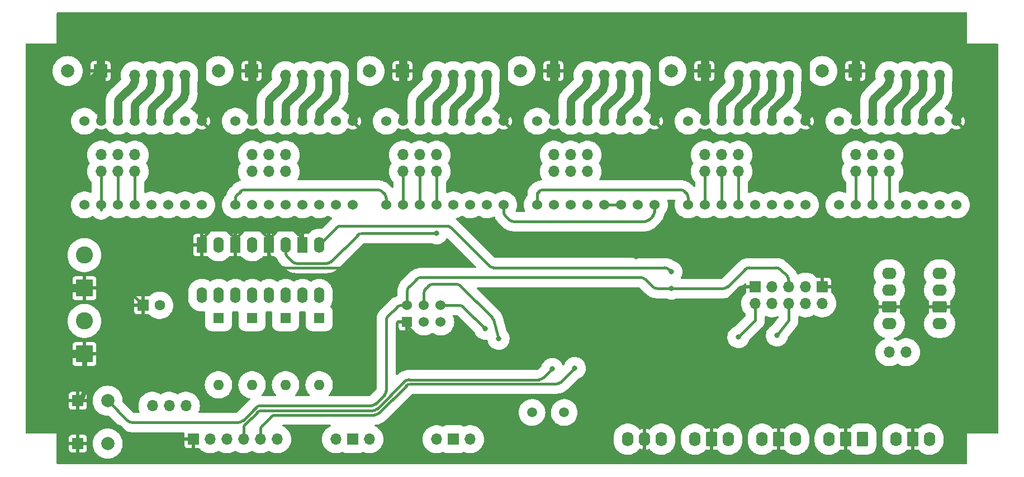
<source format=gbl>
G04 #@! TF.GenerationSoftware,KiCad,Pcbnew,(6.0.1)*
G04 #@! TF.CreationDate,2022-01-24T13:46:14-05:00*
G04 #@! TF.ProjectId,copis_electronics,636f7069-735f-4656-9c65-6374726f6e69,rev?*
G04 #@! TF.SameCoordinates,Original*
G04 #@! TF.FileFunction,Copper,L2,Bot*
G04 #@! TF.FilePolarity,Positive*
%FSLAX46Y46*%
G04 Gerber Fmt 4.6, Leading zero omitted, Abs format (unit mm)*
G04 Created by KiCad (PCBNEW (6.0.1)) date 2022-01-24 13:46:14*
%MOMM*%
%LPD*%
G01*
G04 APERTURE LIST*
G04 Aperture macros list*
%AMRoundRect*
0 Rectangle with rounded corners*
0 $1 Rounding radius*
0 $2 $3 $4 $5 $6 $7 $8 $9 X,Y pos of 4 corners*
0 Add a 4 corners polygon primitive as box body*
4,1,4,$2,$3,$4,$5,$6,$7,$8,$9,$2,$3,0*
0 Add four circle primitives for the rounded corners*
1,1,$1+$1,$2,$3*
1,1,$1+$1,$4,$5*
1,1,$1+$1,$6,$7*
1,1,$1+$1,$8,$9*
0 Add four rect primitives between the rounded corners*
20,1,$1+$1,$2,$3,$4,$5,0*
20,1,$1+$1,$4,$5,$6,$7,0*
20,1,$1+$1,$6,$7,$8,$9,0*
20,1,$1+$1,$8,$9,$2,$3,0*%
G04 Aperture macros list end*
G04 #@! TA.AperFunction,ComponentPad*
%ADD10C,1.524000*%
G04 #@! TD*
G04 #@! TA.AperFunction,ComponentPad*
%ADD11O,1.700000X1.700000*%
G04 #@! TD*
G04 #@! TA.AperFunction,ComponentPad*
%ADD12O,1.740000X2.190000*%
G04 #@! TD*
G04 #@! TA.AperFunction,ComponentPad*
%ADD13RoundRect,0.250000X0.620000X0.845000X-0.620000X0.845000X-0.620000X-0.845000X0.620000X-0.845000X0*%
G04 #@! TD*
G04 #@! TA.AperFunction,ComponentPad*
%ADD14C,2.600000*%
G04 #@! TD*
G04 #@! TA.AperFunction,ComponentPad*
%ADD15R,2.600000X2.600000*%
G04 #@! TD*
G04 #@! TA.AperFunction,ComponentPad*
%ADD16R,1.600000X1.600000*%
G04 #@! TD*
G04 #@! TA.AperFunction,ComponentPad*
%ADD17O,1.600000X1.600000*%
G04 #@! TD*
G04 #@! TA.AperFunction,ComponentPad*
%ADD18R,1.700000X1.700000*%
G04 #@! TD*
G04 #@! TA.AperFunction,ComponentPad*
%ADD19R,1.524000X1.524000*%
G04 #@! TD*
G04 #@! TA.AperFunction,ComponentPad*
%ADD20R,2.000000X2.000000*%
G04 #@! TD*
G04 #@! TA.AperFunction,ComponentPad*
%ADD21C,2.000000*%
G04 #@! TD*
G04 #@! TA.AperFunction,ComponentPad*
%ADD22C,1.600000*%
G04 #@! TD*
G04 #@! TA.AperFunction,ComponentPad*
%ADD23C,1.500000*%
G04 #@! TD*
G04 #@! TA.AperFunction,ComponentPad*
%ADD24O,2.190000X1.740000*%
G04 #@! TD*
G04 #@! TA.AperFunction,ComponentPad*
%ADD25RoundRect,0.250000X-0.845000X0.620000X-0.845000X-0.620000X0.845000X-0.620000X0.845000X0.620000X0*%
G04 #@! TD*
G04 #@! TA.AperFunction,ComponentPad*
%ADD26O,1.600000X2.400000*%
G04 #@! TD*
G04 #@! TA.AperFunction,ComponentPad*
%ADD27R,1.600000X2.400000*%
G04 #@! TD*
G04 #@! TA.AperFunction,ViaPad*
%ADD28C,0.800000*%
G04 #@! TD*
G04 #@! TA.AperFunction,Conductor*
%ADD29C,0.400000*%
G04 #@! TD*
G04 #@! TA.AperFunction,Conductor*
%ADD30C,1.270000*%
G04 #@! TD*
G04 #@! TA.AperFunction,Conductor*
%ADD31C,0.800000*%
G04 #@! TD*
G04 APERTURE END LIST*
D10*
X191770000Y-58420000D03*
X194310000Y-58420000D03*
X196850000Y-58420000D03*
X199390000Y-58420000D03*
X201930000Y-58420000D03*
X204470000Y-58420000D03*
X207010000Y-58420000D03*
X209550000Y-58420000D03*
X191770000Y-71120000D03*
X194310000Y-71120000D03*
X196850000Y-71120000D03*
X199390000Y-71120000D03*
X201930000Y-71120000D03*
X204470000Y-71120000D03*
X207010000Y-71120000D03*
X209550000Y-71120000D03*
D11*
X125730000Y-63500000D03*
X125730000Y-66040000D03*
X128270000Y-63500000D03*
X128270000Y-66040000D03*
X171450000Y-63500000D03*
X171450000Y-66040000D03*
X173990000Y-63500000D03*
X173990000Y-66040000D03*
X148590000Y-63500000D03*
X148590000Y-66040000D03*
X151130000Y-63500000D03*
X151130000Y-66040000D03*
X153670000Y-63500000D03*
X153670000Y-66040000D03*
X194310000Y-63500000D03*
X194310000Y-66040000D03*
X196850000Y-63500000D03*
X196850000Y-66040000D03*
X199390000Y-63500000D03*
X199390000Y-66040000D03*
X176530000Y-51435000D03*
X179070000Y-51435000D03*
X181610000Y-51435000D03*
X184150000Y-51435000D03*
X176530000Y-63500000D03*
X176530000Y-66040000D03*
D12*
X175006000Y-106680000D03*
D13*
X172466000Y-106680000D03*
D12*
X169926000Y-106680000D03*
X164846000Y-106680000D03*
X162306000Y-106680000D03*
X159766000Y-106680000D03*
X205460600Y-106680000D03*
D13*
X202920600Y-106680000D03*
D12*
X200380600Y-106680000D03*
D14*
X77470000Y-78740000D03*
D15*
X77470000Y-83740000D03*
D14*
X77470000Y-88740000D03*
D15*
X77470000Y-93740000D03*
D11*
X153670000Y-51435000D03*
X156210000Y-51435000D03*
X158750000Y-51435000D03*
X161290000Y-51435000D03*
X130810000Y-51435000D03*
X133350000Y-51435000D03*
X135890000Y-51435000D03*
X138430000Y-51435000D03*
D16*
X113030000Y-88265000D03*
D17*
X113030000Y-98425000D03*
D18*
X93980000Y-106680000D03*
D11*
X96520000Y-106680000D03*
X99060000Y-106680000D03*
X101600000Y-106680000D03*
X104140000Y-106680000D03*
X106680000Y-106680000D03*
D16*
X107950000Y-88265000D03*
D17*
X107950000Y-98425000D03*
D13*
X195300600Y-106680000D03*
X192760600Y-106680000D03*
D12*
X190220600Y-106680000D03*
D19*
X126365000Y-88900000D03*
D10*
X126365000Y-86360000D03*
X128905000Y-88900000D03*
X128905000Y-86360000D03*
X131445000Y-88900000D03*
X131445000Y-86360000D03*
D11*
X130810000Y-63500000D03*
X130810000Y-66040000D03*
X199390000Y-51435000D03*
X201930000Y-51435000D03*
X204470000Y-51435000D03*
X207010000Y-51435000D03*
D10*
X140970000Y-71120000D03*
X138430000Y-71120000D03*
X135890000Y-71120000D03*
X133350000Y-71120000D03*
X130810000Y-71120000D03*
X128270000Y-71120000D03*
X125730000Y-71120000D03*
X123190000Y-71120000D03*
X140970000Y-58420000D03*
X138430000Y-58420000D03*
X135890000Y-58420000D03*
X133350000Y-58420000D03*
X130810000Y-58420000D03*
X128270000Y-58420000D03*
X125730000Y-58420000D03*
X123190000Y-58420000D03*
X146050000Y-58420000D03*
X148590000Y-58420000D03*
X151130000Y-58420000D03*
X153670000Y-58420000D03*
X156210000Y-58420000D03*
X158750000Y-58420000D03*
X161290000Y-58420000D03*
X163830000Y-58420000D03*
X146050000Y-71120000D03*
X148590000Y-71120000D03*
X151130000Y-71120000D03*
X153670000Y-71120000D03*
X156210000Y-71120000D03*
X158750000Y-71120000D03*
X161290000Y-71120000D03*
X163830000Y-71120000D03*
X168910000Y-58420000D03*
X171450000Y-58420000D03*
X173990000Y-58420000D03*
X176530000Y-58420000D03*
X179070000Y-58420000D03*
X181610000Y-58420000D03*
X184150000Y-58420000D03*
X186690000Y-58420000D03*
X168910000Y-71120000D03*
X171450000Y-71120000D03*
X173990000Y-71120000D03*
X176530000Y-71120000D03*
X179070000Y-71120000D03*
X181610000Y-71120000D03*
X184150000Y-71120000D03*
X186690000Y-71120000D03*
D20*
X125650000Y-50800000D03*
D21*
X120650000Y-50800000D03*
X80990000Y-107338000D03*
X80990000Y-100838000D03*
D18*
X76490000Y-100838000D03*
X76490000Y-107338000D03*
D21*
X143510000Y-50800000D03*
D20*
X148510000Y-50800000D03*
D21*
X189230000Y-50800000D03*
D20*
X194230000Y-50800000D03*
D21*
X166370000Y-50800000D03*
D20*
X171370000Y-50800000D03*
D22*
X88860000Y-86360000D03*
D18*
X86360000Y-86360000D03*
D23*
X150151000Y-102616000D03*
X145271000Y-102616000D03*
D24*
X207010000Y-81534000D03*
X207010000Y-84074000D03*
D25*
X207010000Y-86614000D03*
D24*
X207010000Y-89154000D03*
D11*
X102870000Y-63500000D03*
X102870000Y-66040000D03*
X105410000Y-63500000D03*
X105410000Y-66040000D03*
X107950000Y-63500000D03*
X107950000Y-66040000D03*
X82550000Y-63500000D03*
X82550000Y-66040000D03*
X85090000Y-63500000D03*
X85090000Y-66040000D03*
D10*
X77470000Y-58420000D03*
X80010000Y-58420000D03*
X82550000Y-58420000D03*
X85090000Y-58420000D03*
X87630000Y-58420000D03*
X90170000Y-58420000D03*
X92710000Y-58420000D03*
X95250000Y-58420000D03*
X77470000Y-71120000D03*
X80010000Y-71120000D03*
X82550000Y-71120000D03*
X85090000Y-71120000D03*
X87630000Y-71120000D03*
X90170000Y-71120000D03*
X92710000Y-71120000D03*
X95250000Y-71120000D03*
D11*
X80010000Y-63500000D03*
X80010000Y-66040000D03*
D21*
X74930000Y-50800000D03*
D20*
X79930000Y-50800000D03*
D21*
X97790000Y-50800000D03*
D20*
X102790000Y-50800000D03*
D11*
X107950000Y-51435000D03*
X110490000Y-51435000D03*
X113030000Y-51435000D03*
X115570000Y-51435000D03*
X85090000Y-51435000D03*
X87630000Y-51435000D03*
X90170000Y-51435000D03*
X92710000Y-51435000D03*
D10*
X118110000Y-71120000D03*
X115570000Y-71120000D03*
X113030000Y-71120000D03*
X110490000Y-71120000D03*
X107950000Y-71120000D03*
X105410000Y-71120000D03*
X102870000Y-71120000D03*
X100330000Y-71120000D03*
X118110000Y-58420000D03*
X115570000Y-58420000D03*
X113030000Y-58420000D03*
X110490000Y-58420000D03*
X107950000Y-58420000D03*
X105410000Y-58420000D03*
X102870000Y-58420000D03*
X100330000Y-58420000D03*
D24*
X199390000Y-89154000D03*
D25*
X199390000Y-86614000D03*
D24*
X199390000Y-84074000D03*
X199390000Y-81534000D03*
D11*
X179075000Y-86060200D03*
D18*
X179075000Y-83520200D03*
D11*
X181615000Y-86060200D03*
X181615000Y-83520200D03*
X184155000Y-86060200D03*
X184155000Y-83520200D03*
X186695000Y-86060200D03*
X186695000Y-83520200D03*
X189235000Y-86060200D03*
D18*
X189235000Y-83520200D03*
D12*
X185166000Y-106680000D03*
D13*
X182626000Y-106680000D03*
D12*
X180086000Y-106680000D03*
D11*
X201930000Y-93472000D03*
X199390000Y-93472000D03*
X135890000Y-106680000D03*
D18*
X133350000Y-106680000D03*
D11*
X130810000Y-106680000D03*
D26*
X113030000Y-77216000D03*
D27*
X110490000Y-77216000D03*
D26*
X110490000Y-84836000D03*
X113030000Y-84836000D03*
X107955000Y-77216000D03*
D27*
X105415000Y-77216000D03*
D26*
X105415000Y-84836000D03*
X107955000Y-84836000D03*
D11*
X92847400Y-101600000D03*
X90307400Y-101600000D03*
X87767400Y-101600000D03*
D16*
X97790000Y-88265000D03*
D17*
X97790000Y-98425000D03*
D16*
X102870000Y-88265000D03*
D17*
X102870000Y-98425000D03*
D26*
X97795000Y-77201000D03*
D27*
X95255000Y-77201000D03*
D26*
X95255000Y-84821000D03*
X97795000Y-84821000D03*
D11*
X120650000Y-106680000D03*
D18*
X118110000Y-106680000D03*
D11*
X115570000Y-106680000D03*
D26*
X102875000Y-77216000D03*
D27*
X100335000Y-77216000D03*
D26*
X100335000Y-84836000D03*
X102875000Y-84836000D03*
D28*
X161045000Y-78985000D03*
X131826000Y-78994000D03*
X130810000Y-75438000D03*
X166370000Y-81280000D03*
X138176000Y-89916000D03*
X140208000Y-91440000D03*
X148336000Y-96012000D03*
X151765000Y-95885000D03*
X176530000Y-91186000D03*
X182372000Y-90932000D03*
X166370000Y-83820000D03*
D29*
X103436547Y-101892893D02*
G75*
G02*
X104143654Y-101600000I707106J-707106D01*
G01*
X121577893Y-101307107D02*
G75*
G02*
X120870786Y-101600000I-707106J707106D01*
G01*
X103436547Y-101892893D02*
X102664720Y-102664720D01*
X120870786Y-101600000D02*
X104143654Y-101600000D01*
X122897107Y-99987893D02*
X121577893Y-101307107D01*
X123190001Y-88679214D02*
G75*
G02*
X123482894Y-87972108I999993J3D01*
G01*
X124802107Y-86652893D02*
G75*
G02*
X125509214Y-86360000I707104J-707101D01*
G01*
X122897107Y-99987893D02*
G75*
G03*
X123190000Y-99280786I-707101J707104D01*
G01*
X124802107Y-86652893D02*
X123482893Y-87972107D01*
X103323577Y-102005863D02*
X102664720Y-102664720D01*
X102664720Y-102664720D02*
X101482333Y-103847107D01*
X126365000Y-86360000D02*
X125509214Y-86360000D01*
X123190000Y-88679214D02*
X123190000Y-99280786D01*
X134912893Y-86652893D02*
G75*
G03*
X134205786Y-86360000I-707106J-707106D01*
G01*
X128905001Y-84513614D02*
G75*
G02*
X129197894Y-83806508I999993J3D01*
G01*
X130259014Y-83159601D02*
G75*
G03*
X129551908Y-83452494I-3J-999993D01*
G01*
X133773986Y-83159601D02*
G75*
G02*
X134481092Y-83452494I3J-999993D01*
G01*
X139414664Y-88569993D02*
G75*
G03*
X139157917Y-88129317I-963859J-266435D01*
G01*
X85250214Y-106679999D02*
G75*
G02*
X84543108Y-106387106I-3J999993D01*
G01*
X82389786Y-104648001D02*
G75*
G02*
X83096892Y-104940894I3J-999993D01*
G01*
X79154214Y-104647999D02*
G75*
G02*
X78447108Y-104355106I-3J999993D01*
G01*
X76490001Y-101983786D02*
G75*
G03*
X76782894Y-102690892I999993J-3D01*
G01*
X85250214Y-106680000D02*
X93980000Y-106680000D01*
X83096893Y-104940893D02*
X84543107Y-106387107D01*
X79154214Y-104648000D02*
X82389786Y-104648000D01*
X76490000Y-100838000D02*
X76490000Y-101983786D01*
X76782893Y-102690893D02*
X78447107Y-104355107D01*
X163829999Y-72102786D02*
G75*
G02*
X163537106Y-72809892I-999993J-3D01*
G01*
X140970001Y-72102786D02*
G75*
G03*
X141262894Y-72809892I999993J-3D01*
G01*
X162979893Y-73367107D02*
G75*
G02*
X162272786Y-73660000I-707106J707106D01*
G01*
X141820107Y-73367107D02*
G75*
G03*
X142527214Y-73660000I707106J707106D01*
G01*
X198119999Y-108805786D02*
G75*
G02*
X197827106Y-109512892I-999993J-3D01*
G01*
X198119999Y-99474214D02*
G75*
G03*
X197827106Y-98767108I-999993J3D01*
G01*
X195580001Y-96105786D02*
G75*
G03*
X195872894Y-96812892I999993J-3D01*
G01*
X201246776Y-109997009D02*
G75*
G03*
X201953882Y-109704116I3J999993D01*
G01*
X202627707Y-109030293D02*
G75*
G03*
X202920600Y-108323186I-707106J707106D01*
G01*
X155795786Y-93345001D02*
G75*
G02*
X156502892Y-93637894I3J-999993D01*
G01*
X188942107Y-81627107D02*
G75*
G02*
X189235000Y-82334214I-707106J-707106D01*
G01*
X191509093Y-83813093D02*
G75*
G03*
X190801986Y-83520200I-707106J-707106D01*
G01*
X162013107Y-99148107D02*
G75*
G02*
X162306000Y-99855214I-707106J-707106D01*
G01*
X162305999Y-107789786D02*
G75*
G02*
X162013106Y-108496892I-999993J-3D01*
G01*
X192760599Y-108323186D02*
G75*
G02*
X192467706Y-109030292I-999993J-3D01*
G01*
X182333107Y-109004893D02*
G75*
G03*
X182626000Y-108297786I-707106J707106D01*
G01*
X172465999Y-108297786D02*
G75*
G02*
X172173106Y-109004892I-999993J-3D01*
G01*
X126365001Y-89120786D02*
G75*
G03*
X126657894Y-89827892I999993J-3D01*
G01*
X130589214Y-93344999D02*
G75*
G02*
X129882108Y-93052106I-3J999993D01*
G01*
X186592893Y-79277893D02*
G75*
G03*
X185885786Y-78985000I-707106J-707106D01*
G01*
X84706214Y-104139999D02*
G75*
G02*
X83999108Y-103847106I-3J999993D01*
G01*
X100775226Y-104139999D02*
G75*
G03*
X101482332Y-103847106I3J999993D01*
G01*
X105737097Y-103304903D02*
G75*
G02*
X106444204Y-103012010I707106J-707106D01*
G01*
X104432893Y-104609107D02*
G75*
G03*
X104140000Y-105316214I707106J-707106D01*
G01*
X101892893Y-104355107D02*
G75*
G03*
X101600000Y-105062214I707106J-707106D01*
G01*
X103592617Y-102655383D02*
G75*
G02*
X104299724Y-102362490I707106J-707106D01*
G01*
X121801843Y-102069597D02*
G75*
G02*
X121094736Y-102362490I-707106J707106D01*
G01*
X149644893Y-98005107D02*
G75*
G02*
X148937786Y-98298000I-707106J707106D01*
G01*
X126906214Y-98298001D02*
G75*
G03*
X126199108Y-98590894I-3J-999993D01*
G01*
X121363776Y-103012009D02*
G75*
G03*
X122070882Y-102719116I3J999993D01*
G01*
X146992413Y-97355587D02*
G75*
G02*
X146285306Y-97648480I-707106J707106D01*
G01*
X125930066Y-97941374D02*
G75*
G02*
X126637173Y-97648481I707106J-707106D01*
G01*
X166027893Y-80937893D02*
G75*
G03*
X165320786Y-80645000I-707106J-707106D01*
G01*
X132315796Y-74310011D02*
G75*
G02*
X133022902Y-74602904I3J-999993D01*
G01*
X139479214Y-80644999D02*
G75*
G02*
X138772108Y-80352106I-3J999993D01*
G01*
X116350204Y-74310011D02*
G75*
G03*
X115643098Y-74602904I-3J-999993D01*
G01*
X107955001Y-78330786D02*
G75*
G03*
X108247894Y-79037892I999993J-3D01*
G01*
X109634214Y-80009999D02*
G75*
G02*
X108927108Y-79717106I-3J999993D01*
G01*
X114139786Y-80009999D02*
G75*
G03*
X114846892Y-79717106I3J999993D01*
G01*
X119540214Y-75438001D02*
G75*
G03*
X118833108Y-75730894I-3J-999993D01*
G01*
X109512893Y-75222893D02*
G75*
G03*
X108805786Y-74930000I-707106J-707106D01*
G01*
X110197107Y-75907107D02*
G75*
G02*
X110490000Y-76614214I-707106J-707106D01*
G01*
X90203214Y-77216001D02*
G75*
G03*
X89496108Y-77508894I-3J-999993D01*
G01*
X101307107Y-75222893D02*
G75*
G02*
X102014214Y-74930000I707106J-707106D01*
G01*
X100627893Y-75902107D02*
G75*
G03*
X100335000Y-76609214I707106J-707106D01*
G01*
X103725786Y-74930001D02*
G75*
G02*
X104432892Y-75222894I3J-999993D01*
G01*
X107743733Y-80659518D02*
G75*
G02*
X107036627Y-80366625I-3J999993D01*
G01*
X105415001Y-78330786D02*
G75*
G03*
X105707894Y-79037892I999993J-3D01*
G01*
X99352893Y-75222893D02*
G75*
G03*
X98645786Y-74930000I-707106J-707106D01*
G01*
X107094214Y-74930001D02*
G75*
G03*
X106387108Y-75222894I-3J-999993D01*
G01*
X105415001Y-76609214D02*
G75*
G02*
X105707894Y-75902108I999993J3D01*
G01*
X126652214Y-78994001D02*
G75*
G03*
X125945108Y-79286894I-3J-999993D01*
G01*
X96934214Y-74930001D02*
G75*
G03*
X96227108Y-75222894I-3J-999993D01*
G01*
X95255001Y-76609214D02*
G75*
G02*
X95547894Y-75902108I999993J3D01*
G01*
X100622893Y-69557107D02*
G75*
G03*
X100330000Y-70264214I707106J-707106D01*
G01*
X123189999Y-70137214D02*
G75*
G03*
X122897106Y-69430108I-999993J3D01*
G01*
X122593893Y-69126893D02*
G75*
G03*
X121886786Y-68834000I-707106J-707106D01*
G01*
X101053107Y-69126893D02*
G75*
G02*
X101760214Y-68834000I707106J-707106D01*
G01*
X168440893Y-69126893D02*
G75*
G03*
X167733786Y-68834000I-707106J-707106D01*
G01*
X146265107Y-69126893D02*
G75*
G02*
X146972214Y-68834000I707106J-707106D01*
G01*
X168617107Y-69303107D02*
G75*
G02*
X168910000Y-70010214I-707106J-707106D01*
G01*
D30*
X74154214Y-83740001D02*
G75*
G03*
X73447108Y-84032894I-3J-999993D01*
G01*
X171409999Y-48507214D02*
G75*
G03*
X171117106Y-47800108I-999993J3D01*
G01*
X118110001Y-48674214D02*
G75*
G02*
X118402894Y-47967108I999993J3D01*
G01*
X141262893Y-47967107D02*
G75*
G03*
X140970000Y-48674214I707106J-707106D01*
G01*
X82075214Y-45974001D02*
G75*
G03*
X81368108Y-46266894I-3J-999993D01*
G01*
X95542893Y-47601347D02*
G75*
G03*
X95250000Y-48308454I707106J-707106D01*
G01*
X72428893Y-58301107D02*
G75*
G03*
X72136000Y-59008214I707106J-707106D01*
G01*
X72428893Y-91732893D02*
G75*
G02*
X72136000Y-91025786I707106J707106D01*
G01*
X80222893Y-47412107D02*
G75*
G03*
X79930000Y-48119214I707106J-707106D01*
G01*
X74143107Y-93447107D02*
G75*
G03*
X74850214Y-93740000I707106J707106D01*
G01*
X125689999Y-48634214D02*
G75*
G03*
X125397106Y-47927108I-999993J3D01*
G01*
X193977107Y-47927107D02*
G75*
G02*
X194270000Y-48634214I-707106J-707106D01*
G01*
X148257107Y-47927107D02*
G75*
G02*
X148550000Y-48634214I-707106J-707106D01*
G01*
X102829999Y-48634214D02*
G75*
G03*
X102537106Y-47927108I-999993J3D01*
G01*
X164122893Y-48602107D02*
G75*
G03*
X163830000Y-49309214I707106J-707106D01*
G01*
X186982893Y-47840107D02*
G75*
G03*
X186690000Y-48547214I707106J-707106D01*
G01*
D31*
X77177107Y-100150893D02*
G75*
G03*
X77470000Y-99443786I-707106J707106D01*
G01*
D30*
X209257107Y-46874907D02*
G75*
G02*
X209550000Y-47582014I-707106J-707106D01*
G01*
X204177107Y-54280593D02*
G75*
G03*
X204470000Y-53573486I-707106J707106D01*
G01*
X199682893Y-55942707D02*
G75*
G03*
X199390000Y-56649814I707106J-707106D01*
G01*
X202222893Y-56234807D02*
G75*
G03*
X201930000Y-56941914I707106J-707106D01*
G01*
X207009999Y-54005286D02*
G75*
G02*
X206717106Y-54712392I-999993J-3D01*
G01*
X204470001Y-57373714D02*
G75*
G02*
X204762894Y-56666608I999993J3D01*
G01*
X201637107Y-53988493D02*
G75*
G03*
X201930000Y-53281386I-707106J707106D01*
G01*
X87630001Y-56929214D02*
G75*
G02*
X87922894Y-56222108I999993J3D01*
G01*
X181609999Y-53687786D02*
G75*
G02*
X181317106Y-54394892I-999993J-3D01*
G01*
X179070001Y-57056214D02*
G75*
G02*
X179362894Y-56349108I999993J3D01*
G01*
X176237107Y-53632893D02*
G75*
G03*
X176530000Y-52925786I-707106J707106D01*
G01*
X174282893Y-55587107D02*
G75*
G03*
X173990000Y-56294214I707106J-707106D01*
G01*
X199389999Y-52265386D02*
G75*
G02*
X199097106Y-52972492I-999993J-3D01*
G01*
X197142893Y-54926707D02*
G75*
G03*
X196850000Y-55633814I707106J-707106D01*
G01*
X112737107Y-54267893D02*
G75*
G03*
X113030000Y-53560786I-707106J707106D01*
G01*
X110782893Y-56222107D02*
G75*
G03*
X110490000Y-56929214I707106J-707106D01*
G01*
X110489999Y-52925786D02*
G75*
G02*
X110197106Y-53632892I-999993J-3D01*
G01*
X107950001Y-56294214D02*
G75*
G02*
X108242894Y-55587108I999993J3D01*
G01*
X107949999Y-52290786D02*
G75*
G02*
X107657106Y-52997892I-999993J-3D01*
G01*
X105410001Y-55659214D02*
G75*
G02*
X105702894Y-54952108I999993J3D01*
G01*
X176530001Y-56802214D02*
G75*
G02*
X176822894Y-56095108I999993J3D01*
G01*
X181902893Y-56603107D02*
G75*
G03*
X181610000Y-57310214I707106J-707106D01*
G01*
X90462893Y-56857107D02*
G75*
G03*
X90170000Y-57564214I707106J-707106D01*
G01*
X89877107Y-54267893D02*
G75*
G03*
X90170000Y-53560786I-707106J707106D01*
G01*
X87629999Y-52925786D02*
G75*
G02*
X87337106Y-53632892I-999993J-3D01*
G01*
X85090001Y-56294214D02*
G75*
G02*
X85382894Y-55587108I999993J3D01*
G01*
X178777107Y-54140893D02*
G75*
G03*
X179070000Y-53433786I-707106J707106D01*
G01*
X85089999Y-52290786D02*
G75*
G02*
X84797106Y-52997892I-999993J-3D01*
G01*
X82550001Y-55659214D02*
G75*
G02*
X82842894Y-54952108I999993J3D01*
G01*
X115569999Y-54195786D02*
G75*
G02*
X115277106Y-54902892I-999993J-3D01*
G01*
X113030001Y-57564214D02*
G75*
G02*
X113322894Y-56857108I999993J3D01*
G01*
X92417107Y-54902893D02*
G75*
G03*
X92710000Y-54195786I-707106J707106D01*
G01*
X183857107Y-54648893D02*
G75*
G03*
X184150000Y-53941786I-707106J707106D01*
G01*
X156209999Y-52925786D02*
G75*
G02*
X155917106Y-53632892I-999993J-3D01*
G01*
X153962893Y-55587107D02*
G75*
G03*
X153670000Y-56294214I707106J-707106D01*
G01*
X158749999Y-53560786D02*
G75*
G02*
X158457106Y-54267892I-999993J-3D01*
G01*
X156210001Y-56929214D02*
G75*
G02*
X156502894Y-56222108I999993J3D01*
G01*
X161289999Y-54195786D02*
G75*
G02*
X160997106Y-54902892I-999993J-3D01*
G01*
X159042893Y-56857107D02*
G75*
G03*
X158750000Y-57564214I707106J-707106D01*
G01*
X153377107Y-52997893D02*
G75*
G03*
X153670000Y-52290786I-707106J707106D01*
G01*
X151422893Y-54952107D02*
G75*
G03*
X151130000Y-55659214I707106J-707106D01*
G01*
X136182893Y-56857107D02*
G75*
G03*
X135890000Y-57564214I707106J-707106D01*
G01*
X138137107Y-54902893D02*
G75*
G03*
X138430000Y-54195786I-707106J707106D01*
G01*
X135889999Y-53560786D02*
G75*
G02*
X135597106Y-54267892I-999993J-3D01*
G01*
X133350001Y-56929214D02*
G75*
G02*
X133642894Y-56222108I999993J3D01*
G01*
X133349999Y-52925786D02*
G75*
G02*
X133057106Y-53632892I-999993J-3D01*
G01*
X131102893Y-55587107D02*
G75*
G03*
X130810000Y-56294214I707106J-707106D01*
G01*
X130809999Y-52290786D02*
G75*
G02*
X130517106Y-52997892I-999993J-3D01*
G01*
X128270001Y-55659214D02*
G75*
G02*
X128562894Y-54952108I999993J3D01*
G01*
D29*
X126657893Y-83527107D02*
G75*
G03*
X126365000Y-84234214I707106J-707106D01*
G01*
X183862107Y-81881107D02*
G75*
G02*
X184155000Y-82588214I-707106J-707106D01*
G01*
X174210786Y-83819999D02*
G75*
G03*
X174917892Y-83527106I3J999993D01*
G01*
X127748507Y-82436493D02*
G75*
G02*
X128455614Y-82143600I707106J-707106D01*
G01*
X177507107Y-80937893D02*
G75*
G02*
X178214214Y-80645000I707106J-707106D01*
G01*
X182918893Y-80937893D02*
G75*
G03*
X182211786Y-80645000I-707106J-707106D01*
G01*
X164244214Y-83819999D02*
G75*
G02*
X163537108Y-83527106I-3J999993D01*
G01*
X161739386Y-82143601D02*
G75*
G02*
X162446492Y-82436494I3J-999993D01*
G01*
X172466001Y-88298214D02*
G75*
G02*
X172758894Y-87591108I999993J3D01*
G01*
X177244014Y-83520201D02*
G75*
G03*
X176536908Y-83813094I-3J-999993D01*
G01*
X196850000Y-86614000D02*
X195580000Y-87884000D01*
X199390000Y-86614000D02*
X196850000Y-86614000D01*
X197827107Y-109512893D02*
X197342990Y-109997010D01*
X198120000Y-99474214D02*
X198120000Y-108805786D01*
X181340990Y-109997010D02*
X201246776Y-109997010D01*
X195580000Y-87884000D02*
X195580000Y-96105786D01*
X195872893Y-96812893D02*
X197827107Y-98767107D01*
X194310000Y-86614000D02*
X195580000Y-87884000D01*
X184155000Y-88641000D02*
X184155000Y-86060200D01*
X182372000Y-90932000D02*
X184155000Y-88641000D01*
X101760214Y-68834000D02*
X121886786Y-68834000D01*
D30*
X194310000Y-58420000D02*
X194310000Y-50880000D01*
X171450000Y-58420000D02*
X171450000Y-50880000D01*
X209550000Y-47582014D02*
X209550000Y-58420000D01*
X186690000Y-58420000D02*
X186690000Y-48547214D01*
D31*
X77470000Y-93740000D02*
X77470000Y-99443786D01*
D29*
X161045000Y-78985000D02*
X185885786Y-78985000D01*
D30*
X171450000Y-50880000D02*
X171370000Y-50800000D01*
D29*
X100335000Y-76609214D02*
X100335000Y-77216000D01*
D30*
X143256000Y-45974000D02*
X123444000Y-45974000D01*
D29*
X105707893Y-75902107D02*
X106387107Y-75222893D01*
D30*
X188849000Y-45974000D02*
X190500000Y-45974000D01*
D29*
X95773010Y-109997010D02*
X181340990Y-109997010D01*
D30*
X192024000Y-45974000D02*
X208305400Y-45974000D01*
D29*
X176536907Y-83813093D02*
X172758893Y-87591107D01*
D30*
X77470000Y-93740000D02*
X74850214Y-93740000D01*
D29*
X93980000Y-108204000D02*
X95773010Y-109997010D01*
X105415000Y-76205000D02*
X104432893Y-75222893D01*
D30*
X166751000Y-45974000D02*
X146304000Y-45974000D01*
D29*
X107743733Y-80659519D02*
X124572481Y-80659519D01*
X103725786Y-74930000D02*
X102014214Y-74930000D01*
D30*
X125690000Y-51435000D02*
X125690000Y-48634214D01*
X169291000Y-45974000D02*
X166751000Y-45974000D01*
D29*
X124572481Y-80659519D02*
X124841000Y-80391000D01*
D30*
X125397107Y-47927107D02*
X123444000Y-45974000D01*
D29*
X162306000Y-106680000D02*
X162306000Y-99855214D01*
D30*
X194270000Y-51435000D02*
X194270000Y-48634214D01*
D29*
X76490000Y-100838000D02*
X76490000Y-107338000D01*
D30*
X79930000Y-50800000D02*
X79930000Y-48119214D01*
X208356200Y-45974000D02*
X209257107Y-46874907D01*
D31*
X78500000Y-93740000D02*
X77470000Y-92710000D01*
D30*
X125730000Y-51475000D02*
X125690000Y-51435000D01*
D29*
X182626000Y-108297786D02*
X182626000Y-106680000D01*
X126652214Y-78994000D02*
X131826000Y-78994000D01*
X95255000Y-77216000D02*
X95255000Y-76609214D01*
X129882107Y-93052107D02*
X126657893Y-89827893D01*
D30*
X148590000Y-50880000D02*
X148510000Y-50800000D01*
D29*
X98645786Y-74930000D02*
X96934214Y-74930000D01*
X100335000Y-76205000D02*
X99352893Y-75222893D01*
D31*
X77177107Y-100150893D02*
X76490000Y-100838000D01*
D30*
X72136000Y-91025786D02*
X72136000Y-59008214D01*
X102830000Y-51435000D02*
X102830000Y-48634214D01*
D29*
X172466000Y-88298214D02*
X172466000Y-106680000D01*
D30*
X148550000Y-51435000D02*
X148550000Y-48634214D01*
X102537107Y-47927107D02*
X100584000Y-45974000D01*
D29*
X191500990Y-109997010D02*
X192467707Y-109030293D01*
X160512990Y-109997010D02*
X162013107Y-108496893D01*
D30*
X163830000Y-58420000D02*
X163830000Y-49309214D01*
D29*
X77470000Y-83740000D02*
X83740000Y-83740000D01*
X171180990Y-109997010D02*
X172173107Y-109004893D01*
X105415000Y-77216000D02*
X105415000Y-76609214D01*
X95547893Y-75902107D02*
X96227107Y-75222893D01*
D30*
X102870000Y-50880000D02*
X102790000Y-50800000D01*
X72428893Y-58301107D02*
X79930000Y-50800000D01*
D29*
X83740000Y-83740000D02*
X86360000Y-86360000D01*
X125945107Y-79286893D02*
X125476000Y-79756000D01*
X105707893Y-79037893D02*
X107036626Y-80366626D01*
D30*
X141262893Y-47967107D02*
X143256000Y-45974000D01*
X97170240Y-45974000D02*
X82075214Y-45974000D01*
D29*
X101307107Y-75222893D02*
X100627893Y-75902107D01*
D30*
X146304000Y-45974000D02*
X143256000Y-45974000D01*
X164122893Y-48602107D02*
X166751000Y-45974000D01*
X148257107Y-47927107D02*
X146304000Y-45974000D01*
D29*
X172466000Y-108297786D02*
X172466000Y-106680000D01*
D30*
X171410000Y-51308000D02*
X171410000Y-48507214D01*
X80222893Y-47412107D02*
X81368107Y-46266893D01*
D29*
X107094214Y-74930000D02*
X108805786Y-74930000D01*
D30*
X80010000Y-58420000D02*
X80010000Y-53086000D01*
D29*
X162013107Y-99148107D02*
X156502893Y-93637893D01*
X189235000Y-83520200D02*
X190801986Y-83520200D01*
D30*
X193977107Y-47927107D02*
X192024000Y-45974000D01*
D29*
X93980000Y-106680000D02*
X93980000Y-108204000D01*
D30*
X171117107Y-47800107D02*
X169291000Y-45974000D01*
X125730000Y-58420000D02*
X125730000Y-50880000D01*
X73447107Y-84032893D02*
X72136000Y-85344000D01*
X77470000Y-83740000D02*
X74154214Y-83740000D01*
X118110000Y-58420000D02*
X118110000Y-48674214D01*
D29*
X202920600Y-108323186D02*
X202920600Y-106680000D01*
D30*
X140970000Y-58420000D02*
X140970000Y-48674214D01*
X148590000Y-58420000D02*
X148590000Y-50880000D01*
X194310000Y-50880000D02*
X194230000Y-50800000D01*
D29*
X186592893Y-79277893D02*
X188942107Y-81627107D01*
X83265000Y-83740000D02*
X89496107Y-77508893D01*
X192760600Y-108323186D02*
X192760600Y-106680000D01*
X110490000Y-77216000D02*
X110490000Y-76614214D01*
X189235000Y-82334214D02*
X189235000Y-83520200D01*
D30*
X171450000Y-51348000D02*
X171410000Y-51308000D01*
X190500000Y-45974000D02*
X192024000Y-45974000D01*
X120396000Y-45974000D02*
X100584000Y-45974000D01*
X100584000Y-45974000D02*
X97170240Y-45974000D01*
D29*
X126365000Y-89120786D02*
X126365000Y-88900000D01*
D30*
X123444000Y-45974000D02*
X120396000Y-45974000D01*
D29*
X179075000Y-83520200D02*
X177244014Y-83520200D01*
X191509093Y-83813093D02*
X194310000Y-86614000D01*
D30*
X74143107Y-93447107D02*
X72428893Y-91732893D01*
X102870000Y-58420000D02*
X102870000Y-50880000D01*
X80010000Y-50880000D02*
X79930000Y-50800000D01*
X186982893Y-47840107D02*
X188849000Y-45974000D01*
D29*
X162306000Y-107789786D02*
X162306000Y-106680000D01*
X105415000Y-77216000D02*
X105415000Y-78330786D01*
D30*
X184023000Y-45974000D02*
X169291000Y-45974000D01*
D29*
X95255000Y-77216000D02*
X90203214Y-77216000D01*
D30*
X118402893Y-47967107D02*
X120396000Y-45974000D01*
X95250000Y-58420000D02*
X95250000Y-48308454D01*
X95542893Y-47601347D02*
X97170240Y-45974000D01*
D29*
X199390000Y-86614000D02*
X207010000Y-86614000D01*
D30*
X184023000Y-45974000D02*
X188849000Y-45974000D01*
X125730000Y-50880000D02*
X125650000Y-50800000D01*
D29*
X155795786Y-93345000D02*
X130589214Y-93345000D01*
X201953883Y-109704117D02*
X202627707Y-109030293D01*
D30*
X194310000Y-51475000D02*
X194270000Y-51435000D01*
X80010000Y-53086000D02*
X80010000Y-50880000D01*
D29*
X110197107Y-75907107D02*
X109512893Y-75222893D01*
D30*
X208305400Y-45974000D02*
X208356200Y-45974000D01*
X148590000Y-51475000D02*
X148550000Y-51435000D01*
D29*
X125476000Y-79756000D02*
X124841000Y-80391000D01*
X181340990Y-109997010D02*
X182333107Y-109004893D01*
D30*
X102870000Y-51475000D02*
X102830000Y-51435000D01*
X130810000Y-52290786D02*
X130810000Y-51435000D01*
X128270000Y-58420000D02*
X128270000Y-55659214D01*
X128562893Y-54952107D02*
X130517107Y-52997893D01*
X130810000Y-58420000D02*
X130810000Y-56294214D01*
X133350000Y-52925786D02*
X133350000Y-51435000D01*
X131102893Y-55587107D02*
X133057107Y-53632893D01*
X133350000Y-58420000D02*
X133350000Y-56929214D01*
X135890000Y-53560786D02*
X135890000Y-51435000D01*
X133642893Y-56222107D02*
X135597107Y-54267893D01*
X138430000Y-54195786D02*
X138430000Y-51435000D01*
X135890000Y-58420000D02*
X135890000Y-57564214D01*
X136182893Y-56857107D02*
X138137107Y-54902893D01*
D29*
X125730000Y-71120000D02*
X125730000Y-66040000D01*
X128270000Y-71120000D02*
X128270000Y-66040000D01*
X130810000Y-71120000D02*
X130810000Y-66040000D01*
D30*
X151422893Y-54952107D02*
X153377107Y-52997893D01*
X151130000Y-58420000D02*
X151130000Y-55659214D01*
X153670000Y-52290786D02*
X153670000Y-51435000D01*
X153670000Y-58420000D02*
X153670000Y-56294214D01*
X156210000Y-52925786D02*
X156210000Y-51435000D01*
X153962893Y-55587107D02*
X155917107Y-53632893D01*
X156502893Y-56222107D02*
X158457107Y-54267893D01*
X158750000Y-53560786D02*
X158750000Y-51435000D01*
X156210000Y-58420000D02*
X156210000Y-56929214D01*
X161290000Y-54195786D02*
X161290000Y-51435000D01*
X158750000Y-58420000D02*
X158750000Y-57564214D01*
X159042893Y-56857107D02*
X160997107Y-54902893D01*
D29*
X156210000Y-71120000D02*
X158750000Y-71120000D01*
D30*
X174282893Y-55587107D02*
X176237107Y-53632893D01*
X173990000Y-58420000D02*
X173990000Y-56294214D01*
X176530000Y-52925786D02*
X176530000Y-51435000D01*
X176530000Y-58420000D02*
X176530000Y-56802214D01*
X176822893Y-56095107D02*
X178777107Y-54140893D01*
X179070000Y-53433786D02*
X179070000Y-51435000D01*
X179362893Y-56349107D02*
X181317107Y-54394893D01*
X179070000Y-58420000D02*
X179070000Y-57056214D01*
X181610000Y-53687786D02*
X181610000Y-51435000D01*
X181902893Y-56603107D02*
X183857107Y-54648893D01*
X181610000Y-58420000D02*
X181610000Y-57310214D01*
X184150000Y-53941786D02*
X184150000Y-51435000D01*
D29*
X171450000Y-71120000D02*
X171450000Y-66040000D01*
X173990000Y-71120000D02*
X173990000Y-66040000D01*
X176530000Y-71120000D02*
X176530000Y-66040000D01*
D30*
X85090000Y-52290786D02*
X85090000Y-51435000D01*
X82550000Y-58420000D02*
X82550000Y-55659214D01*
X82842893Y-54952107D02*
X84797107Y-52997893D01*
X85090000Y-58420000D02*
X85090000Y-56294214D01*
X87630000Y-52925786D02*
X87630000Y-51435000D01*
X85382893Y-55587107D02*
X87337107Y-53632893D01*
X87922893Y-56222107D02*
X89877107Y-54267893D01*
X90170000Y-53560786D02*
X90170000Y-51435000D01*
X87630000Y-58420000D02*
X87630000Y-56929214D01*
X92710000Y-54195786D02*
X92710000Y-51435000D01*
X90462893Y-56857107D02*
X92417107Y-54902893D01*
X90170000Y-58420000D02*
X90170000Y-57564214D01*
D29*
X80010000Y-71882000D02*
X80010000Y-66040000D01*
X82550000Y-71120000D02*
X82550000Y-66040000D01*
X85090000Y-71120000D02*
X85090000Y-66040000D01*
D30*
X105702893Y-54952107D02*
X107657107Y-52997893D01*
X107950000Y-52290786D02*
X107950000Y-51435000D01*
X105410000Y-58420000D02*
X105410000Y-55659214D01*
X107950000Y-58420000D02*
X107950000Y-56294214D01*
X108242893Y-55587107D02*
X110197107Y-53632893D01*
X110490000Y-52925786D02*
X110490000Y-51435000D01*
X110490000Y-58420000D02*
X110490000Y-56929214D01*
X110782893Y-56222107D02*
X112737107Y-54267893D01*
X113030000Y-53560786D02*
X113030000Y-51435000D01*
X113030000Y-58420000D02*
X113030000Y-57564214D01*
X113322893Y-56857107D02*
X115277107Y-54902893D01*
X115570000Y-54195786D02*
X115570000Y-51435000D01*
X196850000Y-58420000D02*
X196850000Y-55633814D01*
X197142893Y-54926707D02*
X199097107Y-52972493D01*
X199390000Y-52265386D02*
X199390000Y-51435000D01*
X199390000Y-56649814D02*
X199390000Y-58420000D01*
X201637107Y-53988493D02*
X199682893Y-55942707D01*
X201930000Y-51435000D02*
X201930000Y-53281386D01*
X202222893Y-56234807D02*
X204177107Y-54280593D01*
X201930000Y-58420000D02*
X201930000Y-56941914D01*
X204470000Y-53573486D02*
X204470000Y-51435000D01*
X204762893Y-56666607D02*
X206717107Y-54712393D01*
X204470000Y-58420000D02*
X204470000Y-57373714D01*
X207010000Y-54005286D02*
X207010000Y-51435000D01*
D29*
X194310000Y-71120000D02*
X194310000Y-66040000D01*
X196850000Y-71120000D02*
X196850000Y-66040000D01*
X199390000Y-71120000D02*
X199390000Y-66040000D01*
X118833107Y-75730893D02*
X114846893Y-79717107D01*
X108927107Y-79717107D02*
X108247893Y-79037893D01*
X114139786Y-80010000D02*
X109634214Y-80010000D01*
X107955000Y-78330786D02*
X107955000Y-77216000D01*
X130810000Y-75438000D02*
X119540214Y-75438000D01*
X138772107Y-80352107D02*
X133022903Y-74602903D01*
X166370000Y-81280000D02*
X166027893Y-80937893D01*
X165320786Y-80645000D02*
X139479214Y-80645000D01*
X132315796Y-74310010D02*
X116350204Y-74310010D01*
X115643097Y-74602903D02*
X113030000Y-77216000D01*
X134205786Y-86360000D02*
X131445000Y-86360000D01*
X138176000Y-89916000D02*
X134912893Y-86652893D01*
X140208000Y-91440000D02*
X139414665Y-88569993D01*
X128905000Y-84513614D02*
X128905000Y-86360000D01*
X139157917Y-88129317D02*
X134481093Y-83452493D01*
X133773986Y-83159600D02*
X130259014Y-83159600D01*
X129551907Y-83452493D02*
X129197893Y-83806507D01*
X126637173Y-97648481D02*
X146285306Y-97648480D01*
X146992413Y-97355587D02*
X148336000Y-96012000D01*
X121094736Y-102362490D02*
X104299724Y-102362490D01*
X101892893Y-104355107D02*
X103592617Y-102655383D01*
X101600000Y-106680000D02*
X101600000Y-105062214D01*
X125930066Y-97941374D02*
X121801843Y-102069597D01*
X104140000Y-106680000D02*
X104140000Y-105316214D01*
X122070883Y-102719117D02*
X126199107Y-98590893D01*
X126906214Y-98298000D02*
X148937786Y-98298000D01*
X106444204Y-103012010D02*
X121363776Y-103012010D01*
X104432893Y-104609107D02*
X105737097Y-103304903D01*
X149644893Y-98005107D02*
X151765000Y-95885000D01*
X168440893Y-69126893D02*
X168617107Y-69303107D01*
X168910000Y-71120000D02*
X168910000Y-70010214D01*
X146972214Y-68834000D02*
X167733786Y-68834000D01*
X123190000Y-71120000D02*
X123190000Y-70137214D01*
X146050000Y-71120000D02*
X146050000Y-69342000D01*
X100330000Y-71120000D02*
X100330000Y-70264214D01*
X146050000Y-69342000D02*
X146265107Y-69126893D01*
X100622893Y-69557107D02*
X101053107Y-69126893D01*
X122897107Y-69430107D02*
X122593893Y-69126893D01*
X163830000Y-72102786D02*
X163830000Y-71120000D01*
X140970000Y-71120000D02*
X140970000Y-72102786D01*
X141262893Y-72809893D02*
X141820107Y-73367107D01*
X162979893Y-73367107D02*
X163537107Y-72809893D01*
X142527214Y-73660000D02*
X162272786Y-73660000D01*
X176530000Y-91186000D02*
X179075000Y-88641000D01*
X179075000Y-88641000D02*
X179075000Y-86060200D01*
X162446493Y-82436493D02*
X163537107Y-83527107D01*
X182211786Y-80645000D02*
X178214214Y-80645000D01*
X128455614Y-82143600D02*
X161739386Y-82143600D01*
X177507107Y-80937893D02*
X174917893Y-83527107D01*
X164244214Y-83820000D02*
X174210786Y-83820000D01*
X83999107Y-103847107D02*
X80990000Y-100838000D01*
X184155000Y-83520200D02*
X184155000Y-82588214D01*
X183862107Y-81881107D02*
X182918893Y-80937893D01*
X84706214Y-104140000D02*
X100775226Y-104140000D01*
X126365000Y-86360000D02*
X126365000Y-84234214D01*
X126657893Y-83527107D02*
X127748507Y-82436493D01*
G04 #@! TA.AperFunction,Conductor*
G36*
X211143121Y-41930002D02*
G01*
X211189614Y-41983658D01*
X211201000Y-42036000D01*
X211201000Y-46609000D01*
X215774000Y-46609000D01*
X215842121Y-46629002D01*
X215888614Y-46682658D01*
X215900000Y-46735000D01*
X215900000Y-105665000D01*
X215879998Y-105733121D01*
X215826342Y-105779614D01*
X215774000Y-105791000D01*
X211201000Y-105791000D01*
X211201000Y-110364000D01*
X211180998Y-110432121D01*
X211127342Y-110478614D01*
X211075000Y-110490000D01*
X73405000Y-110490000D01*
X73336879Y-110469998D01*
X73290386Y-110416342D01*
X73279000Y-110364000D01*
X73279000Y-108232669D01*
X75132001Y-108232669D01*
X75132371Y-108239490D01*
X75137895Y-108290352D01*
X75141521Y-108305604D01*
X75186676Y-108426054D01*
X75195214Y-108441649D01*
X75271715Y-108543724D01*
X75284276Y-108556285D01*
X75386351Y-108632786D01*
X75401946Y-108641324D01*
X75522394Y-108686478D01*
X75537649Y-108690105D01*
X75588514Y-108695631D01*
X75595328Y-108696000D01*
X76217885Y-108696000D01*
X76233124Y-108691525D01*
X76234329Y-108690135D01*
X76236000Y-108682452D01*
X76236000Y-108677884D01*
X76744000Y-108677884D01*
X76748475Y-108693123D01*
X76749865Y-108694328D01*
X76757548Y-108695999D01*
X77384669Y-108695999D01*
X77391490Y-108695629D01*
X77442352Y-108690105D01*
X77457604Y-108686479D01*
X77578054Y-108641324D01*
X77593649Y-108632786D01*
X77695724Y-108556285D01*
X77708285Y-108543724D01*
X77784786Y-108441649D01*
X77793324Y-108426054D01*
X77838478Y-108305606D01*
X77842105Y-108290351D01*
X77847631Y-108239486D01*
X77848000Y-108232672D01*
X77848000Y-107610115D01*
X77843525Y-107594876D01*
X77842135Y-107593671D01*
X77834452Y-107592000D01*
X76762115Y-107592000D01*
X76746876Y-107596475D01*
X76745671Y-107597865D01*
X76744000Y-107605548D01*
X76744000Y-108677884D01*
X76236000Y-108677884D01*
X76236000Y-107610115D01*
X76231525Y-107594876D01*
X76230135Y-107593671D01*
X76222452Y-107592000D01*
X75150116Y-107592000D01*
X75134877Y-107596475D01*
X75133672Y-107597865D01*
X75132001Y-107605548D01*
X75132001Y-108232669D01*
X73279000Y-108232669D01*
X73279000Y-107338000D01*
X78714628Y-107338000D01*
X78714898Y-107342119D01*
X78731260Y-107591750D01*
X78734094Y-107634996D01*
X78734898Y-107639036D01*
X78734898Y-107639039D01*
X78783967Y-107885724D01*
X78792159Y-107926910D01*
X78793484Y-107930813D01*
X78793485Y-107930817D01*
X78886504Y-108204841D01*
X78887830Y-108208747D01*
X78919519Y-108273005D01*
X79016175Y-108469004D01*
X79019470Y-108475686D01*
X79021764Y-108479119D01*
X79166364Y-108695528D01*
X79184826Y-108723159D01*
X79187540Y-108726253D01*
X79187544Y-108726259D01*
X79331914Y-108890881D01*
X79381069Y-108946931D01*
X79384158Y-108949640D01*
X79601741Y-109140456D01*
X79601747Y-109140460D01*
X79604841Y-109143174D01*
X79608267Y-109145463D01*
X79608272Y-109145467D01*
X79793155Y-109269001D01*
X79852314Y-109308530D01*
X79856013Y-109310354D01*
X79856018Y-109310357D01*
X79993091Y-109377954D01*
X80119253Y-109440170D01*
X80123158Y-109441496D01*
X80123159Y-109441496D01*
X80397183Y-109534515D01*
X80397187Y-109534516D01*
X80401090Y-109535841D01*
X80405129Y-109536644D01*
X80405135Y-109536646D01*
X80688961Y-109593102D01*
X80688964Y-109593102D01*
X80693004Y-109593906D01*
X80697115Y-109594175D01*
X80697119Y-109594176D01*
X80985881Y-109613102D01*
X80990000Y-109613372D01*
X80994119Y-109613102D01*
X81282881Y-109594176D01*
X81282885Y-109594175D01*
X81286996Y-109593906D01*
X81291036Y-109593102D01*
X81291039Y-109593102D01*
X81574865Y-109536646D01*
X81574871Y-109536644D01*
X81578910Y-109535841D01*
X81582813Y-109534516D01*
X81582817Y-109534515D01*
X81856841Y-109441496D01*
X81856842Y-109441496D01*
X81860747Y-109440170D01*
X81986909Y-109377954D01*
X82123982Y-109310357D01*
X82123987Y-109310354D01*
X82127686Y-109308530D01*
X82186845Y-109269001D01*
X82371728Y-109145467D01*
X82371733Y-109145463D01*
X82375159Y-109143174D01*
X82378253Y-109140460D01*
X82378259Y-109140456D01*
X82595842Y-108949640D01*
X82598931Y-108946931D01*
X82648086Y-108890881D01*
X82792456Y-108726259D01*
X82792460Y-108726253D01*
X82795174Y-108723159D01*
X82813637Y-108695528D01*
X82958236Y-108479119D01*
X82960530Y-108475686D01*
X82963826Y-108469004D01*
X83060481Y-108273005D01*
X83092170Y-108208747D01*
X83093496Y-108204841D01*
X83186515Y-107930817D01*
X83186516Y-107930813D01*
X83187841Y-107926910D01*
X83196034Y-107885724D01*
X83245102Y-107639039D01*
X83245102Y-107639036D01*
X83245906Y-107634996D01*
X83248741Y-107591750D01*
X83249861Y-107574669D01*
X92622001Y-107574669D01*
X92622371Y-107581490D01*
X92627895Y-107632352D01*
X92631521Y-107647604D01*
X92676676Y-107768054D01*
X92685214Y-107783649D01*
X92761715Y-107885724D01*
X92774276Y-107898285D01*
X92876351Y-107974786D01*
X92891946Y-107983324D01*
X93012394Y-108028478D01*
X93027649Y-108032105D01*
X93078514Y-108037631D01*
X93085328Y-108038000D01*
X93707885Y-108038000D01*
X93723124Y-108033525D01*
X93724329Y-108032135D01*
X93726000Y-108024452D01*
X93726000Y-106952115D01*
X93721525Y-106936876D01*
X93720135Y-106935671D01*
X93712452Y-106934000D01*
X92640116Y-106934000D01*
X92624877Y-106938475D01*
X92623672Y-106939865D01*
X92622001Y-106947548D01*
X92622001Y-107574669D01*
X83249861Y-107574669D01*
X83265102Y-107342119D01*
X83265372Y-107338000D01*
X83258566Y-107234159D01*
X83246176Y-107045119D01*
X83246175Y-107045115D01*
X83245906Y-107041004D01*
X83240235Y-107012494D01*
X83188646Y-106753135D01*
X83188644Y-106753129D01*
X83187841Y-106749090D01*
X83180335Y-106726976D01*
X83093496Y-106471159D01*
X83093496Y-106471158D01*
X83092170Y-106467253D01*
X82985006Y-106249946D01*
X82962357Y-106204018D01*
X82962354Y-106204013D01*
X82960530Y-106200314D01*
X82901935Y-106112620D01*
X82797467Y-105956272D01*
X82797463Y-105956267D01*
X82795174Y-105952841D01*
X82792460Y-105949747D01*
X82792456Y-105949741D01*
X82601640Y-105732158D01*
X82598931Y-105729069D01*
X82547720Y-105684158D01*
X82378259Y-105535544D01*
X82378253Y-105535540D01*
X82375159Y-105532826D01*
X82371733Y-105530537D01*
X82371728Y-105530533D01*
X82137667Y-105374139D01*
X82127686Y-105367470D01*
X82123987Y-105365646D01*
X82123982Y-105365643D01*
X81986909Y-105298046D01*
X81860747Y-105235830D01*
X81856841Y-105234504D01*
X81582817Y-105141485D01*
X81582813Y-105141484D01*
X81578910Y-105140159D01*
X81574871Y-105139356D01*
X81574865Y-105139354D01*
X81291039Y-105082898D01*
X81291036Y-105082898D01*
X81286996Y-105082094D01*
X81282885Y-105081825D01*
X81282881Y-105081824D01*
X80994119Y-105062898D01*
X80990000Y-105062628D01*
X80985881Y-105062898D01*
X80697119Y-105081824D01*
X80697115Y-105081825D01*
X80693004Y-105082094D01*
X80688964Y-105082898D01*
X80688961Y-105082898D01*
X80405135Y-105139354D01*
X80405129Y-105139356D01*
X80401090Y-105140159D01*
X80397187Y-105141484D01*
X80397183Y-105141485D01*
X80123159Y-105234504D01*
X80119253Y-105235830D01*
X79993091Y-105298046D01*
X79856018Y-105365643D01*
X79856013Y-105365646D01*
X79852314Y-105367470D01*
X79842333Y-105374139D01*
X79608272Y-105530533D01*
X79608267Y-105530537D01*
X79604841Y-105532826D01*
X79601747Y-105535540D01*
X79601741Y-105535544D01*
X79432280Y-105684158D01*
X79381069Y-105729069D01*
X79378360Y-105732158D01*
X79187544Y-105949741D01*
X79187540Y-105949747D01*
X79184826Y-105952841D01*
X79182537Y-105956267D01*
X79182533Y-105956272D01*
X79078065Y-106112620D01*
X79019470Y-106200314D01*
X79017646Y-106204013D01*
X79017643Y-106204018D01*
X78994994Y-106249946D01*
X78887830Y-106467253D01*
X78886504Y-106471158D01*
X78886504Y-106471159D01*
X78799666Y-106726976D01*
X78792159Y-106749090D01*
X78791356Y-106753129D01*
X78791354Y-106753135D01*
X78739765Y-107012494D01*
X78734094Y-107041004D01*
X78733825Y-107045115D01*
X78733824Y-107045119D01*
X78721434Y-107234159D01*
X78714628Y-107338000D01*
X73279000Y-107338000D01*
X73279000Y-107065885D01*
X75132000Y-107065885D01*
X75136475Y-107081124D01*
X75137865Y-107082329D01*
X75145548Y-107084000D01*
X76217885Y-107084000D01*
X76233124Y-107079525D01*
X76234329Y-107078135D01*
X76236000Y-107070452D01*
X76236000Y-107065885D01*
X76744000Y-107065885D01*
X76748475Y-107081124D01*
X76749865Y-107082329D01*
X76757548Y-107084000D01*
X77829884Y-107084000D01*
X77845123Y-107079525D01*
X77846328Y-107078135D01*
X77847999Y-107070452D01*
X77847999Y-106443331D01*
X77847629Y-106436510D01*
X77842105Y-106385648D01*
X77838479Y-106370396D01*
X77793324Y-106249946D01*
X77784786Y-106234351D01*
X77708285Y-106132276D01*
X77695724Y-106119715D01*
X77593649Y-106043214D01*
X77578054Y-106034676D01*
X77457606Y-105989522D01*
X77442351Y-105985895D01*
X77391486Y-105980369D01*
X77384672Y-105980000D01*
X76762115Y-105980000D01*
X76746876Y-105984475D01*
X76745671Y-105985865D01*
X76744000Y-105993548D01*
X76744000Y-107065885D01*
X76236000Y-107065885D01*
X76236000Y-105998116D01*
X76231525Y-105982877D01*
X76230135Y-105981672D01*
X76222452Y-105980001D01*
X75595331Y-105980001D01*
X75588510Y-105980371D01*
X75537648Y-105985895D01*
X75522396Y-105989521D01*
X75401946Y-106034676D01*
X75386351Y-106043214D01*
X75284276Y-106119715D01*
X75271715Y-106132276D01*
X75195214Y-106234351D01*
X75186676Y-106249946D01*
X75141522Y-106370394D01*
X75137895Y-106385649D01*
X75132369Y-106436514D01*
X75132000Y-106443328D01*
X75132000Y-107065885D01*
X73279000Y-107065885D01*
X73279000Y-105791000D01*
X68706000Y-105791000D01*
X68637879Y-105770998D01*
X68591386Y-105717342D01*
X68580000Y-105665000D01*
X68580000Y-101732669D01*
X75132001Y-101732669D01*
X75132371Y-101739490D01*
X75137895Y-101790352D01*
X75141521Y-101805604D01*
X75186676Y-101926054D01*
X75195214Y-101941649D01*
X75271715Y-102043724D01*
X75284276Y-102056285D01*
X75386351Y-102132786D01*
X75401946Y-102141324D01*
X75522394Y-102186478D01*
X75537649Y-102190105D01*
X75588514Y-102195631D01*
X75595328Y-102196000D01*
X76217885Y-102196000D01*
X76233124Y-102191525D01*
X76234329Y-102190135D01*
X76236000Y-102182452D01*
X76236000Y-102177884D01*
X76744000Y-102177884D01*
X76748475Y-102193123D01*
X76749865Y-102194328D01*
X76757548Y-102195999D01*
X77384669Y-102195999D01*
X77391490Y-102195629D01*
X77442352Y-102190105D01*
X77457604Y-102186479D01*
X77578054Y-102141324D01*
X77593649Y-102132786D01*
X77695724Y-102056285D01*
X77708285Y-102043724D01*
X77784786Y-101941649D01*
X77793324Y-101926054D01*
X77838478Y-101805606D01*
X77842105Y-101790351D01*
X77847631Y-101739486D01*
X77848000Y-101732672D01*
X77848000Y-101110115D01*
X77843525Y-101094876D01*
X77842135Y-101093671D01*
X77834452Y-101092000D01*
X76762115Y-101092000D01*
X76746876Y-101096475D01*
X76745671Y-101097865D01*
X76744000Y-101105548D01*
X76744000Y-102177884D01*
X76236000Y-102177884D01*
X76236000Y-101110115D01*
X76231525Y-101094876D01*
X76230135Y-101093671D01*
X76222452Y-101092000D01*
X75150116Y-101092000D01*
X75134877Y-101096475D01*
X75133672Y-101097865D01*
X75132001Y-101105548D01*
X75132001Y-101732669D01*
X68580000Y-101732669D01*
X68580000Y-100838000D01*
X78714628Y-100838000D01*
X78714898Y-100842119D01*
X78733455Y-101125241D01*
X78734094Y-101134996D01*
X78734898Y-101139036D01*
X78734898Y-101139039D01*
X78775866Y-101344997D01*
X78792159Y-101426910D01*
X78793484Y-101430813D01*
X78793485Y-101430817D01*
X78886504Y-101704841D01*
X78887830Y-101708747D01*
X78889654Y-101712445D01*
X79002685Y-101941649D01*
X79019470Y-101975686D01*
X79021764Y-101979119D01*
X79178923Y-102214324D01*
X79184826Y-102223159D01*
X79187540Y-102226253D01*
X79187544Y-102226259D01*
X79357092Y-102419591D01*
X79381069Y-102446931D01*
X79384158Y-102449640D01*
X79601741Y-102640456D01*
X79601747Y-102640460D01*
X79604841Y-102643174D01*
X79608267Y-102645463D01*
X79608272Y-102645467D01*
X79793155Y-102769001D01*
X79852314Y-102808530D01*
X79856013Y-102810354D01*
X79856018Y-102810357D01*
X79976612Y-102869827D01*
X80119253Y-102940170D01*
X80123158Y-102941496D01*
X80123159Y-102941496D01*
X80397183Y-103034515D01*
X80397187Y-103034516D01*
X80401090Y-103035841D01*
X80405129Y-103036644D01*
X80405135Y-103036646D01*
X80688961Y-103093102D01*
X80688964Y-103093102D01*
X80693004Y-103093906D01*
X80697115Y-103094175D01*
X80697119Y-103094176D01*
X80985881Y-103113102D01*
X80990000Y-103113372D01*
X80994119Y-103113102D01*
X80994121Y-103113102D01*
X81116763Y-103105064D01*
X81186046Y-103120568D01*
X81214098Y-103141699D01*
X82884888Y-104812489D01*
X82895755Y-104824880D01*
X82906018Y-104838255D01*
X82955740Y-104890469D01*
X82988225Y-104918018D01*
X82990659Y-104920137D01*
X83163454Y-105074557D01*
X83166322Y-105076592D01*
X83225207Y-105118373D01*
X83389757Y-105235128D01*
X83544995Y-105320925D01*
X83629212Y-105367470D01*
X83632615Y-105369351D01*
X83635878Y-105370702D01*
X83635883Y-105370705D01*
X83885706Y-105474184D01*
X83888975Y-105475538D01*
X84155612Y-105552355D01*
X84429173Y-105598834D01*
X84583951Y-105607526D01*
X84593332Y-105608406D01*
X84634138Y-105613778D01*
X84637490Y-105613860D01*
X84637491Y-105613860D01*
X84702854Y-105615458D01*
X84702858Y-105615458D01*
X84706218Y-105615540D01*
X84762362Y-105610924D01*
X84772687Y-105610500D01*
X92500192Y-105610500D01*
X92568313Y-105630502D01*
X92614806Y-105684158D01*
X92625455Y-105750108D01*
X92622369Y-105778514D01*
X92622000Y-105785328D01*
X92622000Y-106407885D01*
X92626475Y-106423124D01*
X92627865Y-106424329D01*
X92635548Y-106426000D01*
X94108000Y-106426000D01*
X94176121Y-106446002D01*
X94222614Y-106499658D01*
X94234000Y-106552000D01*
X94234000Y-108019884D01*
X94238475Y-108035123D01*
X94239865Y-108036328D01*
X94247548Y-108037999D01*
X94832965Y-108037999D01*
X94901086Y-108058001D01*
X94926159Y-108079200D01*
X95045991Y-108210894D01*
X95045999Y-108210901D01*
X95048881Y-108214069D01*
X95079284Y-108239490D01*
X95267397Y-108396777D01*
X95267402Y-108396781D01*
X95270689Y-108399529D01*
X95393152Y-108476350D01*
X95511975Y-108550888D01*
X95511979Y-108550890D01*
X95515615Y-108553171D01*
X95622271Y-108601328D01*
X95775214Y-108670385D01*
X95775218Y-108670387D01*
X95779126Y-108672151D01*
X95813902Y-108682452D01*
X96052233Y-108753049D01*
X96052237Y-108753050D01*
X96056346Y-108754267D01*
X96060580Y-108754915D01*
X96060585Y-108754916D01*
X96314339Y-108793746D01*
X96342147Y-108798001D01*
X96488061Y-108800293D01*
X96626947Y-108802475D01*
X96626953Y-108802475D01*
X96631238Y-108802542D01*
X96918271Y-108767807D01*
X97197934Y-108694439D01*
X97201894Y-108692799D01*
X97201899Y-108692797D01*
X97392039Y-108614038D01*
X97465052Y-108583795D01*
X97483985Y-108572732D01*
X97635321Y-108484298D01*
X97714683Y-108437923D01*
X97718063Y-108435273D01*
X97721606Y-108432865D01*
X97722815Y-108434644D01*
X97780663Y-108411498D01*
X97850374Y-108424948D01*
X97859567Y-108430190D01*
X97937566Y-108479119D01*
X98051975Y-108550888D01*
X98051979Y-108550890D01*
X98055615Y-108553171D01*
X98162271Y-108601328D01*
X98315214Y-108670385D01*
X98315218Y-108670387D01*
X98319126Y-108672151D01*
X98353902Y-108682452D01*
X98592233Y-108753049D01*
X98592237Y-108753050D01*
X98596346Y-108754267D01*
X98600580Y-108754915D01*
X98600585Y-108754916D01*
X98854339Y-108793746D01*
X98882147Y-108798001D01*
X99028061Y-108800293D01*
X99166947Y-108802475D01*
X99166953Y-108802475D01*
X99171238Y-108802542D01*
X99458271Y-108767807D01*
X99737934Y-108694439D01*
X99741894Y-108692799D01*
X99741899Y-108692797D01*
X99932039Y-108614038D01*
X100005052Y-108583795D01*
X100023985Y-108572732D01*
X100175321Y-108484298D01*
X100254683Y-108437923D01*
X100258063Y-108435273D01*
X100261606Y-108432865D01*
X100262815Y-108434644D01*
X100320663Y-108411498D01*
X100390374Y-108424948D01*
X100399567Y-108430190D01*
X100477566Y-108479119D01*
X100591975Y-108550888D01*
X100591979Y-108550890D01*
X100595615Y-108553171D01*
X100702271Y-108601328D01*
X100855214Y-108670385D01*
X100855218Y-108670387D01*
X100859126Y-108672151D01*
X100893902Y-108682452D01*
X101132233Y-108753049D01*
X101132237Y-108753050D01*
X101136346Y-108754267D01*
X101140580Y-108754915D01*
X101140585Y-108754916D01*
X101394339Y-108793746D01*
X101422147Y-108798001D01*
X101568061Y-108800293D01*
X101706947Y-108802475D01*
X101706953Y-108802475D01*
X101711238Y-108802542D01*
X101998271Y-108767807D01*
X102277934Y-108694439D01*
X102281894Y-108692799D01*
X102281899Y-108692797D01*
X102472039Y-108614038D01*
X102545052Y-108583795D01*
X102563985Y-108572732D01*
X102715321Y-108484298D01*
X102794683Y-108437923D01*
X102798063Y-108435273D01*
X102801606Y-108432865D01*
X102802815Y-108434644D01*
X102860663Y-108411498D01*
X102930374Y-108424948D01*
X102939567Y-108430190D01*
X103017566Y-108479119D01*
X103131975Y-108550888D01*
X103131979Y-108550890D01*
X103135615Y-108553171D01*
X103242271Y-108601328D01*
X103395214Y-108670385D01*
X103395218Y-108670387D01*
X103399126Y-108672151D01*
X103433902Y-108682452D01*
X103672233Y-108753049D01*
X103672237Y-108753050D01*
X103676346Y-108754267D01*
X103680580Y-108754915D01*
X103680585Y-108754916D01*
X103934339Y-108793746D01*
X103962147Y-108798001D01*
X104108061Y-108800293D01*
X104246947Y-108802475D01*
X104246953Y-108802475D01*
X104251238Y-108802542D01*
X104538271Y-108767807D01*
X104817934Y-108694439D01*
X104821894Y-108692799D01*
X104821899Y-108692797D01*
X105012039Y-108614038D01*
X105085052Y-108583795D01*
X105103985Y-108572732D01*
X105255321Y-108484298D01*
X105334683Y-108437923D01*
X105338063Y-108435273D01*
X105341606Y-108432865D01*
X105342815Y-108434644D01*
X105400663Y-108411498D01*
X105470374Y-108424948D01*
X105479567Y-108430190D01*
X105557566Y-108479119D01*
X105671975Y-108550888D01*
X105671979Y-108550890D01*
X105675615Y-108553171D01*
X105782271Y-108601328D01*
X105935214Y-108670385D01*
X105935218Y-108670387D01*
X105939126Y-108672151D01*
X105973902Y-108682452D01*
X106212233Y-108753049D01*
X106212237Y-108753050D01*
X106216346Y-108754267D01*
X106220580Y-108754915D01*
X106220585Y-108754916D01*
X106474339Y-108793746D01*
X106502147Y-108798001D01*
X106648061Y-108800293D01*
X106786947Y-108802475D01*
X106786953Y-108802475D01*
X106791238Y-108802542D01*
X107078271Y-108767807D01*
X107357934Y-108694439D01*
X107361894Y-108692799D01*
X107361899Y-108692797D01*
X107552039Y-108614038D01*
X107625052Y-108583795D01*
X107643985Y-108572732D01*
X107870985Y-108440084D01*
X107870986Y-108440083D01*
X107874683Y-108437923D01*
X107884542Y-108430193D01*
X108098835Y-108262165D01*
X108102207Y-108259521D01*
X108107424Y-108254138D01*
X108235537Y-108121935D01*
X108303414Y-108051891D01*
X108305947Y-108048443D01*
X108305951Y-108048438D01*
X108472043Y-107822331D01*
X108474581Y-107818876D01*
X108576654Y-107630881D01*
X108610490Y-107568562D01*
X108610491Y-107568560D01*
X108612540Y-107564786D01*
X108714740Y-107294324D01*
X108763935Y-107079525D01*
X108778329Y-107016678D01*
X108778330Y-107016674D01*
X108779287Y-107012494D01*
X108785084Y-106947548D01*
X108804769Y-106726976D01*
X108804989Y-106724512D01*
X108805455Y-106680000D01*
X108805286Y-106677519D01*
X108786082Y-106395820D01*
X108786081Y-106395814D01*
X108785790Y-106391543D01*
X108784570Y-106385649D01*
X108739517Y-106168099D01*
X108727159Y-106108423D01*
X108630646Y-105835880D01*
X108516878Y-105615458D01*
X108500003Y-105582764D01*
X108500003Y-105582763D01*
X108498038Y-105578957D01*
X108482250Y-105556492D01*
X108348119Y-105365643D01*
X108331789Y-105342408D01*
X108234446Y-105237654D01*
X108137895Y-105133753D01*
X108137892Y-105133750D01*
X108134974Y-105130610D01*
X107911236Y-104947483D01*
X107664715Y-104796414D01*
X107551190Y-104746580D01*
X107499485Y-104723883D01*
X107445149Y-104678187D01*
X107424144Y-104610369D01*
X107443138Y-104541961D01*
X107496102Y-104494681D01*
X107550130Y-104482510D01*
X114700514Y-104482510D01*
X114768635Y-104502512D01*
X114815128Y-104556168D01*
X114825232Y-104626442D01*
X114795738Y-104691022D01*
X114749949Y-104724408D01*
X114605064Y-104786206D01*
X114601383Y-104788409D01*
X114360656Y-104932480D01*
X114360652Y-104932483D01*
X114356974Y-104934684D01*
X114353631Y-104937362D01*
X114353627Y-104937365D01*
X114341586Y-104947012D01*
X114131331Y-105115459D01*
X114128387Y-105118561D01*
X114128383Y-105118565D01*
X114077634Y-105172044D01*
X113932309Y-105325184D01*
X113763591Y-105559979D01*
X113734173Y-105615540D01*
X113651863Y-105770998D01*
X113628300Y-105815500D01*
X113626828Y-105819523D01*
X113626826Y-105819527D01*
X113530414Y-106082986D01*
X113528939Y-106087017D01*
X113467346Y-106369507D01*
X113444662Y-106657743D01*
X113461305Y-106946390D01*
X113462130Y-106950595D01*
X113462131Y-106950603D01*
X113487975Y-107082329D01*
X113516968Y-107230108D01*
X113518355Y-107234159D01*
X113604580Y-107486002D01*
X113610621Y-107503647D01*
X113612547Y-107507476D01*
X113733135Y-107747237D01*
X113740532Y-107761945D01*
X113753938Y-107781451D01*
X113891202Y-107981171D01*
X113904295Y-108000222D01*
X113907182Y-108003395D01*
X113907183Y-108003396D01*
X113948168Y-108048438D01*
X114098881Y-108214069D01*
X114102169Y-108216818D01*
X114102170Y-108216819D01*
X114317397Y-108396777D01*
X114317402Y-108396781D01*
X114320689Y-108399529D01*
X114443152Y-108476350D01*
X114561975Y-108550888D01*
X114561979Y-108550890D01*
X114565615Y-108553171D01*
X114672271Y-108601328D01*
X114825214Y-108670385D01*
X114825218Y-108670387D01*
X114829126Y-108672151D01*
X114863902Y-108682452D01*
X115102233Y-108753049D01*
X115102237Y-108753050D01*
X115106346Y-108754267D01*
X115110580Y-108754915D01*
X115110585Y-108754916D01*
X115364339Y-108793746D01*
X115392147Y-108798001D01*
X115538061Y-108800293D01*
X115676947Y-108802475D01*
X115676953Y-108802475D01*
X115681238Y-108802542D01*
X115968271Y-108767807D01*
X116247934Y-108694439D01*
X116251894Y-108692799D01*
X116251899Y-108692797D01*
X116473289Y-108601094D01*
X116543879Y-108593505D01*
X116593417Y-108614038D01*
X116627976Y-108638057D01*
X116753504Y-108695528D01*
X116829079Y-108730129D01*
X116829081Y-108730130D01*
X116834184Y-108732466D01*
X116839625Y-108733863D01*
X117048649Y-108787532D01*
X117048651Y-108787532D01*
X117053853Y-108788868D01*
X117131715Y-108795201D01*
X117194316Y-108800293D01*
X117194326Y-108800293D01*
X117196866Y-108800500D01*
X119023134Y-108800500D01*
X119025674Y-108800293D01*
X119025684Y-108800293D01*
X119088285Y-108795201D01*
X119166147Y-108788868D01*
X119171349Y-108787532D01*
X119171351Y-108787532D01*
X119380375Y-108733863D01*
X119385816Y-108732466D01*
X119390919Y-108730130D01*
X119390921Y-108730129D01*
X119466496Y-108695528D01*
X119592024Y-108638057D01*
X119628509Y-108612699D01*
X119695864Y-108590247D01*
X119752270Y-108601328D01*
X119780420Y-108614038D01*
X119909126Y-108672151D01*
X119943902Y-108682452D01*
X120182233Y-108753049D01*
X120182237Y-108753050D01*
X120186346Y-108754267D01*
X120190580Y-108754915D01*
X120190585Y-108754916D01*
X120444339Y-108793746D01*
X120472147Y-108798001D01*
X120618061Y-108800293D01*
X120756947Y-108802475D01*
X120756953Y-108802475D01*
X120761238Y-108802542D01*
X121048271Y-108767807D01*
X121327934Y-108694439D01*
X121331894Y-108692799D01*
X121331899Y-108692797D01*
X121522039Y-108614038D01*
X121595052Y-108583795D01*
X121613985Y-108572732D01*
X121840985Y-108440084D01*
X121840986Y-108440083D01*
X121844683Y-108437923D01*
X121854542Y-108430193D01*
X122068835Y-108262165D01*
X122072207Y-108259521D01*
X122077424Y-108254138D01*
X122205537Y-108121935D01*
X122273414Y-108051891D01*
X122275947Y-108048443D01*
X122275951Y-108048438D01*
X122442043Y-107822331D01*
X122444581Y-107818876D01*
X122546654Y-107630881D01*
X122580490Y-107568562D01*
X122580491Y-107568560D01*
X122582540Y-107564786D01*
X122684740Y-107294324D01*
X122733935Y-107079525D01*
X122748329Y-107016678D01*
X122748330Y-107016674D01*
X122749287Y-107012494D01*
X122755084Y-106947548D01*
X122774769Y-106726976D01*
X122774989Y-106724512D01*
X122775455Y-106680000D01*
X122775286Y-106677519D01*
X122773938Y-106657743D01*
X128684662Y-106657743D01*
X128701305Y-106946390D01*
X128702130Y-106950595D01*
X128702131Y-106950603D01*
X128727975Y-107082329D01*
X128756968Y-107230108D01*
X128758355Y-107234159D01*
X128844580Y-107486002D01*
X128850621Y-107503647D01*
X128852547Y-107507476D01*
X128973135Y-107747237D01*
X128980532Y-107761945D01*
X128993938Y-107781451D01*
X129131202Y-107981171D01*
X129144295Y-108000222D01*
X129147182Y-108003395D01*
X129147183Y-108003396D01*
X129188168Y-108048438D01*
X129338881Y-108214069D01*
X129342169Y-108216818D01*
X129342170Y-108216819D01*
X129557397Y-108396777D01*
X129557402Y-108396781D01*
X129560689Y-108399529D01*
X129683152Y-108476350D01*
X129801975Y-108550888D01*
X129801979Y-108550890D01*
X129805615Y-108553171D01*
X129912271Y-108601328D01*
X130065214Y-108670385D01*
X130065218Y-108670387D01*
X130069126Y-108672151D01*
X130103902Y-108682452D01*
X130342233Y-108753049D01*
X130342237Y-108753050D01*
X130346346Y-108754267D01*
X130350580Y-108754915D01*
X130350585Y-108754916D01*
X130604339Y-108793746D01*
X130632147Y-108798001D01*
X130778061Y-108800293D01*
X130916947Y-108802475D01*
X130916953Y-108802475D01*
X130921238Y-108802542D01*
X131208271Y-108767807D01*
X131487934Y-108694439D01*
X131491894Y-108692799D01*
X131491899Y-108692797D01*
X131713289Y-108601094D01*
X131783879Y-108593505D01*
X131833417Y-108614038D01*
X131867976Y-108638057D01*
X131993504Y-108695528D01*
X132069079Y-108730129D01*
X132069081Y-108730130D01*
X132074184Y-108732466D01*
X132079625Y-108733863D01*
X132288649Y-108787532D01*
X132288651Y-108787532D01*
X132293853Y-108788868D01*
X132371715Y-108795201D01*
X132434316Y-108800293D01*
X132434326Y-108800293D01*
X132436866Y-108800500D01*
X134263134Y-108800500D01*
X134265674Y-108800293D01*
X134265684Y-108800293D01*
X134328285Y-108795201D01*
X134406147Y-108788868D01*
X134411349Y-108787532D01*
X134411351Y-108787532D01*
X134620375Y-108733863D01*
X134625816Y-108732466D01*
X134630919Y-108730130D01*
X134630921Y-108730129D01*
X134706496Y-108695528D01*
X134832024Y-108638057D01*
X134868509Y-108612699D01*
X134935864Y-108590247D01*
X134992270Y-108601328D01*
X135020420Y-108614038D01*
X135149126Y-108672151D01*
X135183902Y-108682452D01*
X135422233Y-108753049D01*
X135422237Y-108753050D01*
X135426346Y-108754267D01*
X135430580Y-108754915D01*
X135430585Y-108754916D01*
X135684339Y-108793746D01*
X135712147Y-108798001D01*
X135858061Y-108800293D01*
X135996947Y-108802475D01*
X135996953Y-108802475D01*
X136001238Y-108802542D01*
X136288271Y-108767807D01*
X136567934Y-108694439D01*
X136571894Y-108692799D01*
X136571899Y-108692797D01*
X136762039Y-108614038D01*
X136835052Y-108583795D01*
X136853985Y-108572732D01*
X137080985Y-108440084D01*
X137080986Y-108440083D01*
X137084683Y-108437923D01*
X137094542Y-108430193D01*
X137308835Y-108262165D01*
X137312207Y-108259521D01*
X137317424Y-108254138D01*
X137445537Y-108121935D01*
X137513414Y-108051891D01*
X137515947Y-108048443D01*
X137515951Y-108048438D01*
X137682043Y-107822331D01*
X137684581Y-107818876D01*
X137786654Y-107630881D01*
X137820490Y-107568562D01*
X137820491Y-107568560D01*
X137822540Y-107564786D01*
X137924740Y-107294324D01*
X137973935Y-107079525D01*
X137988329Y-107016678D01*
X137988330Y-107016674D01*
X137989287Y-107012494D01*
X137992333Y-106978370D01*
X157625500Y-106978370D01*
X157625646Y-106980506D01*
X157625646Y-106980517D01*
X157631778Y-107070452D01*
X157640349Y-107196178D01*
X157641218Y-107200373D01*
X157641218Y-107200375D01*
X157648214Y-107234159D01*
X157699533Y-107481968D01*
X157796956Y-107757082D01*
X157930814Y-108016428D01*
X157933275Y-108019929D01*
X157933277Y-108019933D01*
X158081441Y-108230748D01*
X158098632Y-108255208D01*
X158243865Y-108411498D01*
X158294380Y-108465858D01*
X158297303Y-108469004D01*
X158300619Y-108471718D01*
X158300621Y-108471720D01*
X158506699Y-108640392D01*
X158523151Y-108653858D01*
X158676854Y-108748048D01*
X158765780Y-108802542D01*
X158771997Y-108806352D01*
X159039237Y-108923662D01*
X159043365Y-108924838D01*
X159043368Y-108924839D01*
X159232618Y-108978748D01*
X159319925Y-109003618D01*
X159531934Y-109033791D01*
X159604615Y-109044135D01*
X159604617Y-109044135D01*
X159608867Y-109044740D01*
X159762757Y-109045546D01*
X159896431Y-109046246D01*
X159896437Y-109046246D01*
X159900717Y-109046268D01*
X159904961Y-109045709D01*
X159904965Y-109045709D01*
X160031955Y-109028990D01*
X160190074Y-109008174D01*
X160425231Y-108943842D01*
X160467439Y-108932295D01*
X160467440Y-108932295D01*
X160471584Y-108931161D01*
X160740038Y-108816656D01*
X160990467Y-108666777D01*
X161085993Y-108590247D01*
X161214881Y-108486988D01*
X161218239Y-108484298D01*
X161223154Y-108479119D01*
X161416188Y-108275703D01*
X161416190Y-108275700D01*
X161419138Y-108272594D01*
X161499524Y-108160725D01*
X161555519Y-108117078D01*
X161626222Y-108110632D01*
X161658951Y-108121935D01*
X161780931Y-108183953D01*
X161790792Y-108187956D01*
X162003929Y-108254138D01*
X162014309Y-108256420D01*
X162034043Y-108259036D01*
X162048207Y-108256840D01*
X162052000Y-108243655D01*
X162052000Y-108241627D01*
X162560000Y-108241627D01*
X162563973Y-108255158D01*
X162574580Y-108256683D01*
X162698188Y-108230748D01*
X162708384Y-108227688D01*
X162915952Y-108145716D01*
X162925489Y-108140982D01*
X162945958Y-108128561D01*
X163014572Y-108110322D01*
X163082154Y-108132074D01*
X163114410Y-108163830D01*
X163176160Y-108251692D01*
X163176165Y-108251698D01*
X163178632Y-108255208D01*
X163323865Y-108411498D01*
X163374380Y-108465858D01*
X163377303Y-108469004D01*
X163380619Y-108471718D01*
X163380621Y-108471720D01*
X163586699Y-108640392D01*
X163603151Y-108653858D01*
X163756854Y-108748048D01*
X163845780Y-108802542D01*
X163851997Y-108806352D01*
X164119237Y-108923662D01*
X164123365Y-108924838D01*
X164123368Y-108924839D01*
X164312618Y-108978748D01*
X164399925Y-109003618D01*
X164611934Y-109033791D01*
X164684615Y-109044135D01*
X164684617Y-109044135D01*
X164688867Y-109044740D01*
X164842757Y-109045546D01*
X164976431Y-109046246D01*
X164976437Y-109046246D01*
X164980717Y-109046268D01*
X164984961Y-109045709D01*
X164984965Y-109045709D01*
X165111955Y-109028990D01*
X165270074Y-109008174D01*
X165505231Y-108943842D01*
X165547439Y-108932295D01*
X165547440Y-108932295D01*
X165551584Y-108931161D01*
X165820038Y-108816656D01*
X166070467Y-108666777D01*
X166165993Y-108590247D01*
X166294881Y-108486988D01*
X166298239Y-108484298D01*
X166303154Y-108479119D01*
X166496188Y-108275703D01*
X166496190Y-108275700D01*
X166499138Y-108272594D01*
X166669446Y-108035585D01*
X166806014Y-107777654D01*
X166872316Y-107596475D01*
X166904837Y-107507607D01*
X166904838Y-107507605D01*
X166906312Y-107503576D01*
X166968486Y-107218421D01*
X166979065Y-107084000D01*
X166986307Y-106991983D01*
X166986307Y-106991974D01*
X166986500Y-106989526D01*
X166986500Y-106978370D01*
X167785500Y-106978370D01*
X167785646Y-106980506D01*
X167785646Y-106980517D01*
X167791778Y-107070452D01*
X167800349Y-107196178D01*
X167801218Y-107200373D01*
X167801218Y-107200375D01*
X167808214Y-107234159D01*
X167859533Y-107481968D01*
X167956956Y-107757082D01*
X168090814Y-108016428D01*
X168093275Y-108019929D01*
X168093277Y-108019933D01*
X168241441Y-108230748D01*
X168258632Y-108255208D01*
X168403865Y-108411498D01*
X168454380Y-108465858D01*
X168457303Y-108469004D01*
X168460619Y-108471718D01*
X168460621Y-108471720D01*
X168666699Y-108640392D01*
X168683151Y-108653858D01*
X168836854Y-108748048D01*
X168925780Y-108802542D01*
X168931997Y-108806352D01*
X169199237Y-108923662D01*
X169203365Y-108924838D01*
X169203368Y-108924839D01*
X169392618Y-108978748D01*
X169479925Y-109003618D01*
X169691934Y-109033791D01*
X169764615Y-109044135D01*
X169764617Y-109044135D01*
X169768867Y-109044740D01*
X169922757Y-109045546D01*
X170056431Y-109046246D01*
X170056437Y-109046246D01*
X170060717Y-109046268D01*
X170064961Y-109045709D01*
X170064965Y-109045709D01*
X170191955Y-109028990D01*
X170350074Y-109008174D01*
X170585231Y-108943842D01*
X170627439Y-108932295D01*
X170627440Y-108932295D01*
X170631584Y-108931161D01*
X170900038Y-108816656D01*
X171150467Y-108666777D01*
X171245993Y-108590247D01*
X171374881Y-108486988D01*
X171378239Y-108484298D01*
X171381197Y-108481181D01*
X171381205Y-108481174D01*
X171551090Y-108302151D01*
X171612490Y-108266506D01*
X171677894Y-108269121D01*
X171677985Y-108268696D01*
X171680440Y-108269222D01*
X171682158Y-108269291D01*
X171684711Y-108270138D01*
X171698086Y-108273005D01*
X171792438Y-108282672D01*
X171798854Y-108283000D01*
X172193885Y-108283000D01*
X172209124Y-108278525D01*
X172210329Y-108277135D01*
X172212000Y-108269452D01*
X172212000Y-108264884D01*
X172720000Y-108264884D01*
X172724475Y-108280123D01*
X172725865Y-108281328D01*
X172733548Y-108282999D01*
X173133095Y-108282999D01*
X173139614Y-108282662D01*
X173235206Y-108272743D01*
X173248602Y-108269851D01*
X173250756Y-108269132D01*
X173252168Y-108269081D01*
X173255343Y-108268395D01*
X173255465Y-108268960D01*
X173321706Y-108266546D01*
X173382934Y-108302884D01*
X173534378Y-108465858D01*
X173534390Y-108465870D01*
X173537303Y-108469004D01*
X173540619Y-108471718D01*
X173540621Y-108471720D01*
X173746699Y-108640392D01*
X173763151Y-108653858D01*
X173916854Y-108748048D01*
X174005780Y-108802542D01*
X174011997Y-108806352D01*
X174279237Y-108923662D01*
X174283365Y-108924838D01*
X174283368Y-108924839D01*
X174472618Y-108978748D01*
X174559925Y-109003618D01*
X174771934Y-109033791D01*
X174844615Y-109044135D01*
X174844617Y-109044135D01*
X174848867Y-109044740D01*
X175002757Y-109045546D01*
X175136431Y-109046246D01*
X175136437Y-109046246D01*
X175140717Y-109046268D01*
X175144961Y-109045709D01*
X175144965Y-109045709D01*
X175271955Y-109028990D01*
X175430074Y-109008174D01*
X175665231Y-108943842D01*
X175707439Y-108932295D01*
X175707440Y-108932295D01*
X175711584Y-108931161D01*
X175980038Y-108816656D01*
X176230467Y-108666777D01*
X176325993Y-108590247D01*
X176454881Y-108486988D01*
X176458239Y-108484298D01*
X176463154Y-108479119D01*
X176656188Y-108275703D01*
X176656190Y-108275700D01*
X176659138Y-108272594D01*
X176829446Y-108035585D01*
X176966014Y-107777654D01*
X177032316Y-107596475D01*
X177064837Y-107507607D01*
X177064838Y-107507605D01*
X177066312Y-107503576D01*
X177128486Y-107218421D01*
X177139065Y-107084000D01*
X177146307Y-106991983D01*
X177146307Y-106991974D01*
X177146500Y-106989526D01*
X177146500Y-106978370D01*
X177945500Y-106978370D01*
X177945646Y-106980506D01*
X177945646Y-106980517D01*
X177951778Y-107070452D01*
X177960349Y-107196178D01*
X177961218Y-107200373D01*
X177961218Y-107200375D01*
X177968214Y-107234159D01*
X178019533Y-107481968D01*
X178116956Y-107757082D01*
X178250814Y-108016428D01*
X178253275Y-108019929D01*
X178253277Y-108019933D01*
X178401441Y-108230748D01*
X178418632Y-108255208D01*
X178563865Y-108411498D01*
X178614380Y-108465858D01*
X178617303Y-108469004D01*
X178620619Y-108471718D01*
X178620621Y-108471720D01*
X178826699Y-108640392D01*
X178843151Y-108653858D01*
X178996854Y-108748048D01*
X179085780Y-108802542D01*
X179091997Y-108806352D01*
X179359237Y-108923662D01*
X179363365Y-108924838D01*
X179363368Y-108924839D01*
X179552618Y-108978748D01*
X179639925Y-109003618D01*
X179851934Y-109033791D01*
X179924615Y-109044135D01*
X179924617Y-109044135D01*
X179928867Y-109044740D01*
X180082757Y-109045546D01*
X180216431Y-109046246D01*
X180216437Y-109046246D01*
X180220717Y-109046268D01*
X180224961Y-109045709D01*
X180224965Y-109045709D01*
X180351955Y-109028990D01*
X180510074Y-109008174D01*
X180745231Y-108943842D01*
X180787439Y-108932295D01*
X180787440Y-108932295D01*
X180791584Y-108931161D01*
X181060038Y-108816656D01*
X181310467Y-108666777D01*
X181405993Y-108590247D01*
X181534881Y-108486988D01*
X181538239Y-108484298D01*
X181541197Y-108481181D01*
X181541205Y-108481174D01*
X181711090Y-108302151D01*
X181772490Y-108266506D01*
X181837894Y-108269121D01*
X181837985Y-108268696D01*
X181840440Y-108269222D01*
X181842158Y-108269291D01*
X181844711Y-108270138D01*
X181858086Y-108273005D01*
X181952438Y-108282672D01*
X181958854Y-108283000D01*
X182353885Y-108283000D01*
X182369124Y-108278525D01*
X182370329Y-108277135D01*
X182372000Y-108269452D01*
X182372000Y-108264884D01*
X182880000Y-108264884D01*
X182884475Y-108280123D01*
X182885865Y-108281328D01*
X182893548Y-108282999D01*
X183293095Y-108282999D01*
X183299614Y-108282662D01*
X183395206Y-108272743D01*
X183408602Y-108269851D01*
X183410756Y-108269132D01*
X183412168Y-108269081D01*
X183415343Y-108268395D01*
X183415465Y-108268960D01*
X183481706Y-108266546D01*
X183542934Y-108302884D01*
X183694378Y-108465858D01*
X183694390Y-108465870D01*
X183697303Y-108469004D01*
X183700619Y-108471718D01*
X183700621Y-108471720D01*
X183906699Y-108640392D01*
X183923151Y-108653858D01*
X184076854Y-108748048D01*
X184165780Y-108802542D01*
X184171997Y-108806352D01*
X184439237Y-108923662D01*
X184443365Y-108924838D01*
X184443368Y-108924839D01*
X184632618Y-108978748D01*
X184719925Y-109003618D01*
X184931934Y-109033791D01*
X185004615Y-109044135D01*
X185004617Y-109044135D01*
X185008867Y-109044740D01*
X185162757Y-109045546D01*
X185296431Y-109046246D01*
X185296437Y-109046246D01*
X185300717Y-109046268D01*
X185304961Y-109045709D01*
X185304965Y-109045709D01*
X185431955Y-109028990D01*
X185590074Y-109008174D01*
X185825231Y-108943842D01*
X185867439Y-108932295D01*
X185867440Y-108932295D01*
X185871584Y-108931161D01*
X186140038Y-108816656D01*
X186390467Y-108666777D01*
X186485993Y-108590247D01*
X186614881Y-108486988D01*
X186618239Y-108484298D01*
X186623154Y-108479119D01*
X186816188Y-108275703D01*
X186816190Y-108275700D01*
X186819138Y-108272594D01*
X186989446Y-108035585D01*
X187126014Y-107777654D01*
X187192316Y-107596475D01*
X187224837Y-107507607D01*
X187224838Y-107507605D01*
X187226312Y-107503576D01*
X187288486Y-107218421D01*
X187299065Y-107084000D01*
X187306307Y-106991983D01*
X187306307Y-106991974D01*
X187306500Y-106989526D01*
X187306500Y-106978370D01*
X188080100Y-106978370D01*
X188080246Y-106980506D01*
X188080246Y-106980517D01*
X188086378Y-107070452D01*
X188094949Y-107196178D01*
X188095818Y-107200373D01*
X188095818Y-107200375D01*
X188102814Y-107234159D01*
X188154133Y-107481968D01*
X188251556Y-107757082D01*
X188385414Y-108016428D01*
X188387875Y-108019929D01*
X188387877Y-108019933D01*
X188536041Y-108230748D01*
X188553232Y-108255208D01*
X188698465Y-108411498D01*
X188748980Y-108465858D01*
X188751903Y-108469004D01*
X188755219Y-108471718D01*
X188755221Y-108471720D01*
X188961299Y-108640392D01*
X188977751Y-108653858D01*
X189131454Y-108748048D01*
X189220380Y-108802542D01*
X189226597Y-108806352D01*
X189493837Y-108923662D01*
X189497965Y-108924838D01*
X189497968Y-108924839D01*
X189687218Y-108978748D01*
X189774525Y-109003618D01*
X189986534Y-109033791D01*
X190059215Y-109044135D01*
X190059217Y-109044135D01*
X190063467Y-109044740D01*
X190217357Y-109045546D01*
X190351031Y-109046246D01*
X190351037Y-109046246D01*
X190355317Y-109046268D01*
X190359561Y-109045709D01*
X190359565Y-109045709D01*
X190486555Y-109028990D01*
X190644674Y-109008174D01*
X190879831Y-108943842D01*
X190922039Y-108932295D01*
X190922040Y-108932295D01*
X190926184Y-108931161D01*
X191194638Y-108816656D01*
X191445067Y-108666777D01*
X191540593Y-108590247D01*
X191669481Y-108486988D01*
X191672839Y-108484298D01*
X191675797Y-108481181D01*
X191675805Y-108481174D01*
X191845690Y-108302151D01*
X191907090Y-108266506D01*
X191972494Y-108269121D01*
X191972585Y-108268696D01*
X191975040Y-108269222D01*
X191976758Y-108269291D01*
X191979311Y-108270138D01*
X191992686Y-108273005D01*
X192087038Y-108282672D01*
X192093454Y-108283000D01*
X192488485Y-108283000D01*
X192503724Y-108278525D01*
X192504929Y-108277135D01*
X192506600Y-108269452D01*
X192506600Y-108264884D01*
X193014600Y-108264884D01*
X193019075Y-108280123D01*
X193020465Y-108281328D01*
X193028148Y-108282999D01*
X193291019Y-108282999D01*
X193359140Y-108303001D01*
X193398795Y-108343728D01*
X193443365Y-108417322D01*
X193601946Y-108603654D01*
X193788278Y-108762235D01*
X193792610Y-108764859D01*
X193792612Y-108764860D01*
X193880913Y-108818337D01*
X193997567Y-108888985D01*
X194224429Y-108980643D01*
X194463027Y-109034851D01*
X194467792Y-109035193D01*
X194467795Y-109035193D01*
X194609337Y-109045339D01*
X194609345Y-109045339D01*
X194611587Y-109045500D01*
X195300600Y-109045500D01*
X195989612Y-109045499D01*
X195991853Y-109045338D01*
X195991864Y-109045338D01*
X196133406Y-109035193D01*
X196133410Y-109035192D01*
X196138173Y-109034851D01*
X196142831Y-109033793D01*
X196142836Y-109033792D01*
X196371841Y-108981763D01*
X196371840Y-108981763D01*
X196376771Y-108980643D01*
X196603633Y-108888985D01*
X196720287Y-108818337D01*
X196808588Y-108764860D01*
X196808590Y-108764859D01*
X196812922Y-108762235D01*
X196999254Y-108603654D01*
X197157835Y-108417322D01*
X197234732Y-108290351D01*
X197281964Y-108212361D01*
X197281965Y-108212360D01*
X197284585Y-108208033D01*
X197376243Y-107981171D01*
X197430451Y-107742573D01*
X197437259Y-107647604D01*
X197440939Y-107596263D01*
X197440939Y-107596255D01*
X197441100Y-107594013D01*
X197441100Y-106978370D01*
X198240100Y-106978370D01*
X198240246Y-106980506D01*
X198240246Y-106980517D01*
X198246378Y-107070452D01*
X198254949Y-107196178D01*
X198255818Y-107200373D01*
X198255818Y-107200375D01*
X198262814Y-107234159D01*
X198314133Y-107481968D01*
X198411556Y-107757082D01*
X198545414Y-108016428D01*
X198547875Y-108019929D01*
X198547877Y-108019933D01*
X198696041Y-108230748D01*
X198713232Y-108255208D01*
X198858465Y-108411498D01*
X198908980Y-108465858D01*
X198911903Y-108469004D01*
X198915219Y-108471718D01*
X198915221Y-108471720D01*
X199121299Y-108640392D01*
X199137751Y-108653858D01*
X199291454Y-108748048D01*
X199380380Y-108802542D01*
X199386597Y-108806352D01*
X199653837Y-108923662D01*
X199657965Y-108924838D01*
X199657968Y-108924839D01*
X199847218Y-108978748D01*
X199934525Y-109003618D01*
X200146534Y-109033791D01*
X200219215Y-109044135D01*
X200219217Y-109044135D01*
X200223467Y-109044740D01*
X200377357Y-109045546D01*
X200511031Y-109046246D01*
X200511037Y-109046246D01*
X200515317Y-109046268D01*
X200519561Y-109045709D01*
X200519565Y-109045709D01*
X200646555Y-109028990D01*
X200804674Y-109008174D01*
X201039831Y-108943842D01*
X201082039Y-108932295D01*
X201082040Y-108932295D01*
X201086184Y-108931161D01*
X201354638Y-108816656D01*
X201605067Y-108666777D01*
X201700593Y-108590247D01*
X201829481Y-108486988D01*
X201832839Y-108484298D01*
X201835797Y-108481181D01*
X201835805Y-108481174D01*
X202005690Y-108302151D01*
X202067090Y-108266506D01*
X202132494Y-108269121D01*
X202132585Y-108268696D01*
X202135040Y-108269222D01*
X202136758Y-108269291D01*
X202139311Y-108270138D01*
X202152686Y-108273005D01*
X202247038Y-108282672D01*
X202253454Y-108283000D01*
X202648485Y-108283000D01*
X202663724Y-108278525D01*
X202664929Y-108277135D01*
X202666600Y-108269452D01*
X202666600Y-108264884D01*
X203174600Y-108264884D01*
X203179075Y-108280123D01*
X203180465Y-108281328D01*
X203188148Y-108282999D01*
X203587695Y-108282999D01*
X203594214Y-108282662D01*
X203689806Y-108272743D01*
X203703202Y-108269851D01*
X203705356Y-108269132D01*
X203706768Y-108269081D01*
X203709943Y-108268395D01*
X203710065Y-108268960D01*
X203776306Y-108266546D01*
X203837534Y-108302884D01*
X203988978Y-108465858D01*
X203988990Y-108465870D01*
X203991903Y-108469004D01*
X203995219Y-108471718D01*
X203995221Y-108471720D01*
X204201299Y-108640392D01*
X204217751Y-108653858D01*
X204371454Y-108748048D01*
X204460380Y-108802542D01*
X204466597Y-108806352D01*
X204733837Y-108923662D01*
X204737965Y-108924838D01*
X204737968Y-108924839D01*
X204927218Y-108978748D01*
X205014525Y-109003618D01*
X205226534Y-109033791D01*
X205299215Y-109044135D01*
X205299217Y-109044135D01*
X205303467Y-109044740D01*
X205457357Y-109045546D01*
X205591031Y-109046246D01*
X205591037Y-109046246D01*
X205595317Y-109046268D01*
X205599561Y-109045709D01*
X205599565Y-109045709D01*
X205726555Y-109028990D01*
X205884674Y-109008174D01*
X206119831Y-108943842D01*
X206162039Y-108932295D01*
X206162040Y-108932295D01*
X206166184Y-108931161D01*
X206434638Y-108816656D01*
X206685067Y-108666777D01*
X206780593Y-108590247D01*
X206909481Y-108486988D01*
X206912839Y-108484298D01*
X206917754Y-108479119D01*
X207110788Y-108275703D01*
X207110790Y-108275700D01*
X207113738Y-108272594D01*
X207284046Y-108035585D01*
X207420614Y-107777654D01*
X207486916Y-107596475D01*
X207519437Y-107507607D01*
X207519438Y-107507605D01*
X207520912Y-107503576D01*
X207583086Y-107218421D01*
X207593665Y-107084000D01*
X207600907Y-106991983D01*
X207600907Y-106991974D01*
X207601100Y-106989526D01*
X207601100Y-106381630D01*
X207600508Y-106372943D01*
X207586543Y-106168099D01*
X207586542Y-106168093D01*
X207586251Y-106163822D01*
X207574779Y-106108423D01*
X207527936Y-105882229D01*
X207527067Y-105878032D01*
X207429644Y-105602918D01*
X207309305Y-105369764D01*
X207297751Y-105347379D01*
X207297751Y-105347378D01*
X207295786Y-105343572D01*
X207292761Y-105339267D01*
X207130435Y-105108302D01*
X207130434Y-105108301D01*
X207127968Y-105104792D01*
X206954383Y-104917992D01*
X206932214Y-104894135D01*
X206932213Y-104894134D01*
X206929297Y-104890996D01*
X206914420Y-104878819D01*
X206706764Y-104708855D01*
X206706761Y-104708853D01*
X206703449Y-104706142D01*
X206547163Y-104610369D01*
X206458262Y-104555890D01*
X206458259Y-104555889D01*
X206454603Y-104553648D01*
X206187363Y-104436338D01*
X206183235Y-104435162D01*
X206183232Y-104435161D01*
X205910803Y-104357558D01*
X205910805Y-104357558D01*
X205906675Y-104356382D01*
X205684815Y-104324807D01*
X205621985Y-104315865D01*
X205621983Y-104315865D01*
X205617733Y-104315260D01*
X205463843Y-104314454D01*
X205330169Y-104313754D01*
X205330163Y-104313754D01*
X205325883Y-104313732D01*
X205321639Y-104314291D01*
X205321635Y-104314291D01*
X205231109Y-104326209D01*
X205036526Y-104351826D01*
X204755016Y-104428839D01*
X204486562Y-104543344D01*
X204236133Y-104693223D01*
X204232782Y-104695907D01*
X204232780Y-104695909D01*
X204196284Y-104725148D01*
X204008361Y-104875702D01*
X204005406Y-104878816D01*
X204005395Y-104878826D01*
X203835510Y-105057849D01*
X203774110Y-105093494D01*
X203708706Y-105090879D01*
X203708615Y-105091304D01*
X203706160Y-105090778D01*
X203704442Y-105090709D01*
X203701889Y-105089862D01*
X203688514Y-105086995D01*
X203594162Y-105077328D01*
X203587745Y-105077000D01*
X203192715Y-105077000D01*
X203177476Y-105081475D01*
X203176271Y-105082865D01*
X203174600Y-105090548D01*
X203174600Y-108264884D01*
X202666600Y-108264884D01*
X202666600Y-105095116D01*
X202662125Y-105079877D01*
X202660735Y-105078672D01*
X202653052Y-105077001D01*
X202253505Y-105077001D01*
X202246986Y-105077338D01*
X202151394Y-105087257D01*
X202137998Y-105090149D01*
X202135844Y-105090868D01*
X202134432Y-105090919D01*
X202131257Y-105091605D01*
X202131135Y-105091040D01*
X202064894Y-105093454D01*
X202003666Y-105057116D01*
X201852222Y-104894142D01*
X201852210Y-104894130D01*
X201849297Y-104890996D01*
X201834420Y-104878819D01*
X201626764Y-104708855D01*
X201626761Y-104708853D01*
X201623449Y-104706142D01*
X201467163Y-104610369D01*
X201378262Y-104555890D01*
X201378259Y-104555889D01*
X201374603Y-104553648D01*
X201107363Y-104436338D01*
X201103235Y-104435162D01*
X201103232Y-104435161D01*
X200830803Y-104357558D01*
X200830805Y-104357558D01*
X200826675Y-104356382D01*
X200604815Y-104324807D01*
X200541985Y-104315865D01*
X200541983Y-104315865D01*
X200537733Y-104315260D01*
X200383843Y-104314454D01*
X200250169Y-104313754D01*
X200250163Y-104313754D01*
X200245883Y-104313732D01*
X200241639Y-104314291D01*
X200241635Y-104314291D01*
X200151109Y-104326209D01*
X199956526Y-104351826D01*
X199675016Y-104428839D01*
X199406562Y-104543344D01*
X199156133Y-104693223D01*
X199152782Y-104695907D01*
X199152780Y-104695909D01*
X199116284Y-104725148D01*
X198928361Y-104875702D01*
X198925404Y-104878818D01*
X198925403Y-104878819D01*
X198734607Y-105079877D01*
X198727462Y-105087406D01*
X198557154Y-105324415D01*
X198420586Y-105582346D01*
X198390339Y-105665000D01*
X198337601Y-105809115D01*
X198320288Y-105856424D01*
X198258114Y-106141579D01*
X198257778Y-106145849D01*
X198240506Y-106365321D01*
X198240100Y-106370474D01*
X198240100Y-106978370D01*
X197441100Y-106978370D01*
X197441099Y-105765988D01*
X197438744Y-105733121D01*
X197430793Y-105622194D01*
X197430792Y-105622190D01*
X197430451Y-105617427D01*
X197428878Y-105610500D01*
X197377363Y-105383759D01*
X197376243Y-105378829D01*
X197284585Y-105151967D01*
X197255281Y-105103580D01*
X197160460Y-104947012D01*
X197160459Y-104947010D01*
X197157835Y-104942678D01*
X196999254Y-104756346D01*
X196812922Y-104597765D01*
X196768228Y-104570697D01*
X196607961Y-104473636D01*
X196607960Y-104473635D01*
X196603633Y-104471015D01*
X196376771Y-104379357D01*
X196138173Y-104325149D01*
X196133408Y-104324807D01*
X196133405Y-104324807D01*
X195991863Y-104314661D01*
X195991855Y-104314661D01*
X195989613Y-104314500D01*
X195987350Y-104314500D01*
X195300601Y-104314501D01*
X194611588Y-104314501D01*
X194609347Y-104314662D01*
X194609336Y-104314662D01*
X194467794Y-104324807D01*
X194467790Y-104324808D01*
X194463027Y-104325149D01*
X194458369Y-104326207D01*
X194458364Y-104326208D01*
X194261333Y-104370973D01*
X194224429Y-104379357D01*
X193997567Y-104471015D01*
X193993240Y-104473635D01*
X193993239Y-104473636D01*
X193832973Y-104570697D01*
X193788278Y-104597765D01*
X193601946Y-104756346D01*
X193443365Y-104942678D01*
X193398795Y-105016272D01*
X193346399Y-105064178D01*
X193291020Y-105077000D01*
X193032715Y-105077000D01*
X193017476Y-105081475D01*
X193016271Y-105082865D01*
X193014600Y-105090548D01*
X193014600Y-108264884D01*
X192506600Y-108264884D01*
X192506600Y-105095116D01*
X192502125Y-105079877D01*
X192500735Y-105078672D01*
X192493052Y-105077001D01*
X192093505Y-105077001D01*
X192086986Y-105077338D01*
X191991394Y-105087257D01*
X191977998Y-105090149D01*
X191975844Y-105090868D01*
X191974432Y-105090919D01*
X191971257Y-105091605D01*
X191971135Y-105091040D01*
X191904894Y-105093454D01*
X191843666Y-105057116D01*
X191692222Y-104894142D01*
X191692210Y-104894130D01*
X191689297Y-104890996D01*
X191674420Y-104878819D01*
X191466764Y-104708855D01*
X191466761Y-104708853D01*
X191463449Y-104706142D01*
X191307163Y-104610369D01*
X191218262Y-104555890D01*
X191218259Y-104555889D01*
X191214603Y-104553648D01*
X190947363Y-104436338D01*
X190943235Y-104435162D01*
X190943232Y-104435161D01*
X190670803Y-104357558D01*
X190670805Y-104357558D01*
X190666675Y-104356382D01*
X190444815Y-104324807D01*
X190381985Y-104315865D01*
X190381983Y-104315865D01*
X190377733Y-104315260D01*
X190223843Y-104314454D01*
X190090169Y-104313754D01*
X190090163Y-104313754D01*
X190085883Y-104313732D01*
X190081639Y-104314291D01*
X190081635Y-104314291D01*
X189991109Y-104326209D01*
X189796526Y-104351826D01*
X189515016Y-104428839D01*
X189246562Y-104543344D01*
X188996133Y-104693223D01*
X188992782Y-104695907D01*
X188992780Y-104695909D01*
X188956284Y-104725148D01*
X188768361Y-104875702D01*
X188765404Y-104878818D01*
X188765403Y-104878819D01*
X188574607Y-105079877D01*
X188567462Y-105087406D01*
X188397154Y-105324415D01*
X188260586Y-105582346D01*
X188230339Y-105665000D01*
X188177601Y-105809115D01*
X188160288Y-105856424D01*
X188098114Y-106141579D01*
X188097778Y-106145849D01*
X188080506Y-106365321D01*
X188080100Y-106370474D01*
X188080100Y-106978370D01*
X187306500Y-106978370D01*
X187306500Y-106381630D01*
X187305908Y-106372943D01*
X187291943Y-106168099D01*
X187291942Y-106168093D01*
X187291651Y-106163822D01*
X187280179Y-106108423D01*
X187233336Y-105882229D01*
X187232467Y-105878032D01*
X187135044Y-105602918D01*
X187014705Y-105369764D01*
X187003151Y-105347379D01*
X187003151Y-105347378D01*
X187001186Y-105343572D01*
X186998161Y-105339267D01*
X186835835Y-105108302D01*
X186835834Y-105108301D01*
X186833368Y-105104792D01*
X186659783Y-104917992D01*
X186637614Y-104894135D01*
X186637613Y-104894134D01*
X186634697Y-104890996D01*
X186619820Y-104878819D01*
X186412164Y-104708855D01*
X186412161Y-104708853D01*
X186408849Y-104706142D01*
X186252563Y-104610369D01*
X186163662Y-104555890D01*
X186163659Y-104555889D01*
X186160003Y-104553648D01*
X185892763Y-104436338D01*
X185888635Y-104435162D01*
X185888632Y-104435161D01*
X185616203Y-104357558D01*
X185616205Y-104357558D01*
X185612075Y-104356382D01*
X185390215Y-104324807D01*
X185327385Y-104315865D01*
X185327383Y-104315865D01*
X185323133Y-104315260D01*
X185169243Y-104314454D01*
X185035569Y-104313754D01*
X185035563Y-104313754D01*
X185031283Y-104313732D01*
X185027039Y-104314291D01*
X185027035Y-104314291D01*
X184936509Y-104326209D01*
X184741926Y-104351826D01*
X184460416Y-104428839D01*
X184191962Y-104543344D01*
X183941533Y-104693223D01*
X183938182Y-104695907D01*
X183938180Y-104695909D01*
X183901684Y-104725148D01*
X183713761Y-104875702D01*
X183710806Y-104878816D01*
X183710795Y-104878826D01*
X183540910Y-105057849D01*
X183479510Y-105093494D01*
X183414106Y-105090879D01*
X183414015Y-105091304D01*
X183411560Y-105090778D01*
X183409842Y-105090709D01*
X183407289Y-105089862D01*
X183393914Y-105086995D01*
X183299562Y-105077328D01*
X183293145Y-105077000D01*
X182898115Y-105077000D01*
X182882876Y-105081475D01*
X182881671Y-105082865D01*
X182880000Y-105090548D01*
X182880000Y-108264884D01*
X182372000Y-108264884D01*
X182372000Y-105095116D01*
X182367525Y-105079877D01*
X182366135Y-105078672D01*
X182358452Y-105077001D01*
X181958905Y-105077001D01*
X181952386Y-105077338D01*
X181856794Y-105087257D01*
X181843398Y-105090149D01*
X181841244Y-105090868D01*
X181839832Y-105090919D01*
X181836657Y-105091605D01*
X181836535Y-105091040D01*
X181770294Y-105093454D01*
X181709066Y-105057116D01*
X181557622Y-104894142D01*
X181557610Y-104894130D01*
X181554697Y-104890996D01*
X181539820Y-104878819D01*
X181332164Y-104708855D01*
X181332161Y-104708853D01*
X181328849Y-104706142D01*
X181172563Y-104610369D01*
X181083662Y-104555890D01*
X181083659Y-104555889D01*
X181080003Y-104553648D01*
X180812763Y-104436338D01*
X180808635Y-104435162D01*
X180808632Y-104435161D01*
X180536203Y-104357558D01*
X180536205Y-104357558D01*
X180532075Y-104356382D01*
X180310215Y-104324807D01*
X180247385Y-104315865D01*
X180247383Y-104315865D01*
X180243133Y-104315260D01*
X180089243Y-104314454D01*
X179955569Y-104313754D01*
X179955563Y-104313754D01*
X179951283Y-104313732D01*
X179947039Y-104314291D01*
X179947035Y-104314291D01*
X179856509Y-104326209D01*
X179661926Y-104351826D01*
X179380416Y-104428839D01*
X179111962Y-104543344D01*
X178861533Y-104693223D01*
X178858182Y-104695907D01*
X178858180Y-104695909D01*
X178821684Y-104725148D01*
X178633761Y-104875702D01*
X178630804Y-104878818D01*
X178630803Y-104878819D01*
X178440007Y-105079877D01*
X178432862Y-105087406D01*
X178262554Y-105324415D01*
X178125986Y-105582346D01*
X178095739Y-105665000D01*
X178043001Y-105809115D01*
X178025688Y-105856424D01*
X177963514Y-106141579D01*
X177963178Y-106145849D01*
X177945906Y-106365321D01*
X177945500Y-106370474D01*
X177945500Y-106978370D01*
X177146500Y-106978370D01*
X177146500Y-106381630D01*
X177145908Y-106372943D01*
X177131943Y-106168099D01*
X177131942Y-106168093D01*
X177131651Y-106163822D01*
X177120179Y-106108423D01*
X177073336Y-105882229D01*
X177072467Y-105878032D01*
X176975044Y-105602918D01*
X176854705Y-105369764D01*
X176843151Y-105347379D01*
X176843151Y-105347378D01*
X176841186Y-105343572D01*
X176838161Y-105339267D01*
X176675835Y-105108302D01*
X176675834Y-105108301D01*
X176673368Y-105104792D01*
X176499783Y-104917992D01*
X176477614Y-104894135D01*
X176477613Y-104894134D01*
X176474697Y-104890996D01*
X176459820Y-104878819D01*
X176252164Y-104708855D01*
X176252161Y-104708853D01*
X176248849Y-104706142D01*
X176092563Y-104610369D01*
X176003662Y-104555890D01*
X176003659Y-104555889D01*
X176000003Y-104553648D01*
X175732763Y-104436338D01*
X175728635Y-104435162D01*
X175728632Y-104435161D01*
X175456203Y-104357558D01*
X175456205Y-104357558D01*
X175452075Y-104356382D01*
X175230215Y-104324807D01*
X175167385Y-104315865D01*
X175167383Y-104315865D01*
X175163133Y-104315260D01*
X175009243Y-104314454D01*
X174875569Y-104313754D01*
X174875563Y-104313754D01*
X174871283Y-104313732D01*
X174867039Y-104314291D01*
X174867035Y-104314291D01*
X174776509Y-104326209D01*
X174581926Y-104351826D01*
X174300416Y-104428839D01*
X174031962Y-104543344D01*
X173781533Y-104693223D01*
X173778182Y-104695907D01*
X173778180Y-104695909D01*
X173741684Y-104725148D01*
X173553761Y-104875702D01*
X173550806Y-104878816D01*
X173550795Y-104878826D01*
X173380910Y-105057849D01*
X173319510Y-105093494D01*
X173254106Y-105090879D01*
X173254015Y-105091304D01*
X173251560Y-105090778D01*
X173249842Y-105090709D01*
X173247289Y-105089862D01*
X173233914Y-105086995D01*
X173139562Y-105077328D01*
X173133145Y-105077000D01*
X172738115Y-105077000D01*
X172722876Y-105081475D01*
X172721671Y-105082865D01*
X172720000Y-105090548D01*
X172720000Y-108264884D01*
X172212000Y-108264884D01*
X172212000Y-105095116D01*
X172207525Y-105079877D01*
X172206135Y-105078672D01*
X172198452Y-105077001D01*
X171798905Y-105077001D01*
X171792386Y-105077338D01*
X171696794Y-105087257D01*
X171683398Y-105090149D01*
X171681244Y-105090868D01*
X171679832Y-105090919D01*
X171676657Y-105091605D01*
X171676535Y-105091040D01*
X171610294Y-105093454D01*
X171549066Y-105057116D01*
X171397622Y-104894142D01*
X171397610Y-104894130D01*
X171394697Y-104890996D01*
X171379820Y-104878819D01*
X171172164Y-104708855D01*
X171172161Y-104708853D01*
X171168849Y-104706142D01*
X171012563Y-104610369D01*
X170923662Y-104555890D01*
X170923659Y-104555889D01*
X170920003Y-104553648D01*
X170652763Y-104436338D01*
X170648635Y-104435162D01*
X170648632Y-104435161D01*
X170376203Y-104357558D01*
X170376205Y-104357558D01*
X170372075Y-104356382D01*
X170150215Y-104324807D01*
X170087385Y-104315865D01*
X170087383Y-104315865D01*
X170083133Y-104315260D01*
X169929243Y-104314454D01*
X169795569Y-104313754D01*
X169795563Y-104313754D01*
X169791283Y-104313732D01*
X169787039Y-104314291D01*
X169787035Y-104314291D01*
X169696509Y-104326209D01*
X169501926Y-104351826D01*
X169220416Y-104428839D01*
X168951962Y-104543344D01*
X168701533Y-104693223D01*
X168698182Y-104695907D01*
X168698180Y-104695909D01*
X168661684Y-104725148D01*
X168473761Y-104875702D01*
X168470804Y-104878818D01*
X168470803Y-104878819D01*
X168280007Y-105079877D01*
X168272862Y-105087406D01*
X168102554Y-105324415D01*
X167965986Y-105582346D01*
X167935739Y-105665000D01*
X167883001Y-105809115D01*
X167865688Y-105856424D01*
X167803514Y-106141579D01*
X167803178Y-106145849D01*
X167785906Y-106365321D01*
X167785500Y-106370474D01*
X167785500Y-106978370D01*
X166986500Y-106978370D01*
X166986500Y-106381630D01*
X166985908Y-106372943D01*
X166971943Y-106168099D01*
X166971942Y-106168093D01*
X166971651Y-106163822D01*
X166960179Y-106108423D01*
X166913336Y-105882229D01*
X166912467Y-105878032D01*
X166815044Y-105602918D01*
X166694705Y-105369764D01*
X166683151Y-105347379D01*
X166683151Y-105347378D01*
X166681186Y-105343572D01*
X166678161Y-105339267D01*
X166515835Y-105108302D01*
X166515834Y-105108301D01*
X166513368Y-105104792D01*
X166339783Y-104917992D01*
X166317614Y-104894135D01*
X166317613Y-104894134D01*
X166314697Y-104890996D01*
X166299820Y-104878819D01*
X166092164Y-104708855D01*
X166092161Y-104708853D01*
X166088849Y-104706142D01*
X165932563Y-104610369D01*
X165843662Y-104555890D01*
X165843659Y-104555889D01*
X165840003Y-104553648D01*
X165572763Y-104436338D01*
X165568635Y-104435162D01*
X165568632Y-104435161D01*
X165296203Y-104357558D01*
X165296205Y-104357558D01*
X165292075Y-104356382D01*
X165070215Y-104324807D01*
X165007385Y-104315865D01*
X165007383Y-104315865D01*
X165003133Y-104315260D01*
X164849243Y-104314454D01*
X164715569Y-104313754D01*
X164715563Y-104313754D01*
X164711283Y-104313732D01*
X164707039Y-104314291D01*
X164707035Y-104314291D01*
X164616509Y-104326209D01*
X164421926Y-104351826D01*
X164140416Y-104428839D01*
X163871962Y-104543344D01*
X163621533Y-104693223D01*
X163618182Y-104695907D01*
X163618180Y-104695909D01*
X163581684Y-104725148D01*
X163393761Y-104875702D01*
X163390804Y-104878818D01*
X163390803Y-104878819D01*
X163200007Y-105079877D01*
X163192862Y-105087406D01*
X163149580Y-105147639D01*
X163112476Y-105199275D01*
X163056481Y-105242922D01*
X162985778Y-105249368D01*
X162953049Y-105238065D01*
X162831069Y-105176047D01*
X162821208Y-105172044D01*
X162608071Y-105105862D01*
X162597691Y-105103580D01*
X162577957Y-105100964D01*
X162563793Y-105103160D01*
X162560000Y-105116345D01*
X162560000Y-108241627D01*
X162052000Y-108241627D01*
X162052000Y-105118373D01*
X162048027Y-105104842D01*
X162037420Y-105103317D01*
X161913812Y-105129252D01*
X161903616Y-105132312D01*
X161696048Y-105214284D01*
X161686511Y-105219018D01*
X161666042Y-105231439D01*
X161597428Y-105249678D01*
X161529846Y-105227926D01*
X161497590Y-105196170D01*
X161435840Y-105108308D01*
X161435833Y-105108300D01*
X161433368Y-105104792D01*
X161259783Y-104917992D01*
X161237614Y-104894135D01*
X161237613Y-104894134D01*
X161234697Y-104890996D01*
X161219820Y-104878819D01*
X161012164Y-104708855D01*
X161012161Y-104708853D01*
X161008849Y-104706142D01*
X160852563Y-104610369D01*
X160763662Y-104555890D01*
X160763659Y-104555889D01*
X160760003Y-104553648D01*
X160492763Y-104436338D01*
X160488635Y-104435162D01*
X160488632Y-104435161D01*
X160216203Y-104357558D01*
X160216205Y-104357558D01*
X160212075Y-104356382D01*
X159990215Y-104324807D01*
X159927385Y-104315865D01*
X159927383Y-104315865D01*
X159923133Y-104315260D01*
X159769243Y-104314454D01*
X159635569Y-104313754D01*
X159635563Y-104313754D01*
X159631283Y-104313732D01*
X159627039Y-104314291D01*
X159627035Y-104314291D01*
X159536509Y-104326209D01*
X159341926Y-104351826D01*
X159060416Y-104428839D01*
X158791962Y-104543344D01*
X158541533Y-104693223D01*
X158538182Y-104695907D01*
X158538180Y-104695909D01*
X158501684Y-104725148D01*
X158313761Y-104875702D01*
X158310804Y-104878818D01*
X158310803Y-104878819D01*
X158120007Y-105079877D01*
X158112862Y-105087406D01*
X157942554Y-105324415D01*
X157805986Y-105582346D01*
X157775739Y-105665000D01*
X157723001Y-105809115D01*
X157705688Y-105856424D01*
X157643514Y-106141579D01*
X157643178Y-106145849D01*
X157625906Y-106365321D01*
X157625500Y-106370474D01*
X157625500Y-106978370D01*
X137992333Y-106978370D01*
X137995084Y-106947548D01*
X138014769Y-106726976D01*
X138014989Y-106724512D01*
X138015455Y-106680000D01*
X138015286Y-106677519D01*
X137996082Y-106395820D01*
X137996081Y-106395814D01*
X137995790Y-106391543D01*
X137994570Y-106385649D01*
X137949517Y-106168099D01*
X137937159Y-106108423D01*
X137840646Y-105835880D01*
X137726878Y-105615458D01*
X137710003Y-105582764D01*
X137710003Y-105582763D01*
X137708038Y-105578957D01*
X137692250Y-105556492D01*
X137558119Y-105365643D01*
X137541789Y-105342408D01*
X137444446Y-105237654D01*
X137347895Y-105133753D01*
X137347892Y-105133750D01*
X137344974Y-105130610D01*
X137121236Y-104947483D01*
X136874715Y-104796414D01*
X136712367Y-104725148D01*
X136613904Y-104681926D01*
X136609972Y-104680200D01*
X136602906Y-104678187D01*
X136421253Y-104626442D01*
X136331907Y-104600991D01*
X136119048Y-104570697D01*
X136049916Y-104560858D01*
X136049914Y-104560858D01*
X136045664Y-104560253D01*
X135893284Y-104559455D01*
X135760828Y-104558761D01*
X135760821Y-104558761D01*
X135756542Y-104558739D01*
X135752298Y-104559298D01*
X135752294Y-104559298D01*
X135625954Y-104575931D01*
X135469888Y-104596478D01*
X135465748Y-104597611D01*
X135465746Y-104597611D01*
X135195154Y-104671637D01*
X135191009Y-104672771D01*
X135148220Y-104691022D01*
X134988816Y-104759013D01*
X134918310Y-104767340D01*
X134867472Y-104746580D01*
X134836630Y-104725144D01*
X134836628Y-104725143D01*
X134832024Y-104721943D01*
X134648523Y-104637930D01*
X134630921Y-104629871D01*
X134630919Y-104629870D01*
X134625816Y-104627534D01*
X134593296Y-104619184D01*
X134411351Y-104572468D01*
X134411349Y-104572468D01*
X134406147Y-104571132D01*
X134328285Y-104564799D01*
X134265684Y-104559707D01*
X134265674Y-104559707D01*
X134263134Y-104559500D01*
X132436866Y-104559500D01*
X132434326Y-104559707D01*
X132434316Y-104559707D01*
X132371715Y-104564799D01*
X132293853Y-104571132D01*
X132288651Y-104572468D01*
X132288649Y-104572468D01*
X132106704Y-104619184D01*
X132074184Y-104627534D01*
X132069081Y-104629870D01*
X132069079Y-104629871D01*
X131876684Y-104717956D01*
X131867976Y-104721943D01*
X131863365Y-104725148D01*
X131831887Y-104747025D01*
X131764534Y-104769478D01*
X131709333Y-104758933D01*
X131533913Y-104681929D01*
X131533901Y-104681925D01*
X131529972Y-104680200D01*
X131525844Y-104679024D01*
X131525841Y-104679023D01*
X131336284Y-104625027D01*
X131251907Y-104600991D01*
X131039048Y-104570697D01*
X130969916Y-104560858D01*
X130969914Y-104560858D01*
X130965664Y-104560253D01*
X130813284Y-104559455D01*
X130680828Y-104558761D01*
X130680821Y-104558761D01*
X130676542Y-104558739D01*
X130672298Y-104559298D01*
X130672294Y-104559298D01*
X130545954Y-104575931D01*
X130389888Y-104596478D01*
X130385748Y-104597611D01*
X130385746Y-104597611D01*
X130115154Y-104671637D01*
X130111009Y-104672771D01*
X129845064Y-104786206D01*
X129841383Y-104788409D01*
X129600656Y-104932480D01*
X129600652Y-104932483D01*
X129596974Y-104934684D01*
X129593631Y-104937362D01*
X129593627Y-104937365D01*
X129581586Y-104947012D01*
X129371331Y-105115459D01*
X129368387Y-105118561D01*
X129368383Y-105118565D01*
X129317634Y-105172044D01*
X129172309Y-105325184D01*
X129003591Y-105559979D01*
X128974173Y-105615540D01*
X128891863Y-105770998D01*
X128868300Y-105815500D01*
X128866828Y-105819523D01*
X128866826Y-105819527D01*
X128770414Y-106082986D01*
X128768939Y-106087017D01*
X128707346Y-106369507D01*
X128684662Y-106657743D01*
X122773938Y-106657743D01*
X122756082Y-106395820D01*
X122756081Y-106395814D01*
X122755790Y-106391543D01*
X122754570Y-106385649D01*
X122709517Y-106168099D01*
X122697159Y-106108423D01*
X122600646Y-105835880D01*
X122486878Y-105615458D01*
X122470003Y-105582764D01*
X122470003Y-105582763D01*
X122468038Y-105578957D01*
X122452250Y-105556492D01*
X122318119Y-105365643D01*
X122301789Y-105342408D01*
X122204446Y-105237654D01*
X122107895Y-105133753D01*
X122107892Y-105133750D01*
X122104974Y-105130610D01*
X121881236Y-104947483D01*
X121634715Y-104796414D01*
X121460009Y-104719723D01*
X121405676Y-104674030D01*
X121384671Y-104606211D01*
X121403665Y-104537803D01*
X121456629Y-104490523D01*
X121503592Y-104478550D01*
X121551119Y-104475881D01*
X121640817Y-104470844D01*
X121644298Y-104470253D01*
X121644303Y-104470252D01*
X121787390Y-104445941D01*
X121914378Y-104424365D01*
X122181015Y-104347548D01*
X122184284Y-104346194D01*
X122434107Y-104242715D01*
X122434112Y-104242712D01*
X122437375Y-104241361D01*
X122680233Y-104107138D01*
X122906536Y-103946567D01*
X122909159Y-103944223D01*
X122909169Y-103944215D01*
X123022125Y-103843272D01*
X123029377Y-103837263D01*
X123059374Y-103814244D01*
X123059375Y-103814243D01*
X123062035Y-103812202D01*
X123114250Y-103762479D01*
X123116419Y-103759922D01*
X123116426Y-103759914D01*
X123150692Y-103719508D01*
X123157693Y-103711908D01*
X124274809Y-102594792D01*
X143245890Y-102594792D01*
X143261748Y-102869827D01*
X143262573Y-102874034D01*
X143262574Y-102874039D01*
X143275191Y-102938346D01*
X143314787Y-103140166D01*
X143404023Y-103400805D01*
X143527807Y-103646921D01*
X143530233Y-103650450D01*
X143530236Y-103650456D01*
X143605465Y-103759914D01*
X143683848Y-103873962D01*
X143869257Y-104077724D01*
X143872545Y-104080473D01*
X144077313Y-104251686D01*
X144077318Y-104251690D01*
X144080605Y-104254438D01*
X144178528Y-104315865D01*
X144310340Y-104398551D01*
X144310344Y-104398553D01*
X144313980Y-104400834D01*
X144317890Y-104402599D01*
X144317891Y-104402600D01*
X144561153Y-104512437D01*
X144561157Y-104512439D01*
X144565065Y-104514203D01*
X144569184Y-104515423D01*
X144825099Y-104591229D01*
X144825104Y-104591230D01*
X144829212Y-104592447D01*
X144833446Y-104593095D01*
X144833451Y-104593096D01*
X145049378Y-104626137D01*
X145101534Y-104634118D01*
X145241712Y-104636320D01*
X145372701Y-104638379D01*
X145372707Y-104638379D01*
X145376992Y-104638446D01*
X145650489Y-104605349D01*
X145916963Y-104535440D01*
X146171485Y-104430014D01*
X146175437Y-104427705D01*
X146405635Y-104293188D01*
X146405637Y-104293186D01*
X146409343Y-104291021D01*
X146626137Y-104121033D01*
X146639603Y-104107138D01*
X146814873Y-103926272D01*
X146817856Y-103923194D01*
X146980951Y-103701168D01*
X147112404Y-103459061D01*
X147209784Y-103201353D01*
X147269299Y-102941496D01*
X147270329Y-102936998D01*
X147270330Y-102936994D01*
X147271287Y-102932814D01*
X147295777Y-102658413D01*
X147296221Y-102616000D01*
X147294775Y-102594792D01*
X148125890Y-102594792D01*
X148141748Y-102869827D01*
X148142573Y-102874034D01*
X148142574Y-102874039D01*
X148155191Y-102938346D01*
X148194787Y-103140166D01*
X148284023Y-103400805D01*
X148407807Y-103646921D01*
X148410233Y-103650450D01*
X148410236Y-103650456D01*
X148485465Y-103759914D01*
X148563848Y-103873962D01*
X148749257Y-104077724D01*
X148752545Y-104080473D01*
X148957313Y-104251686D01*
X148957318Y-104251690D01*
X148960605Y-104254438D01*
X149058528Y-104315865D01*
X149190340Y-104398551D01*
X149190344Y-104398553D01*
X149193980Y-104400834D01*
X149197890Y-104402599D01*
X149197891Y-104402600D01*
X149441153Y-104512437D01*
X149441157Y-104512439D01*
X149445065Y-104514203D01*
X149449184Y-104515423D01*
X149705099Y-104591229D01*
X149705104Y-104591230D01*
X149709212Y-104592447D01*
X149713446Y-104593095D01*
X149713451Y-104593096D01*
X149929378Y-104626137D01*
X149981534Y-104634118D01*
X150121712Y-104636320D01*
X150252701Y-104638379D01*
X150252707Y-104638379D01*
X150256992Y-104638446D01*
X150530489Y-104605349D01*
X150796963Y-104535440D01*
X151051485Y-104430014D01*
X151055437Y-104427705D01*
X151285635Y-104293188D01*
X151285637Y-104293186D01*
X151289343Y-104291021D01*
X151506137Y-104121033D01*
X151519603Y-104107138D01*
X151694873Y-103926272D01*
X151697856Y-103923194D01*
X151860951Y-103701168D01*
X151992404Y-103459061D01*
X152089784Y-103201353D01*
X152149299Y-102941496D01*
X152150329Y-102936998D01*
X152150330Y-102936994D01*
X152151287Y-102932814D01*
X152175777Y-102658413D01*
X152176221Y-102616000D01*
X152174484Y-102590522D01*
X152157775Y-102345423D01*
X152157774Y-102345417D01*
X152157483Y-102341146D01*
X152101617Y-102071378D01*
X152009656Y-101811688D01*
X151883302Y-101566881D01*
X151868143Y-101545311D01*
X151727359Y-101344997D01*
X151727358Y-101344996D01*
X151724892Y-101341487D01*
X151537359Y-101139677D01*
X151526613Y-101130881D01*
X151430765Y-101052431D01*
X151324172Y-100965186D01*
X151089277Y-100821242D01*
X151085360Y-100819523D01*
X151085357Y-100819521D01*
X150949583Y-100759921D01*
X150837019Y-100710509D01*
X150832891Y-100709333D01*
X150832888Y-100709332D01*
X150678807Y-100665441D01*
X150572067Y-100635035D01*
X150567825Y-100634431D01*
X150567819Y-100634430D01*
X150303575Y-100596823D01*
X150299324Y-100596218D01*
X150295035Y-100596196D01*
X150295028Y-100596195D01*
X150028121Y-100594797D01*
X150028114Y-100594797D01*
X150023835Y-100594775D01*
X150019591Y-100595334D01*
X150019587Y-100595334D01*
X149899502Y-100611144D01*
X149750700Y-100630734D01*
X149746560Y-100631867D01*
X149746558Y-100631867D01*
X149671927Y-100652284D01*
X149484972Y-100703429D01*
X149481024Y-100705113D01*
X149235521Y-100809829D01*
X149235517Y-100809831D01*
X149231569Y-100811515D01*
X149180430Y-100842121D01*
X148998861Y-100950787D01*
X148998857Y-100950790D01*
X148995179Y-100952991D01*
X148991836Y-100955669D01*
X148991832Y-100955672D01*
X148932775Y-101002986D01*
X148780177Y-101125241D01*
X148777233Y-101128343D01*
X148777229Y-101128347D01*
X148693780Y-101216284D01*
X148590540Y-101325076D01*
X148429779Y-101548798D01*
X148300869Y-101792268D01*
X148299397Y-101796291D01*
X148299395Y-101796295D01*
X148233747Y-101975686D01*
X148206193Y-102050981D01*
X148147505Y-102320150D01*
X148125890Y-102594792D01*
X147294775Y-102594792D01*
X147294484Y-102590522D01*
X147277775Y-102345423D01*
X147277774Y-102345417D01*
X147277483Y-102341146D01*
X147221617Y-102071378D01*
X147129656Y-101811688D01*
X147003302Y-101566881D01*
X146988143Y-101545311D01*
X146847359Y-101344997D01*
X146847358Y-101344996D01*
X146844892Y-101341487D01*
X146657359Y-101139677D01*
X146646613Y-101130881D01*
X146550765Y-101052431D01*
X146444172Y-100965186D01*
X146209277Y-100821242D01*
X146205360Y-100819523D01*
X146205357Y-100819521D01*
X146069583Y-100759921D01*
X145957019Y-100710509D01*
X145952891Y-100709333D01*
X145952888Y-100709332D01*
X145798807Y-100665441D01*
X145692067Y-100635035D01*
X145687825Y-100634431D01*
X145687819Y-100634430D01*
X145423575Y-100596823D01*
X145419324Y-100596218D01*
X145415035Y-100596196D01*
X145415028Y-100596195D01*
X145148121Y-100594797D01*
X145148114Y-100594797D01*
X145143835Y-100594775D01*
X145139591Y-100595334D01*
X145139587Y-100595334D01*
X145019502Y-100611144D01*
X144870700Y-100630734D01*
X144866560Y-100631867D01*
X144866558Y-100631867D01*
X144791927Y-100652284D01*
X144604972Y-100703429D01*
X144601024Y-100705113D01*
X144355521Y-100809829D01*
X144355517Y-100809831D01*
X144351569Y-100811515D01*
X144300430Y-100842121D01*
X144118861Y-100950787D01*
X144118857Y-100950790D01*
X144115179Y-100952991D01*
X144111836Y-100955669D01*
X144111832Y-100955672D01*
X144052775Y-101002986D01*
X143900177Y-101125241D01*
X143897233Y-101128343D01*
X143897229Y-101128347D01*
X143813780Y-101216284D01*
X143710540Y-101325076D01*
X143549779Y-101548798D01*
X143420869Y-101792268D01*
X143419397Y-101796291D01*
X143419395Y-101796295D01*
X143353747Y-101975686D01*
X143326193Y-102050981D01*
X143267505Y-102320150D01*
X143245890Y-102594792D01*
X124274809Y-102594792D01*
X127064196Y-99805405D01*
X127126508Y-99771379D01*
X127153291Y-99768500D01*
X148832548Y-99768500D01*
X148848994Y-99769578D01*
X148862383Y-99771341D01*
X148862389Y-99771342D01*
X148865705Y-99771778D01*
X148869057Y-99771860D01*
X148869058Y-99771860D01*
X148934421Y-99773458D01*
X148934425Y-99773458D01*
X148937785Y-99773540D01*
X148948147Y-99772688D01*
X148980156Y-99770057D01*
X148983414Y-99769831D01*
X149139060Y-99761090D01*
X149214829Y-99756835D01*
X149488389Y-99710355D01*
X149755026Y-99633539D01*
X149831347Y-99601926D01*
X150008116Y-99528706D01*
X150008121Y-99528704D01*
X150011384Y-99527352D01*
X150022894Y-99520991D01*
X150099303Y-99478761D01*
X150254242Y-99393129D01*
X150480545Y-99232559D01*
X150483180Y-99230204D01*
X150483189Y-99230197D01*
X150596143Y-99129254D01*
X150603387Y-99123252D01*
X150623895Y-99107515D01*
X150633381Y-99100237D01*
X150633385Y-99100233D01*
X150636043Y-99098194D01*
X150688257Y-99048471D01*
X150724701Y-99005498D01*
X150731702Y-98997899D01*
X152218839Y-97510762D01*
X152275856Y-97478009D01*
X152305867Y-97470108D01*
X152310387Y-97468918D01*
X152538514Y-97370906D01*
X152749648Y-97240252D01*
X152908690Y-97105614D01*
X152935585Y-97082846D01*
X152935587Y-97082844D01*
X152939152Y-97079826D01*
X153102861Y-96893151D01*
X153237180Y-96684329D01*
X153339158Y-96457947D01*
X153406554Y-96218978D01*
X153437888Y-95972672D01*
X153440184Y-95885000D01*
X153421784Y-95637392D01*
X153416057Y-95612080D01*
X153368017Y-95399781D01*
X153366986Y-95395224D01*
X153360068Y-95377435D01*
X153278689Y-95168168D01*
X153278688Y-95168166D01*
X153276996Y-95163815D01*
X153153790Y-94948249D01*
X153000075Y-94753262D01*
X152819227Y-94583138D01*
X152615220Y-94441613D01*
X152576289Y-94422414D01*
X152396721Y-94333860D01*
X152396717Y-94333859D01*
X152392535Y-94331796D01*
X152156064Y-94256101D01*
X152092769Y-94245793D01*
X151915614Y-94216942D01*
X151915613Y-94216942D01*
X151911002Y-94216191D01*
X151786867Y-94214566D01*
X151667409Y-94213002D01*
X151667406Y-94213002D01*
X151662732Y-94212941D01*
X151416710Y-94246423D01*
X151178338Y-94315902D01*
X150952855Y-94419851D01*
X150948946Y-94422414D01*
X150749126Y-94553421D01*
X150749121Y-94553425D01*
X150745213Y-94555987D01*
X150683715Y-94610876D01*
X150575490Y-94707470D01*
X150559973Y-94721319D01*
X150401207Y-94912216D01*
X150272400Y-95124482D01*
X150270593Y-95128790D01*
X150270593Y-95128791D01*
X150179117Y-95346937D01*
X150176383Y-95353456D01*
X150171259Y-95373632D01*
X150171104Y-95374243D01*
X150138076Y-95432323D01*
X150105380Y-95465019D01*
X150043068Y-95499045D01*
X149972253Y-95493980D01*
X149915417Y-95451433D01*
X149898852Y-95421591D01*
X149849689Y-95295168D01*
X149849688Y-95295166D01*
X149847996Y-95290815D01*
X149840703Y-95278054D01*
X149791249Y-95191529D01*
X149724790Y-95075249D01*
X149571075Y-94880262D01*
X149390227Y-94710138D01*
X149186220Y-94568613D01*
X149163645Y-94557480D01*
X148967721Y-94460860D01*
X148967717Y-94460859D01*
X148963535Y-94458796D01*
X148727064Y-94383101D01*
X148663769Y-94372793D01*
X148486614Y-94343942D01*
X148486613Y-94343942D01*
X148482002Y-94343191D01*
X148357867Y-94341566D01*
X148238409Y-94340002D01*
X148238406Y-94340002D01*
X148233732Y-94339941D01*
X147987710Y-94373423D01*
X147749338Y-94442902D01*
X147523855Y-94546851D01*
X147519946Y-94549414D01*
X147320126Y-94680421D01*
X147320121Y-94680425D01*
X147316213Y-94682987D01*
X147269233Y-94724918D01*
X147190269Y-94795396D01*
X147130973Y-94848319D01*
X146972207Y-95039216D01*
X146843400Y-95251482D01*
X146841593Y-95255790D01*
X146841593Y-95255791D01*
X146753709Y-95465371D01*
X146747383Y-95480456D01*
X146742662Y-95499045D01*
X146742104Y-95501243D01*
X146709076Y-95559323D01*
X146127324Y-96141075D01*
X146065012Y-96175101D01*
X146038229Y-96177980D01*
X129378476Y-96177981D01*
X126742411Y-96177981D01*
X126725965Y-96176903D01*
X126712576Y-96175140D01*
X126712570Y-96175139D01*
X126709254Y-96174703D01*
X126705902Y-96174621D01*
X126705901Y-96174621D01*
X126640538Y-96173023D01*
X126640534Y-96173023D01*
X126637174Y-96172941D01*
X126626812Y-96173793D01*
X126594803Y-96176424D01*
X126591545Y-96176650D01*
X126439785Y-96185173D01*
X126360130Y-96189646D01*
X126086570Y-96236126D01*
X125819933Y-96312942D01*
X125816665Y-96314296D01*
X125816664Y-96314296D01*
X125566843Y-96417775D01*
X125566838Y-96417777D01*
X125563575Y-96419129D01*
X125320717Y-96553352D01*
X125094414Y-96713922D01*
X125091779Y-96716277D01*
X125091770Y-96716284D01*
X124978816Y-96817227D01*
X124971572Y-96823229D01*
X124951064Y-96838966D01*
X124941578Y-96846244D01*
X124941574Y-96846248D01*
X124938916Y-96848287D01*
X124886702Y-96898010D01*
X124884526Y-96900576D01*
X124884524Y-96900578D01*
X124882599Y-96902848D01*
X124823286Y-96941867D01*
X124752293Y-96942624D01*
X124692161Y-96904880D01*
X124661981Y-96840617D01*
X124660500Y-96821356D01*
X124660500Y-89706669D01*
X125095001Y-89706669D01*
X125095371Y-89713490D01*
X125100895Y-89764352D01*
X125104521Y-89779604D01*
X125149676Y-89900054D01*
X125158214Y-89915649D01*
X125234715Y-90017724D01*
X125247276Y-90030285D01*
X125349351Y-90106786D01*
X125364946Y-90115324D01*
X125485394Y-90160478D01*
X125500649Y-90164105D01*
X125551514Y-90169631D01*
X125558328Y-90170000D01*
X126092885Y-90170000D01*
X126108124Y-90165525D01*
X126109329Y-90164135D01*
X126111000Y-90156452D01*
X126111000Y-89172115D01*
X126106525Y-89156876D01*
X126105135Y-89155671D01*
X126097452Y-89154000D01*
X125113116Y-89154000D01*
X125097877Y-89158475D01*
X125096672Y-89159865D01*
X125095001Y-89167548D01*
X125095001Y-89706669D01*
X124660500Y-89706669D01*
X124660500Y-88926291D01*
X124680502Y-88858170D01*
X124697405Y-88837196D01*
X124905087Y-88629514D01*
X124967399Y-88595488D01*
X125038214Y-88600553D01*
X125076695Y-88623385D01*
X125100865Y-88644329D01*
X125108548Y-88646000D01*
X126493000Y-88646000D01*
X126561121Y-88666002D01*
X126607614Y-88719658D01*
X126619000Y-88772000D01*
X126619000Y-90151884D01*
X126623475Y-90167123D01*
X126624865Y-90168328D01*
X126632548Y-90169999D01*
X127171669Y-90169999D01*
X127178488Y-90169630D01*
X127236524Y-90163326D01*
X127306407Y-90175855D01*
X127343321Y-90203788D01*
X127494932Y-90370405D01*
X127498221Y-90373155D01*
X127704243Y-90545417D01*
X127704248Y-90545421D01*
X127707535Y-90548169D01*
X127769649Y-90587133D01*
X127938656Y-90693152D01*
X127938660Y-90693154D01*
X127942296Y-90695435D01*
X128194872Y-90809477D01*
X128235016Y-90821368D01*
X128456475Y-90886967D01*
X128456479Y-90886968D01*
X128460588Y-90888185D01*
X128464825Y-90888833D01*
X128464828Y-90888834D01*
X128618211Y-90912305D01*
X128734527Y-90930104D01*
X128875602Y-90932320D01*
X129007330Y-90934390D01*
X129007336Y-90934390D01*
X129011621Y-90934457D01*
X129286742Y-90901164D01*
X129554800Y-90830840D01*
X129810833Y-90724788D01*
X130050104Y-90584969D01*
X130053481Y-90582321D01*
X130053484Y-90582319D01*
X130094805Y-90549920D01*
X130160754Y-90523628D01*
X130230448Y-90537164D01*
X130245427Y-90546407D01*
X130247535Y-90548169D01*
X130309649Y-90587133D01*
X130478656Y-90693152D01*
X130478660Y-90693154D01*
X130482296Y-90695435D01*
X130734872Y-90809477D01*
X130775016Y-90821368D01*
X130996475Y-90886967D01*
X130996479Y-90886968D01*
X131000588Y-90888185D01*
X131004825Y-90888833D01*
X131004828Y-90888834D01*
X131158211Y-90912305D01*
X131274527Y-90930104D01*
X131415602Y-90932320D01*
X131547330Y-90934390D01*
X131547336Y-90934390D01*
X131551621Y-90934457D01*
X131826742Y-90901164D01*
X132094800Y-90830840D01*
X132350833Y-90724788D01*
X132520549Y-90625614D01*
X132586401Y-90587133D01*
X132586404Y-90587131D01*
X132590104Y-90584969D01*
X132808186Y-90413971D01*
X132816889Y-90404991D01*
X132998060Y-90218036D01*
X133001043Y-90214958D01*
X133003576Y-90211510D01*
X133003580Y-90211505D01*
X133162568Y-89995068D01*
X133165106Y-89991613D01*
X133206351Y-89915649D01*
X133295290Y-89751844D01*
X133295291Y-89751842D01*
X133297340Y-89748068D01*
X133395298Y-89488830D01*
X133412056Y-89415661D01*
X133456210Y-89222876D01*
X133456211Y-89222871D01*
X133457167Y-89218696D01*
X133481802Y-88942665D01*
X133482249Y-88900000D01*
X133480470Y-88873906D01*
X133463692Y-88627791D01*
X133463691Y-88627785D01*
X133463400Y-88623514D01*
X133447529Y-88546873D01*
X133422753Y-88427237D01*
X133407202Y-88352143D01*
X133325292Y-88120836D01*
X133316126Y-88094952D01*
X133314695Y-88090911D01*
X133275148Y-88014290D01*
X133261679Y-87944583D01*
X133288034Y-87878659D01*
X133345847Y-87837450D01*
X133387114Y-87830500D01*
X133958709Y-87830500D01*
X134026830Y-87850502D01*
X134047804Y-87867405D01*
X136551683Y-90371284D01*
X136581176Y-90417802D01*
X136641195Y-90584969D01*
X136645643Y-90597359D01*
X136763164Y-90816076D01*
X136765959Y-90819819D01*
X136765961Y-90819822D01*
X136908931Y-91011282D01*
X136908936Y-91011288D01*
X136911723Y-91015020D01*
X136915032Y-91018300D01*
X136915037Y-91018306D01*
X137084738Y-91186532D01*
X137088055Y-91189820D01*
X137091817Y-91192578D01*
X137091820Y-91192581D01*
X137284521Y-91333875D01*
X137288288Y-91336637D01*
X137292419Y-91338811D01*
X137292420Y-91338811D01*
X137503887Y-91450069D01*
X137503893Y-91450071D01*
X137508022Y-91452244D01*
X137512429Y-91453783D01*
X137512436Y-91453786D01*
X137714977Y-91524516D01*
X137742430Y-91534103D01*
X137747023Y-91534975D01*
X137974724Y-91578206D01*
X137986364Y-91580416D01*
X138110413Y-91585290D01*
X138229795Y-91589981D01*
X138229801Y-91589981D01*
X138234463Y-91590164D01*
X138299557Y-91583035D01*
X138413394Y-91570568D01*
X138483287Y-91583035D01*
X138535345Y-91631310D01*
X138550690Y-91671237D01*
X138562643Y-91731329D01*
X138593742Y-91887673D01*
X138595321Y-91892071D01*
X138595323Y-91892078D01*
X138640252Y-92017215D01*
X138677643Y-92121359D01*
X138795164Y-92340076D01*
X138797959Y-92343819D01*
X138797961Y-92343822D01*
X138940931Y-92535282D01*
X138940936Y-92535288D01*
X138943723Y-92539020D01*
X138947032Y-92542300D01*
X138947037Y-92542306D01*
X139079635Y-92673751D01*
X139120055Y-92713820D01*
X139123817Y-92716578D01*
X139123820Y-92716581D01*
X139281153Y-92831942D01*
X139320288Y-92860637D01*
X139324419Y-92862811D01*
X139324420Y-92862811D01*
X139535887Y-92974069D01*
X139535893Y-92974071D01*
X139540022Y-92976244D01*
X139544429Y-92977783D01*
X139544436Y-92977786D01*
X139770014Y-93056561D01*
X139774430Y-93058103D01*
X140018364Y-93104416D01*
X140142414Y-93109290D01*
X140261795Y-93113981D01*
X140261801Y-93113981D01*
X140266463Y-93114164D01*
X140355470Y-93104416D01*
X140508625Y-93087643D01*
X140508630Y-93087642D01*
X140513278Y-93087133D01*
X140517802Y-93085942D01*
X140748864Y-93025109D01*
X140748866Y-93025108D01*
X140753387Y-93023918D01*
X140981514Y-92925906D01*
X141192648Y-92795252D01*
X141338351Y-92671906D01*
X141378585Y-92637846D01*
X141378587Y-92637844D01*
X141382152Y-92634826D01*
X141545861Y-92448151D01*
X141565316Y-92417906D01*
X141677652Y-92243259D01*
X141680180Y-92239329D01*
X141782158Y-92012947D01*
X141849554Y-91773978D01*
X141880888Y-91527672D01*
X141881372Y-91509215D01*
X141882348Y-91471908D01*
X141883184Y-91440000D01*
X141879133Y-91385482D01*
X141865131Y-91197057D01*
X141865130Y-91197052D01*
X141864784Y-91192392D01*
X141852059Y-91136154D01*
X141818245Y-90986723D01*
X141809986Y-90950224D01*
X141803855Y-90934457D01*
X141721689Y-90723168D01*
X141721688Y-90723166D01*
X141719996Y-90718815D01*
X141705329Y-90693152D01*
X141657344Y-90609197D01*
X141596790Y-90503249D01*
X141443075Y-90308262D01*
X141438694Y-90304141D01*
X141438435Y-90303712D01*
X141436510Y-90301611D01*
X141436934Y-90301223D01*
X141403579Y-90245934D01*
X140860050Y-88279637D01*
X140856708Y-88263499D01*
X140854842Y-88250140D01*
X140854838Y-88250121D01*
X140854375Y-88246804D01*
X140846851Y-88216742D01*
X140837683Y-88180110D01*
X140837680Y-88180100D01*
X140836869Y-88176860D01*
X140819163Y-88128612D01*
X140817639Y-88124458D01*
X140816372Y-88120836D01*
X140767637Y-87974392D01*
X140754641Y-87935341D01*
X140702651Y-87820284D01*
X140650963Y-87705895D01*
X140650961Y-87705891D01*
X140649623Y-87702930D01*
X140521234Y-87482567D01*
X140370839Y-87276593D01*
X140282881Y-87179059D01*
X140276492Y-87171384D01*
X140271000Y-87164226D01*
X140251004Y-87138168D01*
X140201282Y-87085953D01*
X140158304Y-87049505D01*
X140150705Y-87042504D01*
X136937396Y-83829195D01*
X136903370Y-83766883D01*
X136908435Y-83696068D01*
X136950982Y-83639232D01*
X137017502Y-83614421D01*
X137026491Y-83614100D01*
X161492309Y-83614100D01*
X161560430Y-83634102D01*
X161581404Y-83651005D01*
X162422888Y-84492489D01*
X162433755Y-84504880D01*
X162444018Y-84518255D01*
X162493740Y-84570469D01*
X162526225Y-84598018D01*
X162528659Y-84600137D01*
X162639714Y-84699382D01*
X162701454Y-84754557D01*
X162927757Y-84915128D01*
X163170615Y-85049351D01*
X163173878Y-85050702D01*
X163173883Y-85050705D01*
X163395141Y-85142352D01*
X163426975Y-85155538D01*
X163693612Y-85232355D01*
X163967173Y-85278834D01*
X164121951Y-85287526D01*
X164131332Y-85288406D01*
X164172138Y-85293778D01*
X164175490Y-85293860D01*
X164175491Y-85293860D01*
X164240854Y-85295458D01*
X164240858Y-85295458D01*
X164244218Y-85295540D01*
X164300362Y-85290924D01*
X164310687Y-85290500D01*
X165545941Y-85290500D01*
X165604608Y-85304992D01*
X165697872Y-85354061D01*
X165697877Y-85354063D01*
X165702022Y-85356244D01*
X165706445Y-85357789D01*
X165706446Y-85357789D01*
X165841950Y-85405109D01*
X165936430Y-85438103D01*
X165941023Y-85438975D01*
X166089776Y-85467217D01*
X166180364Y-85484416D01*
X166304413Y-85489290D01*
X166423795Y-85493981D01*
X166423801Y-85493981D01*
X166428463Y-85494164D01*
X166517470Y-85484416D01*
X166670625Y-85467643D01*
X166670630Y-85467642D01*
X166675278Y-85467133D01*
X166690270Y-85463186D01*
X166910864Y-85405109D01*
X166910866Y-85405108D01*
X166915387Y-85403918D01*
X167031431Y-85354061D01*
X167139223Y-85307750D01*
X167139228Y-85307748D01*
X167143514Y-85305906D01*
X167145660Y-85304578D01*
X167203191Y-85290500D01*
X174105545Y-85290500D01*
X174121992Y-85291578D01*
X174138702Y-85293778D01*
X174142051Y-85293860D01*
X174142053Y-85293860D01*
X174207418Y-85295458D01*
X174207422Y-85295458D01*
X174210782Y-85295540D01*
X174253227Y-85292050D01*
X174256444Y-85291827D01*
X174487827Y-85278834D01*
X174491308Y-85278243D01*
X174491313Y-85278242D01*
X174634400Y-85253931D01*
X174761388Y-85232355D01*
X175028025Y-85155538D01*
X175059859Y-85142352D01*
X175281117Y-85050705D01*
X175281122Y-85050702D01*
X175284385Y-85049351D01*
X175527243Y-84915128D01*
X175753546Y-84754557D01*
X175756170Y-84752212D01*
X175756179Y-84752205D01*
X175869135Y-84651262D01*
X175876387Y-84645253D01*
X175906384Y-84622234D01*
X175906385Y-84622233D01*
X175909045Y-84620192D01*
X175961260Y-84570469D01*
X175963429Y-84567912D01*
X175963436Y-84567904D01*
X175997702Y-84527498D01*
X176004703Y-84519898D01*
X177501905Y-83022696D01*
X177564217Y-82988670D01*
X177635032Y-82993735D01*
X177691868Y-83036282D01*
X177716679Y-83102802D01*
X177717000Y-83111791D01*
X177717000Y-83248085D01*
X177721475Y-83263324D01*
X177722865Y-83264529D01*
X177730548Y-83266200D01*
X179203000Y-83266200D01*
X179271121Y-83286202D01*
X179317614Y-83339858D01*
X179329000Y-83392200D01*
X179329000Y-83648200D01*
X179308998Y-83716321D01*
X179255342Y-83762814D01*
X179203000Y-83774200D01*
X177735116Y-83774200D01*
X177719877Y-83778675D01*
X177718672Y-83780065D01*
X177717001Y-83787748D01*
X177717001Y-84370526D01*
X177696999Y-84438647D01*
X177669783Y-84468859D01*
X177636331Y-84495659D01*
X177633387Y-84498761D01*
X177633383Y-84498765D01*
X177606117Y-84527498D01*
X177437309Y-84705384D01*
X177268591Y-84940179D01*
X177211483Y-85048038D01*
X177155282Y-85154184D01*
X177133300Y-85195700D01*
X177131828Y-85199723D01*
X177131826Y-85199727D01*
X177057103Y-85403918D01*
X177033939Y-85467217D01*
X176972346Y-85749707D01*
X176972010Y-85753977D01*
X176956831Y-85946855D01*
X176949662Y-86037943D01*
X176966305Y-86326590D01*
X176967130Y-86330795D01*
X176967131Y-86330803D01*
X176982580Y-86409544D01*
X177021968Y-86610308D01*
X177023355Y-86614359D01*
X177113968Y-86879018D01*
X177115621Y-86883847D01*
X177163954Y-86979946D01*
X177242311Y-87135740D01*
X177245532Y-87142145D01*
X177325743Y-87258853D01*
X177381772Y-87340375D01*
X177409295Y-87380422D01*
X177571695Y-87558897D01*
X177602745Y-87622741D01*
X177604500Y-87643695D01*
X177604500Y-87979709D01*
X177584498Y-88047830D01*
X177567595Y-88068804D01*
X176073662Y-89562737D01*
X176019826Y-89594608D01*
X175943338Y-89616902D01*
X175939085Y-89618862D01*
X175939084Y-89618863D01*
X175918640Y-89628288D01*
X175717855Y-89720851D01*
X175713946Y-89723414D01*
X175514126Y-89854421D01*
X175514121Y-89854425D01*
X175510213Y-89856987D01*
X175506721Y-89860104D01*
X175391201Y-89963209D01*
X175324973Y-90022319D01*
X175166207Y-90213216D01*
X175037400Y-90425482D01*
X175035593Y-90429790D01*
X175035593Y-90429791D01*
X174946981Y-90641107D01*
X174941383Y-90654456D01*
X174940232Y-90658988D01*
X174940231Y-90658991D01*
X174923589Y-90724520D01*
X174880266Y-90895107D01*
X174855390Y-91142149D01*
X174855614Y-91146815D01*
X174855614Y-91146820D01*
X174858856Y-91214312D01*
X174867303Y-91390154D01*
X174883342Y-91470788D01*
X174907088Y-91590164D01*
X174915742Y-91633673D01*
X174917321Y-91638071D01*
X174917323Y-91638078D01*
X174966116Y-91773978D01*
X174999643Y-91867359D01*
X175117164Y-92086076D01*
X175119959Y-92089819D01*
X175119961Y-92089822D01*
X175262931Y-92281282D01*
X175262936Y-92281288D01*
X175265723Y-92285020D01*
X175269032Y-92288300D01*
X175269037Y-92288306D01*
X175438738Y-92456532D01*
X175442055Y-92459820D01*
X175445817Y-92462578D01*
X175445820Y-92462581D01*
X175603153Y-92577942D01*
X175642288Y-92606637D01*
X175646419Y-92608811D01*
X175646420Y-92608811D01*
X175857887Y-92720069D01*
X175857893Y-92720071D01*
X175862022Y-92722244D01*
X175866429Y-92723783D01*
X175866436Y-92723786D01*
X176078129Y-92797712D01*
X176096430Y-92804103D01*
X176340364Y-92850416D01*
X176464414Y-92855290D01*
X176583795Y-92859981D01*
X176583801Y-92859981D01*
X176588463Y-92860164D01*
X176677470Y-92850416D01*
X176830625Y-92833643D01*
X176830630Y-92833642D01*
X176835278Y-92833133D01*
X176839802Y-92831942D01*
X177070864Y-92771109D01*
X177070866Y-92771108D01*
X177075387Y-92769918D01*
X177303514Y-92671906D01*
X177514648Y-92541252D01*
X177660351Y-92417906D01*
X177700585Y-92383846D01*
X177700587Y-92383844D01*
X177704152Y-92380826D01*
X177867861Y-92194151D01*
X177872879Y-92186351D01*
X177999652Y-91989259D01*
X178002180Y-91985329D01*
X178104158Y-91758947D01*
X178121750Y-91696570D01*
X178153923Y-91641678D01*
X180034473Y-89761128D01*
X180047915Y-89749463D01*
X180050507Y-89747517D01*
X180050510Y-89747514D01*
X180054650Y-89744406D01*
X180095528Y-89701630D01*
X180128071Y-89667575D01*
X180130070Y-89665531D01*
X180158149Y-89637452D01*
X180165921Y-89628288D01*
X180170922Y-89622734D01*
X180218137Y-89573326D01*
X180218139Y-89573324D01*
X180221710Y-89569587D01*
X180242691Y-89538831D01*
X180250674Y-89528351D01*
X180274763Y-89499946D01*
X180312517Y-89436863D01*
X180316543Y-89430568D01*
X180355064Y-89374098D01*
X180357975Y-89369831D01*
X180373650Y-89336061D01*
X180379821Y-89324407D01*
X180396285Y-89296898D01*
X180396288Y-89296891D01*
X180398941Y-89292459D01*
X180425887Y-89224053D01*
X180428832Y-89217182D01*
X180457605Y-89155196D01*
X180457606Y-89155193D01*
X180459784Y-89150501D01*
X180469732Y-89114630D01*
X180473916Y-89102123D01*
X180487564Y-89067477D01*
X180502978Y-88995576D01*
X180504762Y-88988316D01*
X180523021Y-88922475D01*
X180524404Y-88917489D01*
X180528360Y-88880476D01*
X180530445Y-88867457D01*
X180537166Y-88836103D01*
X180538251Y-88831042D01*
X180541715Y-88757606D01*
X180542288Y-88750157D01*
X180545143Y-88723435D01*
X180545144Y-88723425D01*
X180545500Y-88720093D01*
X180545500Y-88680299D01*
X180545640Y-88674363D01*
X180546858Y-88648527D01*
X180549642Y-88589504D01*
X180546359Y-88561559D01*
X180545500Y-88546873D01*
X180545500Y-88099110D01*
X180565502Y-88030989D01*
X180619158Y-87984496D01*
X180689432Y-87974392D01*
X180723349Y-87984272D01*
X180786165Y-88012635D01*
X180870214Y-88050585D01*
X180870218Y-88050587D01*
X180874126Y-88052351D01*
X180878246Y-88053571D01*
X180878245Y-88053571D01*
X181147233Y-88133249D01*
X181147237Y-88133250D01*
X181151346Y-88134467D01*
X181155580Y-88135115D01*
X181155585Y-88135116D01*
X181407831Y-88173715D01*
X181437147Y-88178201D01*
X181584378Y-88180514D01*
X181721947Y-88182675D01*
X181721953Y-88182675D01*
X181726238Y-88182742D01*
X182013271Y-88148007D01*
X182292934Y-88074639D01*
X182296894Y-88072999D01*
X182296899Y-88072997D01*
X182442625Y-88012635D01*
X182501025Y-87988445D01*
X182571614Y-87980856D01*
X182635101Y-88012635D01*
X182671328Y-88073693D01*
X182668794Y-88144645D01*
X182648677Y-88182241D01*
X182011341Y-89001163D01*
X181750700Y-89336065D01*
X181717579Y-89378622D01*
X181670895Y-89415661D01*
X181559855Y-89466851D01*
X181523302Y-89490816D01*
X181356126Y-89600421D01*
X181356121Y-89600425D01*
X181352213Y-89602987D01*
X181315815Y-89635473D01*
X181171418Y-89764352D01*
X181166973Y-89768319D01*
X181008207Y-89959216D01*
X180879400Y-90171482D01*
X180877593Y-90175790D01*
X180877593Y-90175791D01*
X180786429Y-90393193D01*
X180783383Y-90400456D01*
X180782232Y-90404988D01*
X180782231Y-90404991D01*
X180778041Y-90421491D01*
X180722266Y-90641107D01*
X180697390Y-90888149D01*
X180697614Y-90892815D01*
X180697614Y-90892820D01*
X180700372Y-90950224D01*
X180709303Y-91136154D01*
X180726074Y-91220467D01*
X180755123Y-91366504D01*
X180757742Y-91379673D01*
X180759321Y-91384071D01*
X180759323Y-91384078D01*
X180833494Y-91590661D01*
X180841643Y-91613359D01*
X180959164Y-91832076D01*
X180961959Y-91835819D01*
X180961961Y-91835822D01*
X181104931Y-92027282D01*
X181104936Y-92027288D01*
X181107723Y-92031020D01*
X181111032Y-92034300D01*
X181111037Y-92034306D01*
X181280147Y-92201946D01*
X181284055Y-92205820D01*
X181287817Y-92208578D01*
X181287820Y-92208581D01*
X181463847Y-92337649D01*
X181484288Y-92352637D01*
X181488419Y-92354811D01*
X181488420Y-92354811D01*
X181699887Y-92466069D01*
X181699893Y-92466071D01*
X181704022Y-92468244D01*
X181708429Y-92469783D01*
X181708436Y-92469786D01*
X181920129Y-92543712D01*
X181938430Y-92550103D01*
X182182364Y-92596416D01*
X182306414Y-92601290D01*
X182425795Y-92605981D01*
X182425801Y-92605981D01*
X182430463Y-92606164D01*
X182519470Y-92596416D01*
X182672625Y-92579643D01*
X182672630Y-92579642D01*
X182677278Y-92579133D01*
X182681802Y-92577942D01*
X182912864Y-92517109D01*
X182912866Y-92517108D01*
X182917387Y-92515918D01*
X183145514Y-92417906D01*
X183356648Y-92287252D01*
X183475838Y-92186351D01*
X183542585Y-92129846D01*
X183542587Y-92129844D01*
X183546152Y-92126826D01*
X183709861Y-91940151D01*
X183713254Y-91934877D01*
X183841652Y-91735259D01*
X183844180Y-91731329D01*
X183946158Y-91504947D01*
X183979006Y-91388478D01*
X184012285Y-91270479D01*
X184012286Y-91270474D01*
X184013554Y-91265978D01*
X184016647Y-91241670D01*
X184042202Y-91180189D01*
X185048466Y-89887227D01*
X185265257Y-89608669D01*
X185273597Y-89599006D01*
X185298139Y-89573324D01*
X185298140Y-89573323D01*
X185301710Y-89569587D01*
X185342341Y-89510024D01*
X185346984Y-89503656D01*
X185353121Y-89495771D01*
X185354529Y-89493619D01*
X185354541Y-89493602D01*
X185377202Y-89458962D01*
X185378507Y-89457008D01*
X185437975Y-89369831D01*
X185440156Y-89365133D01*
X185440254Y-89364960D01*
X185448998Y-89349215D01*
X185449000Y-89349211D01*
X185451825Y-89344893D01*
X185476593Y-89288717D01*
X197023732Y-89288717D01*
X197024291Y-89292961D01*
X197024291Y-89292965D01*
X197032703Y-89356862D01*
X197061826Y-89578074D01*
X197062959Y-89582214D01*
X197062959Y-89582216D01*
X197114856Y-89771918D01*
X197138839Y-89859584D01*
X197253344Y-90128038D01*
X197403223Y-90378467D01*
X197405907Y-90381818D01*
X197405909Y-90381820D01*
X197440889Y-90425482D01*
X197585702Y-90606239D01*
X197588818Y-90609196D01*
X197588819Y-90609197D01*
X197710345Y-90724520D01*
X197797406Y-90807138D01*
X198034415Y-90977446D01*
X198292346Y-91114014D01*
X198317022Y-91123044D01*
X198547613Y-91207428D01*
X198566424Y-91214312D01*
X198570616Y-91215226D01*
X198651685Y-91232902D01*
X198713981Y-91266957D01*
X198747976Y-91329286D01*
X198742878Y-91400099D01*
X198700304Y-91456914D01*
X198674278Y-91471907D01*
X198425064Y-91578206D01*
X198421383Y-91580409D01*
X198180656Y-91724480D01*
X198180652Y-91724483D01*
X198176974Y-91726684D01*
X198173631Y-91729362D01*
X198173627Y-91729365D01*
X198112327Y-91778476D01*
X197951331Y-91907459D01*
X197948387Y-91910561D01*
X197948383Y-91910565D01*
X197868054Y-91995214D01*
X197752309Y-92117184D01*
X197583591Y-92351979D01*
X197532671Y-92448151D01*
X197463320Y-92579133D01*
X197448300Y-92607500D01*
X197446828Y-92611523D01*
X197446826Y-92611527D01*
X197350414Y-92874986D01*
X197348939Y-92879017D01*
X197287346Y-93161507D01*
X197264662Y-93449743D01*
X197281305Y-93738390D01*
X197282130Y-93742595D01*
X197282131Y-93742603D01*
X197293435Y-93800217D01*
X197336968Y-94022108D01*
X197338355Y-94026159D01*
X197417569Y-94257524D01*
X197430621Y-94295647D01*
X197560532Y-94553945D01*
X197597070Y-94607108D01*
X197700040Y-94756930D01*
X197724295Y-94792222D01*
X197918881Y-95006069D01*
X197922170Y-95008819D01*
X198137397Y-95188777D01*
X198137402Y-95188781D01*
X198140689Y-95191529D01*
X198205339Y-95232084D01*
X198381975Y-95342888D01*
X198381979Y-95342890D01*
X198385615Y-95345171D01*
X198453440Y-95375795D01*
X198645214Y-95462385D01*
X198645218Y-95462387D01*
X198649126Y-95464151D01*
X198653246Y-95465371D01*
X198653245Y-95465371D01*
X198922233Y-95545049D01*
X198922237Y-95545050D01*
X198926346Y-95546267D01*
X198930580Y-95546915D01*
X198930585Y-95546916D01*
X199184339Y-95585746D01*
X199212147Y-95590001D01*
X199359378Y-95592314D01*
X199496947Y-95594475D01*
X199496953Y-95594475D01*
X199501238Y-95594542D01*
X199788271Y-95559807D01*
X200067934Y-95486439D01*
X200071894Y-95484799D01*
X200071899Y-95484797D01*
X200256614Y-95408285D01*
X200335052Y-95375795D01*
X200584683Y-95229923D01*
X200588063Y-95227273D01*
X200591606Y-95224865D01*
X200592815Y-95226644D01*
X200650663Y-95203498D01*
X200720374Y-95216948D01*
X200729567Y-95222190D01*
X200745339Y-95232084D01*
X200921975Y-95342888D01*
X200921979Y-95342890D01*
X200925615Y-95345171D01*
X200993440Y-95375795D01*
X201185214Y-95462385D01*
X201185218Y-95462387D01*
X201189126Y-95464151D01*
X201193246Y-95465371D01*
X201193245Y-95465371D01*
X201462233Y-95545049D01*
X201462237Y-95545050D01*
X201466346Y-95546267D01*
X201470580Y-95546915D01*
X201470585Y-95546916D01*
X201724339Y-95585746D01*
X201752147Y-95590001D01*
X201899378Y-95592314D01*
X202036947Y-95594475D01*
X202036953Y-95594475D01*
X202041238Y-95594542D01*
X202328271Y-95559807D01*
X202607934Y-95486439D01*
X202611894Y-95484799D01*
X202611899Y-95484797D01*
X202796614Y-95408285D01*
X202875052Y-95375795D01*
X203020479Y-95290815D01*
X203120985Y-95232084D01*
X203120986Y-95232083D01*
X203124683Y-95229923D01*
X203134542Y-95222193D01*
X203348835Y-95054165D01*
X203352207Y-95051521D01*
X203364132Y-95039216D01*
X203490686Y-94908621D01*
X203553414Y-94843891D01*
X203555947Y-94840443D01*
X203555951Y-94840438D01*
X203722043Y-94614331D01*
X203724581Y-94610876D01*
X203737901Y-94586344D01*
X203860490Y-94360562D01*
X203860491Y-94360560D01*
X203862540Y-94356786D01*
X203964740Y-94086324D01*
X204029287Y-93804494D01*
X204054989Y-93516512D01*
X204055455Y-93472000D01*
X204055286Y-93469519D01*
X204036082Y-93187820D01*
X204036081Y-93187814D01*
X204035790Y-93183543D01*
X204021385Y-93113981D01*
X203978028Y-92904620D01*
X203977159Y-92900423D01*
X203880646Y-92627880D01*
X203785853Y-92444223D01*
X203750003Y-92374764D01*
X203750003Y-92374763D01*
X203748038Y-92370957D01*
X203736691Y-92354811D01*
X203658291Y-92243259D01*
X203581789Y-92134408D01*
X203482241Y-92027282D01*
X203387895Y-91925753D01*
X203387892Y-91925750D01*
X203384974Y-91922610D01*
X203161236Y-91739483D01*
X202914715Y-91588414D01*
X202902462Y-91583035D01*
X202653904Y-91473926D01*
X202649972Y-91472200D01*
X202645016Y-91470788D01*
X202510939Y-91432595D01*
X202371907Y-91392991D01*
X202159086Y-91362702D01*
X202089916Y-91352858D01*
X202089914Y-91352858D01*
X202085664Y-91352253D01*
X201933284Y-91351455D01*
X201800828Y-91350761D01*
X201800821Y-91350761D01*
X201796542Y-91350739D01*
X201792298Y-91351298D01*
X201792294Y-91351298D01*
X201676796Y-91366504D01*
X201509888Y-91388478D01*
X201505748Y-91389611D01*
X201505746Y-91389611D01*
X201321556Y-91440000D01*
X201231009Y-91464771D01*
X200965064Y-91578206D01*
X200723450Y-91722808D01*
X200654727Y-91740628D01*
X200592910Y-91722124D01*
X200378383Y-91590661D01*
X200378372Y-91590655D01*
X200374715Y-91588414D01*
X200362462Y-91583035D01*
X200109972Y-91472200D01*
X200110592Y-91470788D01*
X200058519Y-91432734D01*
X200032944Y-91366504D01*
X200047236Y-91296961D01*
X200096857Y-91246184D01*
X200132960Y-91232687D01*
X200152550Y-91228630D01*
X200191968Y-91220467D01*
X200467082Y-91123044D01*
X200726428Y-90989186D01*
X200729929Y-90986725D01*
X200729933Y-90986723D01*
X200961698Y-90823835D01*
X200961699Y-90823834D01*
X200965208Y-90821368D01*
X201179004Y-90622697D01*
X201208113Y-90587133D01*
X201361145Y-90400164D01*
X201361147Y-90400161D01*
X201363858Y-90396849D01*
X201458048Y-90243146D01*
X201514110Y-90151662D01*
X201514111Y-90151659D01*
X201516352Y-90148003D01*
X201633662Y-89880763D01*
X201665693Y-89768319D01*
X201711170Y-89608669D01*
X201713618Y-89600075D01*
X201746386Y-89369831D01*
X201754135Y-89315385D01*
X201754135Y-89315383D01*
X201754740Y-89311133D01*
X201754857Y-89288717D01*
X204643732Y-89288717D01*
X204644291Y-89292961D01*
X204644291Y-89292965D01*
X204652703Y-89356862D01*
X204681826Y-89578074D01*
X204682959Y-89582214D01*
X204682959Y-89582216D01*
X204734856Y-89771918D01*
X204758839Y-89859584D01*
X204873344Y-90128038D01*
X205023223Y-90378467D01*
X205025907Y-90381818D01*
X205025909Y-90381820D01*
X205060889Y-90425482D01*
X205205702Y-90606239D01*
X205208818Y-90609196D01*
X205208819Y-90609197D01*
X205330345Y-90724520D01*
X205417406Y-90807138D01*
X205654415Y-90977446D01*
X205912346Y-91114014D01*
X205937022Y-91123044D01*
X206167613Y-91207428D01*
X206186424Y-91214312D01*
X206471579Y-91276486D01*
X206500753Y-91278782D01*
X206698017Y-91294307D01*
X206698026Y-91294307D01*
X206700474Y-91294500D01*
X207308370Y-91294500D01*
X207310506Y-91294354D01*
X207310517Y-91294354D01*
X207521901Y-91279943D01*
X207521907Y-91279942D01*
X207526178Y-91279651D01*
X207530373Y-91278782D01*
X207530375Y-91278782D01*
X207751921Y-91232902D01*
X207811968Y-91220467D01*
X208087082Y-91123044D01*
X208346428Y-90989186D01*
X208349929Y-90986725D01*
X208349933Y-90986723D01*
X208581698Y-90823835D01*
X208581699Y-90823834D01*
X208585208Y-90821368D01*
X208799004Y-90622697D01*
X208828113Y-90587133D01*
X208981145Y-90400164D01*
X208981147Y-90400161D01*
X208983858Y-90396849D01*
X209078048Y-90243146D01*
X209134110Y-90151662D01*
X209134111Y-90151659D01*
X209136352Y-90148003D01*
X209253662Y-89880763D01*
X209285693Y-89768319D01*
X209331170Y-89608669D01*
X209333618Y-89600075D01*
X209366386Y-89369831D01*
X209374135Y-89315385D01*
X209374135Y-89315383D01*
X209374740Y-89311133D01*
X209375698Y-89128134D01*
X209376246Y-89023569D01*
X209376246Y-89023563D01*
X209376268Y-89019283D01*
X209373883Y-89001163D01*
X209351486Y-88831042D01*
X209338174Y-88729926D01*
X209324598Y-88680299D01*
X209262295Y-88452561D01*
X209262295Y-88452560D01*
X209261161Y-88448416D01*
X209146656Y-88179962D01*
X208996777Y-87929533D01*
X208984980Y-87914807D01*
X208860314Y-87759199D01*
X208814298Y-87701761D01*
X208811184Y-87698806D01*
X208811174Y-87698795D01*
X208632151Y-87528910D01*
X208596506Y-87467510D01*
X208599121Y-87402106D01*
X208598696Y-87402015D01*
X208599222Y-87399560D01*
X208599291Y-87397842D01*
X208600138Y-87395289D01*
X208603005Y-87381914D01*
X208612672Y-87287562D01*
X208613000Y-87281146D01*
X208613000Y-86886115D01*
X208608525Y-86870876D01*
X208607135Y-86869671D01*
X208599452Y-86868000D01*
X205425116Y-86868000D01*
X205409877Y-86872475D01*
X205408672Y-86873865D01*
X205407001Y-86881548D01*
X205407001Y-87281095D01*
X205407338Y-87287614D01*
X205417257Y-87383206D01*
X205420149Y-87396602D01*
X205420868Y-87398756D01*
X205420919Y-87400168D01*
X205421605Y-87403343D01*
X205421040Y-87403465D01*
X205423454Y-87469706D01*
X205387116Y-87530934D01*
X205224142Y-87682378D01*
X205224130Y-87682390D01*
X205220996Y-87685303D01*
X205218282Y-87688619D01*
X205218280Y-87688621D01*
X205071948Y-87867405D01*
X205036142Y-87911151D01*
X204950696Y-88050585D01*
X204886444Y-88155435D01*
X204883648Y-88159997D01*
X204766338Y-88427237D01*
X204765162Y-88431365D01*
X204765161Y-88431368D01*
X204718410Y-88595488D01*
X204686382Y-88707925D01*
X204645260Y-88996867D01*
X204644596Y-89123636D01*
X204643797Y-89276351D01*
X204643732Y-89288717D01*
X201754857Y-89288717D01*
X201755698Y-89128134D01*
X201756246Y-89023569D01*
X201756246Y-89023563D01*
X201756268Y-89019283D01*
X201753883Y-89001163D01*
X201731486Y-88831042D01*
X201718174Y-88729926D01*
X201704598Y-88680299D01*
X201642295Y-88452561D01*
X201642295Y-88452560D01*
X201641161Y-88448416D01*
X201526656Y-88179962D01*
X201376777Y-87929533D01*
X201364980Y-87914807D01*
X201240314Y-87759199D01*
X201194298Y-87701761D01*
X201191184Y-87698806D01*
X201191174Y-87698795D01*
X201012151Y-87528910D01*
X200976506Y-87467510D01*
X200979121Y-87402106D01*
X200978696Y-87402015D01*
X200979222Y-87399560D01*
X200979291Y-87397842D01*
X200980138Y-87395289D01*
X200983005Y-87381914D01*
X200992672Y-87287562D01*
X200993000Y-87281146D01*
X200993000Y-86886115D01*
X200988525Y-86870876D01*
X200987135Y-86869671D01*
X200979452Y-86868000D01*
X197805116Y-86868000D01*
X197789877Y-86872475D01*
X197788672Y-86873865D01*
X197787001Y-86881548D01*
X197787001Y-87281095D01*
X197787338Y-87287614D01*
X197797257Y-87383206D01*
X197800149Y-87396602D01*
X197800868Y-87398756D01*
X197800919Y-87400168D01*
X197801605Y-87403343D01*
X197801040Y-87403465D01*
X197803454Y-87469706D01*
X197767116Y-87530934D01*
X197604142Y-87682378D01*
X197604130Y-87682390D01*
X197600996Y-87685303D01*
X197598282Y-87688619D01*
X197598280Y-87688621D01*
X197451948Y-87867405D01*
X197416142Y-87911151D01*
X197330696Y-88050585D01*
X197266444Y-88155435D01*
X197263648Y-88159997D01*
X197146338Y-88427237D01*
X197145162Y-88431365D01*
X197145161Y-88431368D01*
X197098410Y-88595488D01*
X197066382Y-88707925D01*
X197025260Y-88996867D01*
X197024596Y-89123636D01*
X197023797Y-89276351D01*
X197023732Y-89288717D01*
X185476593Y-89288717D01*
X185494401Y-89248325D01*
X185495386Y-89246149D01*
X185537606Y-89155194D01*
X185537608Y-89155190D01*
X185539784Y-89150501D01*
X185541169Y-89145509D01*
X185541172Y-89145501D01*
X185547288Y-89128371D01*
X185547290Y-89128366D01*
X185547291Y-89128363D01*
X185549375Y-89123636D01*
X185553320Y-89108265D01*
X185575590Y-89021479D01*
X185576218Y-89019126D01*
X185584762Y-88988316D01*
X185604404Y-88917489D01*
X185604954Y-88912345D01*
X185608181Y-88894495D01*
X185608193Y-88894425D01*
X185609478Y-88889417D01*
X185618656Y-88784354D01*
X185618888Y-88781959D01*
X185619953Y-88772000D01*
X185625500Y-88720093D01*
X185625500Y-88711498D01*
X185625978Y-88700533D01*
X185627547Y-88682571D01*
X185630521Y-88648527D01*
X185629056Y-88629514D01*
X185625873Y-88588228D01*
X185625500Y-88578544D01*
X185625500Y-88099110D01*
X185645502Y-88030989D01*
X185699158Y-87984496D01*
X185769432Y-87974392D01*
X185803349Y-87984272D01*
X185866165Y-88012635D01*
X185950214Y-88050585D01*
X185950218Y-88050587D01*
X185954126Y-88052351D01*
X185958246Y-88053571D01*
X185958245Y-88053571D01*
X186227233Y-88133249D01*
X186227237Y-88133250D01*
X186231346Y-88134467D01*
X186235580Y-88135115D01*
X186235585Y-88135116D01*
X186487831Y-88173715D01*
X186517147Y-88178201D01*
X186664378Y-88180514D01*
X186801947Y-88182675D01*
X186801953Y-88182675D01*
X186806238Y-88182742D01*
X187093271Y-88148007D01*
X187372934Y-88074639D01*
X187376894Y-88072999D01*
X187376899Y-88072997D01*
X187522625Y-88012635D01*
X187640052Y-87963995D01*
X187694140Y-87932389D01*
X187844287Y-87844650D01*
X187889683Y-87818123D01*
X187893063Y-87815473D01*
X187896606Y-87813065D01*
X187897815Y-87814844D01*
X187955663Y-87791698D01*
X188025374Y-87805148D01*
X188034567Y-87810390D01*
X188050339Y-87820284D01*
X188226975Y-87931088D01*
X188226979Y-87931090D01*
X188230615Y-87933371D01*
X188343350Y-87984273D01*
X188490214Y-88050585D01*
X188490218Y-88050587D01*
X188494126Y-88052351D01*
X188498246Y-88053571D01*
X188498245Y-88053571D01*
X188767233Y-88133249D01*
X188767237Y-88133250D01*
X188771346Y-88134467D01*
X188775580Y-88135115D01*
X188775585Y-88135116D01*
X189027831Y-88173715D01*
X189057147Y-88178201D01*
X189204378Y-88180514D01*
X189341947Y-88182675D01*
X189341953Y-88182675D01*
X189346238Y-88182742D01*
X189633271Y-88148007D01*
X189912934Y-88074639D01*
X189916894Y-88072999D01*
X189916899Y-88072997D01*
X190062625Y-88012635D01*
X190180052Y-87963995D01*
X190234140Y-87932389D01*
X190425985Y-87820284D01*
X190425986Y-87820283D01*
X190429683Y-87818123D01*
X190439542Y-87810393D01*
X190653835Y-87642365D01*
X190657207Y-87639721D01*
X190716743Y-87578285D01*
X190819718Y-87472022D01*
X190858414Y-87432091D01*
X190860947Y-87428643D01*
X190860951Y-87428638D01*
X191027043Y-87202531D01*
X191029581Y-87199076D01*
X191042464Y-87175348D01*
X191165490Y-86948762D01*
X191165491Y-86948760D01*
X191167540Y-86944986D01*
X191265912Y-86684654D01*
X191268222Y-86678542D01*
X191268223Y-86678538D01*
X191269740Y-86674524D01*
X191308423Y-86505625D01*
X191333329Y-86396878D01*
X191333330Y-86396874D01*
X191334287Y-86392694D01*
X191337427Y-86357519D01*
X191359769Y-86107176D01*
X191359989Y-86104712D01*
X191360455Y-86060200D01*
X191360225Y-86056828D01*
X191341082Y-85776020D01*
X191341081Y-85776014D01*
X191340790Y-85771743D01*
X191282159Y-85488623D01*
X191185646Y-85216080D01*
X191075342Y-85002371D01*
X191055003Y-84962964D01*
X191055003Y-84962963D01*
X191053038Y-84959157D01*
X191037250Y-84936692D01*
X190889252Y-84726113D01*
X190886789Y-84722608D01*
X190772982Y-84600137D01*
X190692895Y-84513953D01*
X190692892Y-84513950D01*
X190689974Y-84510810D01*
X190639194Y-84469247D01*
X190599148Y-84410622D01*
X190593000Y-84371743D01*
X190593000Y-84208717D01*
X197023732Y-84208717D01*
X197024291Y-84212961D01*
X197024291Y-84212965D01*
X197035840Y-84300686D01*
X197061826Y-84498074D01*
X197062959Y-84502214D01*
X197062959Y-84502216D01*
X197124211Y-84726113D01*
X197138839Y-84779584D01*
X197253344Y-85048038D01*
X197403223Y-85298467D01*
X197405907Y-85301818D01*
X197405909Y-85301820D01*
X197447762Y-85354061D01*
X197585702Y-85526239D01*
X197588816Y-85529194D01*
X197588826Y-85529205D01*
X197767849Y-85699090D01*
X197803494Y-85760490D01*
X197800879Y-85825894D01*
X197801304Y-85825985D01*
X197800778Y-85828440D01*
X197800709Y-85830158D01*
X197799862Y-85832711D01*
X197796995Y-85846086D01*
X197787328Y-85940438D01*
X197787000Y-85946855D01*
X197787000Y-86341885D01*
X197791475Y-86357124D01*
X197792865Y-86358329D01*
X197800548Y-86360000D01*
X200974884Y-86360000D01*
X200990123Y-86355525D01*
X200991328Y-86354135D01*
X200992999Y-86346452D01*
X200992999Y-85946905D01*
X200992662Y-85940386D01*
X200982743Y-85844794D01*
X200979851Y-85831398D01*
X200979132Y-85829244D01*
X200979081Y-85827832D01*
X200978395Y-85824657D01*
X200978960Y-85824535D01*
X200976546Y-85758294D01*
X201012884Y-85697066D01*
X201175858Y-85545622D01*
X201175870Y-85545610D01*
X201179004Y-85542697D01*
X201181720Y-85539379D01*
X201361145Y-85320164D01*
X201361147Y-85320161D01*
X201363858Y-85316849D01*
X201462710Y-85155538D01*
X201514110Y-85071662D01*
X201514111Y-85071659D01*
X201516352Y-85068003D01*
X201633662Y-84800763D01*
X201646245Y-84756592D01*
X201699994Y-84567904D01*
X201713618Y-84520075D01*
X201754740Y-84231133D01*
X201754857Y-84208717D01*
X204643732Y-84208717D01*
X204644291Y-84212961D01*
X204644291Y-84212965D01*
X204655840Y-84300686D01*
X204681826Y-84498074D01*
X204682959Y-84502214D01*
X204682959Y-84502216D01*
X204744211Y-84726113D01*
X204758839Y-84779584D01*
X204873344Y-85048038D01*
X205023223Y-85298467D01*
X205025907Y-85301818D01*
X205025909Y-85301820D01*
X205067762Y-85354061D01*
X205205702Y-85526239D01*
X205208816Y-85529194D01*
X205208826Y-85529205D01*
X205387849Y-85699090D01*
X205423494Y-85760490D01*
X205420879Y-85825894D01*
X205421304Y-85825985D01*
X205420778Y-85828440D01*
X205420709Y-85830158D01*
X205419862Y-85832711D01*
X205416995Y-85846086D01*
X205407328Y-85940438D01*
X205407000Y-85946855D01*
X205407000Y-86341885D01*
X205411475Y-86357124D01*
X205412865Y-86358329D01*
X205420548Y-86360000D01*
X208594884Y-86360000D01*
X208610123Y-86355525D01*
X208611328Y-86354135D01*
X208612999Y-86346452D01*
X208612999Y-85946905D01*
X208612662Y-85940386D01*
X208602743Y-85844794D01*
X208599851Y-85831398D01*
X208599132Y-85829244D01*
X208599081Y-85827832D01*
X208598395Y-85824657D01*
X208598960Y-85824535D01*
X208596546Y-85758294D01*
X208632884Y-85697066D01*
X208795858Y-85545622D01*
X208795870Y-85545610D01*
X208799004Y-85542697D01*
X208801720Y-85539379D01*
X208981145Y-85320164D01*
X208981147Y-85320161D01*
X208983858Y-85316849D01*
X209082710Y-85155538D01*
X209134110Y-85071662D01*
X209134111Y-85071659D01*
X209136352Y-85068003D01*
X209253662Y-84800763D01*
X209266245Y-84756592D01*
X209319994Y-84567904D01*
X209333618Y-84520075D01*
X209374740Y-84231133D01*
X209375958Y-83998475D01*
X209376246Y-83943569D01*
X209376246Y-83943563D01*
X209376268Y-83939283D01*
X209373883Y-83921163D01*
X209346230Y-83711118D01*
X209338174Y-83649926D01*
X209335249Y-83639232D01*
X209262295Y-83372561D01*
X209262295Y-83372560D01*
X209261161Y-83368416D01*
X209146656Y-83099962D01*
X209037609Y-82917758D01*
X209007574Y-82867573D01*
X208989754Y-82798849D01*
X209008258Y-82737032D01*
X209134110Y-82531662D01*
X209134111Y-82531659D01*
X209136352Y-82528003D01*
X209144160Y-82510217D01*
X209164588Y-82463679D01*
X209253662Y-82260763D01*
X209263732Y-82225414D01*
X209309129Y-82066044D01*
X209333618Y-81980075D01*
X209374740Y-81691133D01*
X209375680Y-81511520D01*
X209376246Y-81403569D01*
X209376246Y-81403563D01*
X209376268Y-81399283D01*
X209373883Y-81381163D01*
X209351533Y-81211403D01*
X209338174Y-81109926D01*
X209336862Y-81105128D01*
X209262295Y-80832561D01*
X209262295Y-80832560D01*
X209261161Y-80828416D01*
X209146656Y-80559962D01*
X208996777Y-80309533D01*
X208984980Y-80294807D01*
X208816988Y-80085119D01*
X208814298Y-80081761D01*
X208793881Y-80062386D01*
X208605703Y-79883812D01*
X208605700Y-79883810D01*
X208602594Y-79880862D01*
X208365585Y-79710554D01*
X208107654Y-79573986D01*
X207833576Y-79473688D01*
X207548421Y-79411514D01*
X207504495Y-79408057D01*
X207321983Y-79393693D01*
X207321974Y-79393693D01*
X207319526Y-79393500D01*
X206711630Y-79393500D01*
X206709494Y-79393646D01*
X206709483Y-79393646D01*
X206498099Y-79408057D01*
X206498093Y-79408058D01*
X206493822Y-79408349D01*
X206489627Y-79409218D01*
X206489625Y-79409218D01*
X206458576Y-79415648D01*
X206208032Y-79467533D01*
X205932918Y-79564956D01*
X205929109Y-79566922D01*
X205690380Y-79690139D01*
X205673572Y-79698814D01*
X205670071Y-79701275D01*
X205670067Y-79701277D01*
X205438302Y-79864165D01*
X205434792Y-79866632D01*
X205220996Y-80065303D01*
X205218282Y-80068619D01*
X205218280Y-80068621D01*
X205066641Y-80253889D01*
X205036142Y-80291151D01*
X204883648Y-80539997D01*
X204766338Y-80807237D01*
X204765162Y-80811365D01*
X204765161Y-80811368D01*
X204742016Y-80892619D01*
X204686382Y-81087925D01*
X204660630Y-81268870D01*
X204646569Y-81367672D01*
X204645260Y-81376867D01*
X204644454Y-81530757D01*
X204643908Y-81635139D01*
X204643732Y-81668717D01*
X204644291Y-81672961D01*
X204644291Y-81672965D01*
X204646625Y-81690693D01*
X204681826Y-81958074D01*
X204758839Y-82239584D01*
X204873344Y-82508038D01*
X204875547Y-82511719D01*
X205012426Y-82740427D01*
X205030246Y-82809151D01*
X205011742Y-82870968D01*
X204939614Y-82988670D01*
X204883648Y-83079997D01*
X204766338Y-83347237D01*
X204765162Y-83351365D01*
X204765161Y-83351368D01*
X204730670Y-83472452D01*
X204686382Y-83627925D01*
X204645260Y-83916867D01*
X204644547Y-84052971D01*
X204643954Y-84166406D01*
X204643732Y-84208717D01*
X201754857Y-84208717D01*
X201755958Y-83998475D01*
X201756246Y-83943569D01*
X201756246Y-83943563D01*
X201756268Y-83939283D01*
X201753883Y-83921163D01*
X201726230Y-83711118D01*
X201718174Y-83649926D01*
X201715249Y-83639232D01*
X201642295Y-83372561D01*
X201642295Y-83372560D01*
X201641161Y-83368416D01*
X201526656Y-83099962D01*
X201417609Y-82917758D01*
X201387574Y-82867573D01*
X201369754Y-82798849D01*
X201388258Y-82737032D01*
X201514110Y-82531662D01*
X201514111Y-82531659D01*
X201516352Y-82528003D01*
X201524160Y-82510217D01*
X201544588Y-82463679D01*
X201633662Y-82260763D01*
X201643732Y-82225414D01*
X201689129Y-82066044D01*
X201713618Y-81980075D01*
X201754740Y-81691133D01*
X201755680Y-81511520D01*
X201756246Y-81403569D01*
X201756246Y-81403563D01*
X201756268Y-81399283D01*
X201753883Y-81381163D01*
X201731533Y-81211403D01*
X201718174Y-81109926D01*
X201716862Y-81105128D01*
X201642295Y-80832561D01*
X201642295Y-80832560D01*
X201641161Y-80828416D01*
X201526656Y-80559962D01*
X201376777Y-80309533D01*
X201364980Y-80294807D01*
X201196988Y-80085119D01*
X201194298Y-80081761D01*
X201173881Y-80062386D01*
X200985703Y-79883812D01*
X200985700Y-79883810D01*
X200982594Y-79880862D01*
X200745585Y-79710554D01*
X200487654Y-79573986D01*
X200213576Y-79473688D01*
X199928421Y-79411514D01*
X199884495Y-79408057D01*
X199701983Y-79393693D01*
X199701974Y-79393693D01*
X199699526Y-79393500D01*
X199091630Y-79393500D01*
X199089494Y-79393646D01*
X199089483Y-79393646D01*
X198878099Y-79408057D01*
X198878093Y-79408058D01*
X198873822Y-79408349D01*
X198869627Y-79409218D01*
X198869625Y-79409218D01*
X198838576Y-79415648D01*
X198588032Y-79467533D01*
X198312918Y-79564956D01*
X198309109Y-79566922D01*
X198070380Y-79690139D01*
X198053572Y-79698814D01*
X198050071Y-79701275D01*
X198050067Y-79701277D01*
X197818302Y-79864165D01*
X197814792Y-79866632D01*
X197600996Y-80065303D01*
X197598282Y-80068619D01*
X197598280Y-80068621D01*
X197446641Y-80253889D01*
X197416142Y-80291151D01*
X197263648Y-80539997D01*
X197146338Y-80807237D01*
X197145162Y-80811365D01*
X197145161Y-80811368D01*
X197122016Y-80892619D01*
X197066382Y-81087925D01*
X197040630Y-81268870D01*
X197026569Y-81367672D01*
X197025260Y-81376867D01*
X197024454Y-81530757D01*
X197023908Y-81635139D01*
X197023732Y-81668717D01*
X197024291Y-81672961D01*
X197024291Y-81672965D01*
X197026625Y-81690693D01*
X197061826Y-81958074D01*
X197138839Y-82239584D01*
X197253344Y-82508038D01*
X197255547Y-82511719D01*
X197392426Y-82740427D01*
X197410246Y-82809151D01*
X197391742Y-82870968D01*
X197319614Y-82988670D01*
X197263648Y-83079997D01*
X197146338Y-83347237D01*
X197145162Y-83351365D01*
X197145161Y-83351368D01*
X197110670Y-83472452D01*
X197066382Y-83627925D01*
X197025260Y-83916867D01*
X197024547Y-84052971D01*
X197023954Y-84166406D01*
X197023732Y-84208717D01*
X190593000Y-84208717D01*
X190593000Y-83792315D01*
X190588525Y-83777076D01*
X190587135Y-83775871D01*
X190579452Y-83774200D01*
X189107000Y-83774200D01*
X189038879Y-83754198D01*
X188992386Y-83700542D01*
X188981000Y-83648200D01*
X188981000Y-83248085D01*
X189489000Y-83248085D01*
X189493475Y-83263324D01*
X189494865Y-83264529D01*
X189502548Y-83266200D01*
X190574884Y-83266200D01*
X190590123Y-83261725D01*
X190591328Y-83260335D01*
X190592999Y-83252652D01*
X190592999Y-82625531D01*
X190592629Y-82618710D01*
X190587105Y-82567848D01*
X190583479Y-82552596D01*
X190538324Y-82432146D01*
X190529786Y-82416551D01*
X190453285Y-82314476D01*
X190440724Y-82301915D01*
X190338649Y-82225414D01*
X190323054Y-82216876D01*
X190202606Y-82171722D01*
X190187351Y-82168095D01*
X190136486Y-82162569D01*
X190129672Y-82162200D01*
X189507115Y-82162200D01*
X189491876Y-82166675D01*
X189490671Y-82168065D01*
X189489000Y-82175748D01*
X189489000Y-83248085D01*
X188981000Y-83248085D01*
X188981000Y-82180316D01*
X188976525Y-82165077D01*
X188975135Y-82163872D01*
X188967452Y-82162201D01*
X188382743Y-82162201D01*
X188314622Y-82142199D01*
X188290443Y-82121972D01*
X188152895Y-81973953D01*
X188152892Y-81973950D01*
X188149974Y-81970810D01*
X187926236Y-81787683D01*
X187679715Y-81636614D01*
X187638396Y-81618476D01*
X187418904Y-81522126D01*
X187414972Y-81520400D01*
X187388893Y-81512971D01*
X187141035Y-81442367D01*
X187141036Y-81442367D01*
X187136907Y-81441191D01*
X186924086Y-81410902D01*
X186854916Y-81401058D01*
X186854914Y-81401058D01*
X186850664Y-81400453D01*
X186698284Y-81399655D01*
X186565828Y-81398961D01*
X186565821Y-81398961D01*
X186561542Y-81398939D01*
X186557298Y-81399498D01*
X186557294Y-81399498D01*
X186430954Y-81416131D01*
X186274888Y-81436678D01*
X186270748Y-81437811D01*
X186270746Y-81437811D01*
X186102720Y-81483778D01*
X185996009Y-81512971D01*
X185730064Y-81626406D01*
X185726383Y-81628609D01*
X185615389Y-81695037D01*
X185546665Y-81712857D01*
X185479217Y-81690693D01*
X185434274Y-81635139D01*
X185385706Y-81517884D01*
X185385703Y-81517879D01*
X185384352Y-81514616D01*
X185366355Y-81482052D01*
X185320432Y-81398961D01*
X185250129Y-81271758D01*
X185089559Y-81045455D01*
X185087204Y-81042820D01*
X185087197Y-81042811D01*
X184986254Y-80929857D01*
X184980252Y-80922613D01*
X184955194Y-80889957D01*
X184905471Y-80837743D01*
X184862498Y-80801299D01*
X184854899Y-80794298D01*
X184033110Y-79972509D01*
X184022250Y-79960127D01*
X184011980Y-79946743D01*
X183962257Y-79894529D01*
X183929822Y-79867022D01*
X183927358Y-79864877D01*
X183757179Y-79712795D01*
X183754545Y-79710441D01*
X183552273Y-79566922D01*
X183531130Y-79551920D01*
X183531128Y-79551919D01*
X183528242Y-79549871D01*
X183285384Y-79415648D01*
X183282121Y-79414296D01*
X183282116Y-79414294D01*
X183032295Y-79310815D01*
X183032294Y-79310815D01*
X183029026Y-79309461D01*
X182762389Y-79232645D01*
X182488829Y-79186165D01*
X182334037Y-79177472D01*
X182324657Y-79176592D01*
X182321652Y-79176196D01*
X182283865Y-79171222D01*
X182280513Y-79171140D01*
X182280512Y-79171140D01*
X182215149Y-79169542D01*
X182215145Y-79169542D01*
X182211785Y-79169460D01*
X182166671Y-79173169D01*
X182155638Y-79174076D01*
X182145314Y-79174500D01*
X178319452Y-79174500D01*
X178303006Y-79173422D01*
X178289617Y-79171659D01*
X178289611Y-79171658D01*
X178286295Y-79171222D01*
X178282943Y-79171140D01*
X178282942Y-79171140D01*
X178217579Y-79169542D01*
X178217575Y-79169542D01*
X178214215Y-79169460D01*
X178203853Y-79170312D01*
X178171844Y-79172943D01*
X178168586Y-79173169D01*
X178016826Y-79181692D01*
X177937171Y-79186165D01*
X177663611Y-79232645D01*
X177396974Y-79309461D01*
X177393706Y-79310815D01*
X177393705Y-79310815D01*
X177143884Y-79414294D01*
X177143879Y-79414296D01*
X177140616Y-79415648D01*
X176897758Y-79549871D01*
X176894872Y-79551919D01*
X176894870Y-79551920D01*
X176873727Y-79566922D01*
X176671455Y-79710441D01*
X176668821Y-79712795D01*
X176668811Y-79712803D01*
X176555857Y-79813746D01*
X176548613Y-79819748D01*
X176529326Y-79834548D01*
X176518619Y-79842763D01*
X176518615Y-79842767D01*
X176515957Y-79844806D01*
X176463743Y-79894529D01*
X176461567Y-79897095D01*
X176427299Y-79937502D01*
X176420298Y-79945101D01*
X174052804Y-82312595D01*
X173990492Y-82346621D01*
X173963709Y-82349500D01*
X167899261Y-82349500D01*
X167831140Y-82329498D01*
X167784647Y-82275842D01*
X167774543Y-82205568D01*
X167793290Y-82155337D01*
X167839652Y-82083259D01*
X167842180Y-82079329D01*
X167944158Y-81852947D01*
X168011554Y-81613978D01*
X168028107Y-81483860D01*
X168042490Y-81370802D01*
X168042490Y-81370798D01*
X168042888Y-81367672D01*
X168043524Y-81343406D01*
X168045101Y-81283160D01*
X168045184Y-81280000D01*
X168042036Y-81237640D01*
X168027131Y-81037057D01*
X168027130Y-81037052D01*
X168026784Y-81032392D01*
X167971986Y-80790224D01*
X167959468Y-80758033D01*
X167883689Y-80563168D01*
X167883688Y-80563166D01*
X167881996Y-80558815D01*
X167758790Y-80343249D01*
X167605075Y-80148262D01*
X167424227Y-79978138D01*
X167220220Y-79836613D01*
X167173851Y-79813746D01*
X167001721Y-79728860D01*
X167001717Y-79728859D01*
X166997535Y-79726796D01*
X166813989Y-79668042D01*
X166779495Y-79650804D01*
X166637242Y-79549871D01*
X166394384Y-79415648D01*
X166391121Y-79414296D01*
X166391116Y-79414294D01*
X166141295Y-79310815D01*
X166141294Y-79310815D01*
X166138026Y-79309461D01*
X165871389Y-79232645D01*
X165597829Y-79186165D01*
X165443037Y-79177472D01*
X165433657Y-79176592D01*
X165430652Y-79176196D01*
X165392865Y-79171222D01*
X165389513Y-79171140D01*
X165389512Y-79171140D01*
X165324149Y-79169542D01*
X165324145Y-79169542D01*
X165320785Y-79169460D01*
X165275671Y-79173169D01*
X165264638Y-79174076D01*
X165254314Y-79174500D01*
X139726292Y-79174500D01*
X139658171Y-79154498D01*
X139637197Y-79137595D01*
X134137122Y-73637521D01*
X134126254Y-73625129D01*
X134118038Y-73614421D01*
X134118035Y-73614417D01*
X134115992Y-73611755D01*
X134066270Y-73559541D01*
X134033785Y-73531992D01*
X134031351Y-73529873D01*
X133861180Y-73377798D01*
X133858556Y-73375453D01*
X133855682Y-73373414D01*
X133855676Y-73373409D01*
X133782764Y-73321674D01*
X133738782Y-73265942D01*
X133731914Y-73195278D01*
X133764339Y-73132119D01*
X133823704Y-73097038D01*
X133995653Y-73051928D01*
X133995654Y-73051928D01*
X133999800Y-73050840D01*
X134255833Y-72944788D01*
X134495104Y-72804969D01*
X134498481Y-72802321D01*
X134498484Y-72802319D01*
X134539805Y-72769920D01*
X134605754Y-72743628D01*
X134675448Y-72757164D01*
X134690427Y-72766407D01*
X134692535Y-72768169D01*
X134760155Y-72810587D01*
X134923656Y-72913152D01*
X134923660Y-72913154D01*
X134927296Y-72915435D01*
X135179872Y-73029477D01*
X135183992Y-73030697D01*
X135183991Y-73030697D01*
X135441475Y-73106967D01*
X135441479Y-73106968D01*
X135445588Y-73108185D01*
X135449825Y-73108833D01*
X135449828Y-73108834D01*
X135607629Y-73132981D01*
X135719527Y-73150104D01*
X135860602Y-73152320D01*
X135992330Y-73154390D01*
X135992336Y-73154390D01*
X135996621Y-73154457D01*
X136271742Y-73121164D01*
X136539800Y-73050840D01*
X136795833Y-72944788D01*
X137035104Y-72804969D01*
X137038481Y-72802321D01*
X137038484Y-72802319D01*
X137079805Y-72769920D01*
X137145754Y-72743628D01*
X137215448Y-72757164D01*
X137230427Y-72766407D01*
X137232535Y-72768169D01*
X137300155Y-72810587D01*
X137463656Y-72913152D01*
X137463660Y-72913154D01*
X137467296Y-72915435D01*
X137719872Y-73029477D01*
X137723992Y-73030697D01*
X137723991Y-73030697D01*
X137981475Y-73106967D01*
X137981479Y-73106968D01*
X137985588Y-73108185D01*
X137989825Y-73108833D01*
X137989828Y-73108834D01*
X138147629Y-73132981D01*
X138259527Y-73150104D01*
X138400602Y-73152320D01*
X138532330Y-73154390D01*
X138532336Y-73154390D01*
X138536621Y-73154457D01*
X138811742Y-73121164D01*
X139079800Y-73050840D01*
X139335833Y-72944788D01*
X139339532Y-72942626D01*
X139339543Y-72942621D01*
X139459819Y-72872337D01*
X139528725Y-72855238D01*
X139595938Y-72878107D01*
X139639798Y-72932907D01*
X139662830Y-72988511D01*
X139729716Y-73149989D01*
X139740649Y-73176385D01*
X139874872Y-73419243D01*
X140035443Y-73645546D01*
X140037787Y-73648169D01*
X140037795Y-73648179D01*
X140138738Y-73761135D01*
X140144747Y-73768387D01*
X140167766Y-73798384D01*
X140169808Y-73801045D01*
X140172122Y-73803475D01*
X140186279Y-73818341D01*
X140219531Y-73853260D01*
X140222088Y-73855429D01*
X140222096Y-73855436D01*
X140262502Y-73889702D01*
X140270102Y-73896703D01*
X140705890Y-74332491D01*
X140716750Y-74344873D01*
X140727020Y-74358257D01*
X140776743Y-74410471D01*
X140797890Y-74428405D01*
X140809178Y-74437978D01*
X140811642Y-74440123D01*
X140862128Y-74485240D01*
X140984455Y-74594559D01*
X140987339Y-74596605D01*
X141175145Y-74729860D01*
X141210758Y-74755129D01*
X141453616Y-74889352D01*
X141456879Y-74890704D01*
X141456884Y-74890706D01*
X141606561Y-74952704D01*
X141709974Y-74995539D01*
X141976611Y-75072355D01*
X142250171Y-75118835D01*
X142401449Y-75127331D01*
X142404963Y-75127528D01*
X142414344Y-75128408D01*
X142455135Y-75133778D01*
X142458487Y-75133860D01*
X142458488Y-75133860D01*
X142523851Y-75135458D01*
X142523855Y-75135458D01*
X142527215Y-75135540D01*
X142583361Y-75130924D01*
X142593686Y-75130500D01*
X162167548Y-75130500D01*
X162183994Y-75131578D01*
X162197383Y-75133341D01*
X162197389Y-75133342D01*
X162200705Y-75133778D01*
X162204057Y-75133860D01*
X162204058Y-75133860D01*
X162269421Y-75135458D01*
X162269425Y-75135458D01*
X162272785Y-75135540D01*
X162283147Y-75134688D01*
X162315156Y-75132057D01*
X162318414Y-75131831D01*
X162470174Y-75123308D01*
X162549829Y-75118835D01*
X162823389Y-75072355D01*
X163090026Y-74995539D01*
X163193439Y-74952704D01*
X163343116Y-74890706D01*
X163343121Y-74890704D01*
X163346384Y-74889352D01*
X163589242Y-74755129D01*
X163624856Y-74729860D01*
X163812661Y-74596605D01*
X163815545Y-74594559D01*
X163818180Y-74592204D01*
X163818189Y-74592197D01*
X163931143Y-74491254D01*
X163938387Y-74485252D01*
X163958895Y-74469515D01*
X163968381Y-74462237D01*
X163968385Y-74462233D01*
X163971043Y-74460194D01*
X164023257Y-74410471D01*
X164059701Y-74367498D01*
X164066702Y-74359899D01*
X164502489Y-73924112D01*
X164514881Y-73913244D01*
X164525589Y-73905028D01*
X164525593Y-73905025D01*
X164528255Y-73902982D01*
X164580469Y-73853260D01*
X164608018Y-73820775D01*
X164610137Y-73818341D01*
X164762212Y-73648170D01*
X164764557Y-73645546D01*
X164925128Y-73419243D01*
X165059351Y-73176385D01*
X165070285Y-73149989D01*
X165164184Y-72923294D01*
X165164184Y-72923293D01*
X165165538Y-72920025D01*
X165242355Y-72653388D01*
X165242945Y-72649917D01*
X165242947Y-72649907D01*
X165250264Y-72606838D01*
X165284000Y-72540258D01*
X165383060Y-72438036D01*
X165386043Y-72434958D01*
X165388576Y-72431510D01*
X165388580Y-72431505D01*
X165547568Y-72215068D01*
X165550106Y-72211613D01*
X165552152Y-72207845D01*
X165680290Y-71971844D01*
X165680291Y-71971842D01*
X165682340Y-71968068D01*
X165780298Y-71708830D01*
X165842167Y-71438696D01*
X165866802Y-71162665D01*
X165867249Y-71120000D01*
X165865795Y-71098666D01*
X165848692Y-70847791D01*
X165848691Y-70847785D01*
X165848400Y-70843514D01*
X165792202Y-70572143D01*
X165790772Y-70568105D01*
X165790771Y-70568100D01*
X165756938Y-70472559D01*
X165753054Y-70401669D01*
X165788112Y-70339933D01*
X165850983Y-70306950D01*
X165875711Y-70304500D01*
X166863797Y-70304500D01*
X166931918Y-70324502D01*
X166978411Y-70378158D01*
X166988515Y-70448432D01*
X166982124Y-70473797D01*
X166953643Y-70551626D01*
X166894606Y-70822392D01*
X166872863Y-71098666D01*
X166888815Y-71375335D01*
X166889640Y-71379542D01*
X166889641Y-71379547D01*
X166901246Y-71438696D01*
X166942169Y-71647279D01*
X167031935Y-71909466D01*
X167063308Y-71971844D01*
X167135732Y-72115842D01*
X167156454Y-72157044D01*
X167313421Y-72385433D01*
X167499932Y-72590405D01*
X167503221Y-72593155D01*
X167709243Y-72765417D01*
X167709248Y-72765421D01*
X167712535Y-72768169D01*
X167780155Y-72810587D01*
X167943656Y-72913152D01*
X167943660Y-72913154D01*
X167947296Y-72915435D01*
X168199872Y-73029477D01*
X168203992Y-73030697D01*
X168203991Y-73030697D01*
X168461475Y-73106967D01*
X168461479Y-73106968D01*
X168465588Y-73108185D01*
X168469825Y-73108833D01*
X168469828Y-73108834D01*
X168627629Y-73132981D01*
X168739527Y-73150104D01*
X168880602Y-73152320D01*
X169012330Y-73154390D01*
X169012336Y-73154390D01*
X169016621Y-73154457D01*
X169291742Y-73121164D01*
X169559800Y-73050840D01*
X169815833Y-72944788D01*
X170055104Y-72804969D01*
X170058481Y-72802321D01*
X170058484Y-72802319D01*
X170099805Y-72769920D01*
X170165754Y-72743628D01*
X170235448Y-72757164D01*
X170250427Y-72766407D01*
X170252535Y-72768169D01*
X170320155Y-72810587D01*
X170483656Y-72913152D01*
X170483660Y-72913154D01*
X170487296Y-72915435D01*
X170739872Y-73029477D01*
X170743992Y-73030697D01*
X170743991Y-73030697D01*
X171001475Y-73106967D01*
X171001479Y-73106968D01*
X171005588Y-73108185D01*
X171009825Y-73108833D01*
X171009828Y-73108834D01*
X171167629Y-73132981D01*
X171279527Y-73150104D01*
X171420602Y-73152320D01*
X171552330Y-73154390D01*
X171552336Y-73154390D01*
X171556621Y-73154457D01*
X171831742Y-73121164D01*
X172099800Y-73050840D01*
X172355833Y-72944788D01*
X172595104Y-72804969D01*
X172598481Y-72802321D01*
X172598484Y-72802319D01*
X172639805Y-72769920D01*
X172705754Y-72743628D01*
X172775448Y-72757164D01*
X172790427Y-72766407D01*
X172792535Y-72768169D01*
X172860155Y-72810587D01*
X173023656Y-72913152D01*
X173023660Y-72913154D01*
X173027296Y-72915435D01*
X173279872Y-73029477D01*
X173283992Y-73030697D01*
X173283991Y-73030697D01*
X173541475Y-73106967D01*
X173541479Y-73106968D01*
X173545588Y-73108185D01*
X173549825Y-73108833D01*
X173549828Y-73108834D01*
X173707629Y-73132981D01*
X173819527Y-73150104D01*
X173960602Y-73152320D01*
X174092330Y-73154390D01*
X174092336Y-73154390D01*
X174096621Y-73154457D01*
X174371742Y-73121164D01*
X174639800Y-73050840D01*
X174895833Y-72944788D01*
X175135104Y-72804969D01*
X175138481Y-72802321D01*
X175138484Y-72802319D01*
X175179805Y-72769920D01*
X175245754Y-72743628D01*
X175315448Y-72757164D01*
X175330427Y-72766407D01*
X175332535Y-72768169D01*
X175400155Y-72810587D01*
X175563656Y-72913152D01*
X175563660Y-72913154D01*
X175567296Y-72915435D01*
X175819872Y-73029477D01*
X175823992Y-73030697D01*
X175823991Y-73030697D01*
X176081475Y-73106967D01*
X176081479Y-73106968D01*
X176085588Y-73108185D01*
X176089825Y-73108833D01*
X176089828Y-73108834D01*
X176247629Y-73132981D01*
X176359527Y-73150104D01*
X176500602Y-73152320D01*
X176632330Y-73154390D01*
X176632336Y-73154390D01*
X176636621Y-73154457D01*
X176911742Y-73121164D01*
X177179800Y-73050840D01*
X177435833Y-72944788D01*
X177675104Y-72804969D01*
X177678481Y-72802321D01*
X177678484Y-72802319D01*
X177719805Y-72769920D01*
X177785754Y-72743628D01*
X177855448Y-72757164D01*
X177870427Y-72766407D01*
X177872535Y-72768169D01*
X177940155Y-72810587D01*
X178103656Y-72913152D01*
X178103660Y-72913154D01*
X178107296Y-72915435D01*
X178359872Y-73029477D01*
X178363992Y-73030697D01*
X178363991Y-73030697D01*
X178621475Y-73106967D01*
X178621479Y-73106968D01*
X178625588Y-73108185D01*
X178629825Y-73108833D01*
X178629828Y-73108834D01*
X178787629Y-73132981D01*
X178899527Y-73150104D01*
X179040602Y-73152320D01*
X179172330Y-73154390D01*
X179172336Y-73154390D01*
X179176621Y-73154457D01*
X179451742Y-73121164D01*
X179719800Y-73050840D01*
X179975833Y-72944788D01*
X180215104Y-72804969D01*
X180218481Y-72802321D01*
X180218484Y-72802319D01*
X180259805Y-72769920D01*
X180325754Y-72743628D01*
X180395448Y-72757164D01*
X180410427Y-72766407D01*
X180412535Y-72768169D01*
X180480155Y-72810587D01*
X180643656Y-72913152D01*
X180643660Y-72913154D01*
X180647296Y-72915435D01*
X180899872Y-73029477D01*
X180903992Y-73030697D01*
X180903991Y-73030697D01*
X181161475Y-73106967D01*
X181161479Y-73106968D01*
X181165588Y-73108185D01*
X181169825Y-73108833D01*
X181169828Y-73108834D01*
X181327629Y-73132981D01*
X181439527Y-73150104D01*
X181580602Y-73152320D01*
X181712330Y-73154390D01*
X181712336Y-73154390D01*
X181716621Y-73154457D01*
X181991742Y-73121164D01*
X182259800Y-73050840D01*
X182515833Y-72944788D01*
X182755104Y-72804969D01*
X182758481Y-72802321D01*
X182758484Y-72802319D01*
X182799805Y-72769920D01*
X182865754Y-72743628D01*
X182935448Y-72757164D01*
X182950427Y-72766407D01*
X182952535Y-72768169D01*
X183020155Y-72810587D01*
X183183656Y-72913152D01*
X183183660Y-72913154D01*
X183187296Y-72915435D01*
X183439872Y-73029477D01*
X183443992Y-73030697D01*
X183443991Y-73030697D01*
X183701475Y-73106967D01*
X183701479Y-73106968D01*
X183705588Y-73108185D01*
X183709825Y-73108833D01*
X183709828Y-73108834D01*
X183867629Y-73132981D01*
X183979527Y-73150104D01*
X184120602Y-73152320D01*
X184252330Y-73154390D01*
X184252336Y-73154390D01*
X184256621Y-73154457D01*
X184531742Y-73121164D01*
X184799800Y-73050840D01*
X185055833Y-72944788D01*
X185295104Y-72804969D01*
X185298481Y-72802321D01*
X185298484Y-72802319D01*
X185339805Y-72769920D01*
X185405754Y-72743628D01*
X185475448Y-72757164D01*
X185490427Y-72766407D01*
X185492535Y-72768169D01*
X185560155Y-72810587D01*
X185723656Y-72913152D01*
X185723660Y-72913154D01*
X185727296Y-72915435D01*
X185979872Y-73029477D01*
X185983992Y-73030697D01*
X185983991Y-73030697D01*
X186241475Y-73106967D01*
X186241479Y-73106968D01*
X186245588Y-73108185D01*
X186249825Y-73108833D01*
X186249828Y-73108834D01*
X186407629Y-73132981D01*
X186519527Y-73150104D01*
X186660602Y-73152320D01*
X186792330Y-73154390D01*
X186792336Y-73154390D01*
X186796621Y-73154457D01*
X187071742Y-73121164D01*
X187339800Y-73050840D01*
X187595833Y-72944788D01*
X187810224Y-72819508D01*
X187831401Y-72807133D01*
X187831404Y-72807131D01*
X187835104Y-72804969D01*
X188053186Y-72633971D01*
X188069780Y-72616848D01*
X188243060Y-72438036D01*
X188246043Y-72434958D01*
X188248576Y-72431510D01*
X188248580Y-72431505D01*
X188407568Y-72215068D01*
X188410106Y-72211613D01*
X188412152Y-72207845D01*
X188540290Y-71971844D01*
X188540291Y-71971842D01*
X188542340Y-71968068D01*
X188640298Y-71708830D01*
X188702167Y-71438696D01*
X188726802Y-71162665D01*
X188727249Y-71120000D01*
X188725795Y-71098666D01*
X189732863Y-71098666D01*
X189748815Y-71375335D01*
X189749640Y-71379542D01*
X189749641Y-71379547D01*
X189761246Y-71438696D01*
X189802169Y-71647279D01*
X189891935Y-71909466D01*
X189923308Y-71971844D01*
X189995732Y-72115842D01*
X190016454Y-72157044D01*
X190173421Y-72385433D01*
X190359932Y-72590405D01*
X190363221Y-72593155D01*
X190569243Y-72765417D01*
X190569248Y-72765421D01*
X190572535Y-72768169D01*
X190640155Y-72810587D01*
X190803656Y-72913152D01*
X190803660Y-72913154D01*
X190807296Y-72915435D01*
X191059872Y-73029477D01*
X191063992Y-73030697D01*
X191063991Y-73030697D01*
X191321475Y-73106967D01*
X191321479Y-73106968D01*
X191325588Y-73108185D01*
X191329825Y-73108833D01*
X191329828Y-73108834D01*
X191487629Y-73132981D01*
X191599527Y-73150104D01*
X191740602Y-73152320D01*
X191872330Y-73154390D01*
X191872336Y-73154390D01*
X191876621Y-73154457D01*
X192151742Y-73121164D01*
X192419800Y-73050840D01*
X192675833Y-72944788D01*
X192915104Y-72804969D01*
X192918481Y-72802321D01*
X192918484Y-72802319D01*
X192959805Y-72769920D01*
X193025754Y-72743628D01*
X193095448Y-72757164D01*
X193110427Y-72766407D01*
X193112535Y-72768169D01*
X193180155Y-72810587D01*
X193343656Y-72913152D01*
X193343660Y-72913154D01*
X193347296Y-72915435D01*
X193599872Y-73029477D01*
X193603992Y-73030697D01*
X193603991Y-73030697D01*
X193861475Y-73106967D01*
X193861479Y-73106968D01*
X193865588Y-73108185D01*
X193869825Y-73108833D01*
X193869828Y-73108834D01*
X194027629Y-73132981D01*
X194139527Y-73150104D01*
X194280602Y-73152320D01*
X194412330Y-73154390D01*
X194412336Y-73154390D01*
X194416621Y-73154457D01*
X194691742Y-73121164D01*
X194959800Y-73050840D01*
X195215833Y-72944788D01*
X195455104Y-72804969D01*
X195458481Y-72802321D01*
X195458484Y-72802319D01*
X195499805Y-72769920D01*
X195565754Y-72743628D01*
X195635448Y-72757164D01*
X195650427Y-72766407D01*
X195652535Y-72768169D01*
X195720155Y-72810587D01*
X195883656Y-72913152D01*
X195883660Y-72913154D01*
X195887296Y-72915435D01*
X196139872Y-73029477D01*
X196143992Y-73030697D01*
X196143991Y-73030697D01*
X196401475Y-73106967D01*
X196401479Y-73106968D01*
X196405588Y-73108185D01*
X196409825Y-73108833D01*
X196409828Y-73108834D01*
X196567629Y-73132981D01*
X196679527Y-73150104D01*
X196820602Y-73152320D01*
X196952330Y-73154390D01*
X196952336Y-73154390D01*
X196956621Y-73154457D01*
X197231742Y-73121164D01*
X197499800Y-73050840D01*
X197755833Y-72944788D01*
X197995104Y-72804969D01*
X197998481Y-72802321D01*
X197998484Y-72802319D01*
X198039805Y-72769920D01*
X198105754Y-72743628D01*
X198175448Y-72757164D01*
X198190427Y-72766407D01*
X198192535Y-72768169D01*
X198260155Y-72810587D01*
X198423656Y-72913152D01*
X198423660Y-72913154D01*
X198427296Y-72915435D01*
X198679872Y-73029477D01*
X198683992Y-73030697D01*
X198683991Y-73030697D01*
X198941475Y-73106967D01*
X198941479Y-73106968D01*
X198945588Y-73108185D01*
X198949825Y-73108833D01*
X198949828Y-73108834D01*
X199107629Y-73132981D01*
X199219527Y-73150104D01*
X199360602Y-73152320D01*
X199492330Y-73154390D01*
X199492336Y-73154390D01*
X199496621Y-73154457D01*
X199771742Y-73121164D01*
X200039800Y-73050840D01*
X200295833Y-72944788D01*
X200535104Y-72804969D01*
X200538481Y-72802321D01*
X200538484Y-72802319D01*
X200579805Y-72769920D01*
X200645754Y-72743628D01*
X200715448Y-72757164D01*
X200730427Y-72766407D01*
X200732535Y-72768169D01*
X200800155Y-72810587D01*
X200963656Y-72913152D01*
X200963660Y-72913154D01*
X200967296Y-72915435D01*
X201219872Y-73029477D01*
X201223992Y-73030697D01*
X201223991Y-73030697D01*
X201481475Y-73106967D01*
X201481479Y-73106968D01*
X201485588Y-73108185D01*
X201489825Y-73108833D01*
X201489828Y-73108834D01*
X201647629Y-73132981D01*
X201759527Y-73150104D01*
X201900602Y-73152320D01*
X202032330Y-73154390D01*
X202032336Y-73154390D01*
X202036621Y-73154457D01*
X202311742Y-73121164D01*
X202579800Y-73050840D01*
X202835833Y-72944788D01*
X203075104Y-72804969D01*
X203078481Y-72802321D01*
X203078484Y-72802319D01*
X203119805Y-72769920D01*
X203185754Y-72743628D01*
X203255448Y-72757164D01*
X203270427Y-72766407D01*
X203272535Y-72768169D01*
X203340155Y-72810587D01*
X203503656Y-72913152D01*
X203503660Y-72913154D01*
X203507296Y-72915435D01*
X203759872Y-73029477D01*
X203763992Y-73030697D01*
X203763991Y-73030697D01*
X204021475Y-73106967D01*
X204021479Y-73106968D01*
X204025588Y-73108185D01*
X204029825Y-73108833D01*
X204029828Y-73108834D01*
X204187629Y-73132981D01*
X204299527Y-73150104D01*
X204440602Y-73152320D01*
X204572330Y-73154390D01*
X204572336Y-73154390D01*
X204576621Y-73154457D01*
X204851742Y-73121164D01*
X205119800Y-73050840D01*
X205375833Y-72944788D01*
X205615104Y-72804969D01*
X205618481Y-72802321D01*
X205618484Y-72802319D01*
X205659805Y-72769920D01*
X205725754Y-72743628D01*
X205795448Y-72757164D01*
X205810427Y-72766407D01*
X205812535Y-72768169D01*
X205880155Y-72810587D01*
X206043656Y-72913152D01*
X206043660Y-72913154D01*
X206047296Y-72915435D01*
X206299872Y-73029477D01*
X206303992Y-73030697D01*
X206303991Y-73030697D01*
X206561475Y-73106967D01*
X206561479Y-73106968D01*
X206565588Y-73108185D01*
X206569825Y-73108833D01*
X206569828Y-73108834D01*
X206727629Y-73132981D01*
X206839527Y-73150104D01*
X206980602Y-73152320D01*
X207112330Y-73154390D01*
X207112336Y-73154390D01*
X207116621Y-73154457D01*
X207391742Y-73121164D01*
X207659800Y-73050840D01*
X207915833Y-72944788D01*
X208155104Y-72804969D01*
X208158481Y-72802321D01*
X208158484Y-72802319D01*
X208199805Y-72769920D01*
X208265754Y-72743628D01*
X208335448Y-72757164D01*
X208350427Y-72766407D01*
X208352535Y-72768169D01*
X208420155Y-72810587D01*
X208583656Y-72913152D01*
X208583660Y-72913154D01*
X208587296Y-72915435D01*
X208839872Y-73029477D01*
X208843992Y-73030697D01*
X208843991Y-73030697D01*
X209101475Y-73106967D01*
X209101479Y-73106968D01*
X209105588Y-73108185D01*
X209109825Y-73108833D01*
X209109828Y-73108834D01*
X209267629Y-73132981D01*
X209379527Y-73150104D01*
X209520602Y-73152320D01*
X209652330Y-73154390D01*
X209652336Y-73154390D01*
X209656621Y-73154457D01*
X209931742Y-73121164D01*
X210199800Y-73050840D01*
X210455833Y-72944788D01*
X210670224Y-72819508D01*
X210691401Y-72807133D01*
X210691404Y-72807131D01*
X210695104Y-72804969D01*
X210913186Y-72633971D01*
X210929780Y-72616848D01*
X211103060Y-72438036D01*
X211106043Y-72434958D01*
X211108576Y-72431510D01*
X211108580Y-72431505D01*
X211267568Y-72215068D01*
X211270106Y-72211613D01*
X211272152Y-72207845D01*
X211400290Y-71971844D01*
X211400291Y-71971842D01*
X211402340Y-71968068D01*
X211500298Y-71708830D01*
X211562167Y-71438696D01*
X211586802Y-71162665D01*
X211587249Y-71120000D01*
X211585795Y-71098666D01*
X211568692Y-70847791D01*
X211568691Y-70847785D01*
X211568400Y-70843514D01*
X211512202Y-70572143D01*
X211419695Y-70310911D01*
X211292590Y-70064650D01*
X211133240Y-69837918D01*
X210944593Y-69634909D01*
X210923572Y-69617703D01*
X210733458Y-69462098D01*
X210730140Y-69459382D01*
X210493849Y-69314583D01*
X210489932Y-69312864D01*
X210489929Y-69312862D01*
X210335209Y-69244945D01*
X210240093Y-69203192D01*
X210235965Y-69202016D01*
X210235962Y-69202015D01*
X210147528Y-69176824D01*
X209973568Y-69127270D01*
X209969326Y-69126666D01*
X209969320Y-69126665D01*
X209703455Y-69088827D01*
X209699204Y-69088222D01*
X209553115Y-69087457D01*
X209426366Y-69086793D01*
X209426360Y-69086793D01*
X209422080Y-69086771D01*
X209417835Y-69087330D01*
X209417833Y-69087330D01*
X209406463Y-69088827D01*
X209147323Y-69122944D01*
X208880017Y-69196070D01*
X208876069Y-69197754D01*
X208629060Y-69303112D01*
X208629056Y-69303114D01*
X208625108Y-69304798D01*
X208387314Y-69447115D01*
X208359726Y-69469217D01*
X208294060Y-69496199D01*
X208224227Y-69483395D01*
X208201146Y-69468390D01*
X208190140Y-69459382D01*
X208166526Y-69444911D01*
X208091008Y-69398634D01*
X207953849Y-69314583D01*
X207949932Y-69312864D01*
X207949929Y-69312862D01*
X207795209Y-69244945D01*
X207700093Y-69203192D01*
X207695965Y-69202016D01*
X207695962Y-69202015D01*
X207607528Y-69176824D01*
X207433568Y-69127270D01*
X207429326Y-69126666D01*
X207429320Y-69126665D01*
X207163455Y-69088827D01*
X207159204Y-69088222D01*
X207013115Y-69087457D01*
X206886366Y-69086793D01*
X206886360Y-69086793D01*
X206882080Y-69086771D01*
X206877835Y-69087330D01*
X206877833Y-69087330D01*
X206866463Y-69088827D01*
X206607323Y-69122944D01*
X206340017Y-69196070D01*
X206336069Y-69197754D01*
X206089060Y-69303112D01*
X206089056Y-69303114D01*
X206085108Y-69304798D01*
X205847314Y-69447115D01*
X205819726Y-69469217D01*
X205754060Y-69496199D01*
X205684227Y-69483395D01*
X205661146Y-69468390D01*
X205650140Y-69459382D01*
X205626526Y-69444911D01*
X205551008Y-69398634D01*
X205413849Y-69314583D01*
X205409932Y-69312864D01*
X205409929Y-69312862D01*
X205255209Y-69244945D01*
X205160093Y-69203192D01*
X205155965Y-69202016D01*
X205155962Y-69202015D01*
X205067528Y-69176824D01*
X204893568Y-69127270D01*
X204889326Y-69126666D01*
X204889320Y-69126665D01*
X204623455Y-69088827D01*
X204619204Y-69088222D01*
X204473115Y-69087457D01*
X204346366Y-69086793D01*
X204346360Y-69086793D01*
X204342080Y-69086771D01*
X204337835Y-69087330D01*
X204337833Y-69087330D01*
X204326463Y-69088827D01*
X204067323Y-69122944D01*
X203800017Y-69196070D01*
X203796069Y-69197754D01*
X203549060Y-69303112D01*
X203549056Y-69303114D01*
X203545108Y-69304798D01*
X203307314Y-69447115D01*
X203279726Y-69469217D01*
X203214060Y-69496199D01*
X203144227Y-69483395D01*
X203121146Y-69468390D01*
X203110140Y-69459382D01*
X203086526Y-69444911D01*
X203011008Y-69398634D01*
X202873849Y-69314583D01*
X202869932Y-69312864D01*
X202869929Y-69312862D01*
X202715209Y-69244945D01*
X202620093Y-69203192D01*
X202615965Y-69202016D01*
X202615962Y-69202015D01*
X202527528Y-69176824D01*
X202353568Y-69127270D01*
X202349326Y-69126666D01*
X202349320Y-69126665D01*
X202083455Y-69088827D01*
X202079204Y-69088222D01*
X201933115Y-69087457D01*
X201806366Y-69086793D01*
X201806360Y-69086793D01*
X201802080Y-69086771D01*
X201797835Y-69087330D01*
X201797833Y-69087330D01*
X201786463Y-69088827D01*
X201527323Y-69122944D01*
X201260017Y-69196070D01*
X201035933Y-69291650D01*
X200965428Y-69299977D01*
X200901612Y-69268865D01*
X200864747Y-69208189D01*
X200860500Y-69175752D01*
X200860500Y-67620721D01*
X200880502Y-67552600D01*
X200896016Y-67533036D01*
X200928210Y-67499815D01*
X201013414Y-67411891D01*
X201015947Y-67408443D01*
X201015951Y-67408438D01*
X201182043Y-67182331D01*
X201184581Y-67178876D01*
X201322540Y-66924786D01*
X201424740Y-66654324D01*
X201489287Y-66372494D01*
X201514989Y-66084512D01*
X201515455Y-66040000D01*
X201515286Y-66037519D01*
X201496082Y-65755820D01*
X201496081Y-65755814D01*
X201495790Y-65751543D01*
X201437159Y-65468423D01*
X201340646Y-65195880D01*
X201208038Y-64938957D01*
X201205578Y-64935456D01*
X201205569Y-64935442D01*
X201140850Y-64843358D01*
X201118044Y-64776124D01*
X201135208Y-64707234D01*
X201142389Y-64696313D01*
X201182043Y-64642331D01*
X201184581Y-64638876D01*
X201322540Y-64384786D01*
X201424740Y-64114324D01*
X201489287Y-63832494D01*
X201514989Y-63544512D01*
X201515455Y-63500000D01*
X201515286Y-63497519D01*
X201496082Y-63215820D01*
X201496081Y-63215814D01*
X201495790Y-63211543D01*
X201437159Y-62928423D01*
X201340646Y-62655880D01*
X201208038Y-62398957D01*
X201192250Y-62376492D01*
X201044252Y-62165913D01*
X201041789Y-62162408D01*
X200844974Y-61950610D01*
X200621236Y-61767483D01*
X200374715Y-61616414D01*
X200109972Y-61500200D01*
X200083893Y-61492771D01*
X199836035Y-61422167D01*
X199836036Y-61422167D01*
X199831907Y-61420991D01*
X199619086Y-61390702D01*
X199549916Y-61380858D01*
X199549914Y-61380858D01*
X199545664Y-61380253D01*
X199393284Y-61379455D01*
X199260828Y-61378761D01*
X199260821Y-61378761D01*
X199256542Y-61378739D01*
X199252298Y-61379298D01*
X199252294Y-61379298D01*
X199125954Y-61395931D01*
X198969888Y-61416478D01*
X198965748Y-61417611D01*
X198965746Y-61417611D01*
X198695154Y-61491637D01*
X198691009Y-61492771D01*
X198425064Y-61606206D01*
X198183450Y-61750808D01*
X198114727Y-61768628D01*
X198052910Y-61750124D01*
X197838383Y-61618661D01*
X197838372Y-61618655D01*
X197834715Y-61616414D01*
X197569972Y-61500200D01*
X197543893Y-61492771D01*
X197296035Y-61422167D01*
X197296036Y-61422167D01*
X197291907Y-61420991D01*
X197079086Y-61390702D01*
X197009916Y-61380858D01*
X197009914Y-61380858D01*
X197005664Y-61380253D01*
X196853284Y-61379455D01*
X196720828Y-61378761D01*
X196720821Y-61378761D01*
X196716542Y-61378739D01*
X196712298Y-61379298D01*
X196712294Y-61379298D01*
X196585954Y-61395931D01*
X196429888Y-61416478D01*
X196425748Y-61417611D01*
X196425746Y-61417611D01*
X196155154Y-61491637D01*
X196151009Y-61492771D01*
X195885064Y-61606206D01*
X195643450Y-61750808D01*
X195574727Y-61768628D01*
X195512910Y-61750124D01*
X195298383Y-61618661D01*
X195298372Y-61618655D01*
X195294715Y-61616414D01*
X195029972Y-61500200D01*
X195003893Y-61492771D01*
X194756035Y-61422167D01*
X194756036Y-61422167D01*
X194751907Y-61420991D01*
X194539086Y-61390702D01*
X194469916Y-61380858D01*
X194469914Y-61380858D01*
X194465664Y-61380253D01*
X194313284Y-61379455D01*
X194180828Y-61378761D01*
X194180821Y-61378761D01*
X194176542Y-61378739D01*
X194172298Y-61379298D01*
X194172294Y-61379298D01*
X194045954Y-61395931D01*
X193889888Y-61416478D01*
X193885748Y-61417611D01*
X193885746Y-61417611D01*
X193615154Y-61491637D01*
X193611009Y-61492771D01*
X193345064Y-61606206D01*
X193341383Y-61608409D01*
X193100656Y-61752480D01*
X193100652Y-61752483D01*
X193096974Y-61754684D01*
X193093631Y-61757362D01*
X193093627Y-61757365D01*
X193080998Y-61767483D01*
X192871331Y-61935459D01*
X192868387Y-61938561D01*
X192868383Y-61938565D01*
X192780604Y-62031065D01*
X192672309Y-62145184D01*
X192503591Y-62379979D01*
X192368300Y-62635500D01*
X192268939Y-62907017D01*
X192207346Y-63189507D01*
X192184662Y-63477743D01*
X192201305Y-63766390D01*
X192202130Y-63770595D01*
X192202131Y-63770603D01*
X192213435Y-63828217D01*
X192256968Y-64050108D01*
X192350621Y-64323647D01*
X192480532Y-64581945D01*
X192482962Y-64585480D01*
X192560395Y-64698147D01*
X192582495Y-64765617D01*
X192564609Y-64834323D01*
X192558877Y-64843041D01*
X192506094Y-64916495D01*
X192506091Y-64916500D01*
X192503591Y-64919979D01*
X192368300Y-65175500D01*
X192268939Y-65447017D01*
X192207346Y-65729507D01*
X192184662Y-66017743D01*
X192201305Y-66306390D01*
X192202130Y-66310595D01*
X192202131Y-66310603D01*
X192213435Y-66368217D01*
X192256968Y-66590108D01*
X192350621Y-66863647D01*
X192480532Y-67121945D01*
X192644295Y-67360222D01*
X192806695Y-67538697D01*
X192837745Y-67602541D01*
X192839500Y-67623495D01*
X192839500Y-69176824D01*
X192819498Y-69244945D01*
X192765842Y-69291438D01*
X192695568Y-69301542D01*
X192662855Y-69292198D01*
X192555209Y-69244945D01*
X192460093Y-69203192D01*
X192455965Y-69202016D01*
X192455962Y-69202015D01*
X192367528Y-69176824D01*
X192193568Y-69127270D01*
X192189326Y-69126666D01*
X192189320Y-69126665D01*
X191923455Y-69088827D01*
X191919204Y-69088222D01*
X191773115Y-69087457D01*
X191646366Y-69086793D01*
X191646360Y-69086793D01*
X191642080Y-69086771D01*
X191637835Y-69087330D01*
X191637833Y-69087330D01*
X191626463Y-69088827D01*
X191367323Y-69122944D01*
X191100017Y-69196070D01*
X191096069Y-69197754D01*
X190849060Y-69303112D01*
X190849056Y-69303114D01*
X190845108Y-69304798D01*
X190825021Y-69316820D01*
X190610996Y-69444911D01*
X190610992Y-69444914D01*
X190607314Y-69447115D01*
X190391035Y-69620387D01*
X190388078Y-69623503D01*
X190388077Y-69623504D01*
X190379832Y-69632193D01*
X190200273Y-69821409D01*
X190038557Y-70046460D01*
X189908880Y-70291376D01*
X189813643Y-70551626D01*
X189754606Y-70822392D01*
X189732863Y-71098666D01*
X188725795Y-71098666D01*
X188708692Y-70847791D01*
X188708691Y-70847785D01*
X188708400Y-70843514D01*
X188652202Y-70572143D01*
X188559695Y-70310911D01*
X188432590Y-70064650D01*
X188273240Y-69837918D01*
X188084593Y-69634909D01*
X188063572Y-69617703D01*
X187873458Y-69462098D01*
X187870140Y-69459382D01*
X187633849Y-69314583D01*
X187629932Y-69312864D01*
X187629929Y-69312862D01*
X187475209Y-69244945D01*
X187380093Y-69203192D01*
X187375965Y-69202016D01*
X187375962Y-69202015D01*
X187287528Y-69176824D01*
X187113568Y-69127270D01*
X187109326Y-69126666D01*
X187109320Y-69126665D01*
X186843455Y-69088827D01*
X186839204Y-69088222D01*
X186693115Y-69087457D01*
X186566366Y-69086793D01*
X186566360Y-69086793D01*
X186562080Y-69086771D01*
X186557835Y-69087330D01*
X186557833Y-69087330D01*
X186546463Y-69088827D01*
X186287323Y-69122944D01*
X186020017Y-69196070D01*
X186016069Y-69197754D01*
X185769060Y-69303112D01*
X185769056Y-69303114D01*
X185765108Y-69304798D01*
X185527314Y-69447115D01*
X185499726Y-69469217D01*
X185434060Y-69496199D01*
X185364227Y-69483395D01*
X185341146Y-69468390D01*
X185330140Y-69459382D01*
X185306526Y-69444911D01*
X185231008Y-69398634D01*
X185093849Y-69314583D01*
X185089932Y-69312864D01*
X185089929Y-69312862D01*
X184935209Y-69244945D01*
X184840093Y-69203192D01*
X184835965Y-69202016D01*
X184835962Y-69202015D01*
X184747528Y-69176824D01*
X184573568Y-69127270D01*
X184569326Y-69126666D01*
X184569320Y-69126665D01*
X184303455Y-69088827D01*
X184299204Y-69088222D01*
X184153115Y-69087457D01*
X184026366Y-69086793D01*
X184026360Y-69086793D01*
X184022080Y-69086771D01*
X184017835Y-69087330D01*
X184017833Y-69087330D01*
X184006463Y-69088827D01*
X183747323Y-69122944D01*
X183480017Y-69196070D01*
X183476069Y-69197754D01*
X183229060Y-69303112D01*
X183229056Y-69303114D01*
X183225108Y-69304798D01*
X182987314Y-69447115D01*
X182959726Y-69469217D01*
X182894060Y-69496199D01*
X182824227Y-69483395D01*
X182801146Y-69468390D01*
X182790140Y-69459382D01*
X182766526Y-69444911D01*
X182691008Y-69398634D01*
X182553849Y-69314583D01*
X182549932Y-69312864D01*
X182549929Y-69312862D01*
X182395209Y-69244945D01*
X182300093Y-69203192D01*
X182295965Y-69202016D01*
X182295962Y-69202015D01*
X182207528Y-69176824D01*
X182033568Y-69127270D01*
X182029326Y-69126666D01*
X182029320Y-69126665D01*
X181763455Y-69088827D01*
X181759204Y-69088222D01*
X181613115Y-69087457D01*
X181486366Y-69086793D01*
X181486360Y-69086793D01*
X181482080Y-69086771D01*
X181477835Y-69087330D01*
X181477833Y-69087330D01*
X181466463Y-69088827D01*
X181207323Y-69122944D01*
X180940017Y-69196070D01*
X180936069Y-69197754D01*
X180689060Y-69303112D01*
X180689056Y-69303114D01*
X180685108Y-69304798D01*
X180447314Y-69447115D01*
X180419726Y-69469217D01*
X180354060Y-69496199D01*
X180284227Y-69483395D01*
X180261146Y-69468390D01*
X180250140Y-69459382D01*
X180226526Y-69444911D01*
X180151008Y-69398634D01*
X180013849Y-69314583D01*
X180009932Y-69312864D01*
X180009929Y-69312862D01*
X179855209Y-69244945D01*
X179760093Y-69203192D01*
X179755965Y-69202016D01*
X179755962Y-69202015D01*
X179667528Y-69176824D01*
X179493568Y-69127270D01*
X179489326Y-69126666D01*
X179489320Y-69126665D01*
X179223455Y-69088827D01*
X179219204Y-69088222D01*
X179073115Y-69087457D01*
X178946366Y-69086793D01*
X178946360Y-69086793D01*
X178942080Y-69086771D01*
X178937835Y-69087330D01*
X178937833Y-69087330D01*
X178926463Y-69088827D01*
X178667323Y-69122944D01*
X178400017Y-69196070D01*
X178175933Y-69291650D01*
X178105428Y-69299977D01*
X178041612Y-69268865D01*
X178004747Y-69208189D01*
X178000500Y-69175752D01*
X178000500Y-67620721D01*
X178020502Y-67552600D01*
X178036016Y-67533036D01*
X178068210Y-67499815D01*
X178153414Y-67411891D01*
X178155947Y-67408443D01*
X178155951Y-67408438D01*
X178322043Y-67182331D01*
X178324581Y-67178876D01*
X178462540Y-66924786D01*
X178564740Y-66654324D01*
X178629287Y-66372494D01*
X178654989Y-66084512D01*
X178655455Y-66040000D01*
X178655286Y-66037519D01*
X178636082Y-65755820D01*
X178636081Y-65755814D01*
X178635790Y-65751543D01*
X178577159Y-65468423D01*
X178480646Y-65195880D01*
X178348038Y-64938957D01*
X178345578Y-64935456D01*
X178345569Y-64935442D01*
X178280850Y-64843358D01*
X178258044Y-64776124D01*
X178275208Y-64707234D01*
X178282389Y-64696313D01*
X178322043Y-64642331D01*
X178324581Y-64638876D01*
X178462540Y-64384786D01*
X178564740Y-64114324D01*
X178629287Y-63832494D01*
X178654989Y-63544512D01*
X178655455Y-63500000D01*
X178655286Y-63497519D01*
X178636082Y-63215820D01*
X178636081Y-63215814D01*
X178635790Y-63211543D01*
X178577159Y-62928423D01*
X178480646Y-62655880D01*
X178348038Y-62398957D01*
X178332250Y-62376492D01*
X178184252Y-62165913D01*
X178181789Y-62162408D01*
X177984974Y-61950610D01*
X177761236Y-61767483D01*
X177514715Y-61616414D01*
X177249972Y-61500200D01*
X177223893Y-61492771D01*
X176976035Y-61422167D01*
X176976036Y-61422167D01*
X176971907Y-61420991D01*
X176759086Y-61390702D01*
X176689916Y-61380858D01*
X176689914Y-61380858D01*
X176685664Y-61380253D01*
X176533284Y-61379455D01*
X176400828Y-61378761D01*
X176400821Y-61378761D01*
X176396542Y-61378739D01*
X176392298Y-61379298D01*
X176392294Y-61379298D01*
X176265954Y-61395931D01*
X176109888Y-61416478D01*
X176105748Y-61417611D01*
X176105746Y-61417611D01*
X175835154Y-61491637D01*
X175831009Y-61492771D01*
X175565064Y-61606206D01*
X175323450Y-61750808D01*
X175254727Y-61768628D01*
X175192910Y-61750124D01*
X174978383Y-61618661D01*
X174978372Y-61618655D01*
X174974715Y-61616414D01*
X174709972Y-61500200D01*
X174683893Y-61492771D01*
X174436035Y-61422167D01*
X174436036Y-61422167D01*
X174431907Y-61420991D01*
X174219086Y-61390702D01*
X174149916Y-61380858D01*
X174149914Y-61380858D01*
X174145664Y-61380253D01*
X173993284Y-61379455D01*
X173860828Y-61378761D01*
X173860821Y-61378761D01*
X173856542Y-61378739D01*
X173852298Y-61379298D01*
X173852294Y-61379298D01*
X173725954Y-61395931D01*
X173569888Y-61416478D01*
X173565748Y-61417611D01*
X173565746Y-61417611D01*
X173295154Y-61491637D01*
X173291009Y-61492771D01*
X173025064Y-61606206D01*
X172783450Y-61750808D01*
X172714727Y-61768628D01*
X172652910Y-61750124D01*
X172438383Y-61618661D01*
X172438372Y-61618655D01*
X172434715Y-61616414D01*
X172169972Y-61500200D01*
X172143893Y-61492771D01*
X171896035Y-61422167D01*
X171896036Y-61422167D01*
X171891907Y-61420991D01*
X171679086Y-61390702D01*
X171609916Y-61380858D01*
X171609914Y-61380858D01*
X171605664Y-61380253D01*
X171453284Y-61379455D01*
X171320828Y-61378761D01*
X171320821Y-61378761D01*
X171316542Y-61378739D01*
X171312298Y-61379298D01*
X171312294Y-61379298D01*
X171185954Y-61395931D01*
X171029888Y-61416478D01*
X171025748Y-61417611D01*
X171025746Y-61417611D01*
X170755154Y-61491637D01*
X170751009Y-61492771D01*
X170485064Y-61606206D01*
X170481383Y-61608409D01*
X170240656Y-61752480D01*
X170240652Y-61752483D01*
X170236974Y-61754684D01*
X170233631Y-61757362D01*
X170233627Y-61757365D01*
X170220998Y-61767483D01*
X170011331Y-61935459D01*
X170008387Y-61938561D01*
X170008383Y-61938565D01*
X169920604Y-62031065D01*
X169812309Y-62145184D01*
X169643591Y-62379979D01*
X169508300Y-62635500D01*
X169408939Y-62907017D01*
X169347346Y-63189507D01*
X169324662Y-63477743D01*
X169341305Y-63766390D01*
X169342130Y-63770595D01*
X169342131Y-63770603D01*
X169353435Y-63828217D01*
X169396968Y-64050108D01*
X169490621Y-64323647D01*
X169620532Y-64581945D01*
X169622962Y-64585480D01*
X169700395Y-64698147D01*
X169722495Y-64765617D01*
X169704609Y-64834323D01*
X169698877Y-64843041D01*
X169646094Y-64916495D01*
X169646091Y-64916500D01*
X169643591Y-64919979D01*
X169508300Y-65175500D01*
X169408939Y-65447017D01*
X169347346Y-65729507D01*
X169324662Y-66017743D01*
X169341305Y-66306390D01*
X169342130Y-66310595D01*
X169342131Y-66310603D01*
X169353435Y-66368217D01*
X169396968Y-66590108D01*
X169490621Y-66863647D01*
X169620532Y-67121945D01*
X169784295Y-67360222D01*
X169946695Y-67538697D01*
X169977745Y-67602541D01*
X169979500Y-67623495D01*
X169979500Y-68288369D01*
X169959498Y-68356490D01*
X169905842Y-68402983D01*
X169835568Y-68413087D01*
X169770988Y-68383593D01*
X169759552Y-68372331D01*
X169741256Y-68351859D01*
X169735252Y-68344613D01*
X169719515Y-68324105D01*
X169712237Y-68314619D01*
X169712233Y-68314615D01*
X169710194Y-68311957D01*
X169660471Y-68259743D01*
X169617498Y-68223299D01*
X169609899Y-68216298D01*
X169555110Y-68161509D01*
X169544250Y-68149127D01*
X169533980Y-68135743D01*
X169484257Y-68083529D01*
X169451822Y-68056022D01*
X169449358Y-68053877D01*
X169279179Y-67901795D01*
X169276545Y-67899441D01*
X169050242Y-67738871D01*
X168807384Y-67604648D01*
X168804121Y-67603296D01*
X168804116Y-67603294D01*
X168554295Y-67499815D01*
X168554294Y-67499815D01*
X168551026Y-67498461D01*
X168284389Y-67421645D01*
X168010829Y-67375165D01*
X167856037Y-67366472D01*
X167846657Y-67365592D01*
X167843652Y-67365196D01*
X167805865Y-67360222D01*
X167802513Y-67360140D01*
X167802512Y-67360140D01*
X167737149Y-67358542D01*
X167737145Y-67358542D01*
X167733785Y-67358460D01*
X167691724Y-67361918D01*
X167677638Y-67363076D01*
X167667314Y-67363500D01*
X155576125Y-67363500D01*
X155508004Y-67343498D01*
X155461511Y-67289842D01*
X155451407Y-67219568D01*
X155465394Y-67177378D01*
X155493573Y-67125480D01*
X155602540Y-66924786D01*
X155704740Y-66654324D01*
X155769287Y-66372494D01*
X155794989Y-66084512D01*
X155795455Y-66040000D01*
X155795286Y-66037519D01*
X155776082Y-65755820D01*
X155776081Y-65755814D01*
X155775790Y-65751543D01*
X155717159Y-65468423D01*
X155620646Y-65195880D01*
X155488038Y-64938957D01*
X155485578Y-64935456D01*
X155485569Y-64935442D01*
X155420850Y-64843358D01*
X155398044Y-64776124D01*
X155415208Y-64707234D01*
X155422389Y-64696313D01*
X155462043Y-64642331D01*
X155464581Y-64638876D01*
X155602540Y-64384786D01*
X155704740Y-64114324D01*
X155769287Y-63832494D01*
X155794989Y-63544512D01*
X155795455Y-63500000D01*
X155795286Y-63497519D01*
X155776082Y-63215820D01*
X155776081Y-63215814D01*
X155775790Y-63211543D01*
X155717159Y-62928423D01*
X155620646Y-62655880D01*
X155488038Y-62398957D01*
X155472250Y-62376492D01*
X155324252Y-62165913D01*
X155321789Y-62162408D01*
X155124974Y-61950610D01*
X154901236Y-61767483D01*
X154654715Y-61616414D01*
X154389972Y-61500200D01*
X154363893Y-61492771D01*
X154116035Y-61422167D01*
X154116036Y-61422167D01*
X154111907Y-61420991D01*
X153899086Y-61390702D01*
X153829916Y-61380858D01*
X153829914Y-61380858D01*
X153825664Y-61380253D01*
X153673284Y-61379455D01*
X153540828Y-61378761D01*
X153540821Y-61378761D01*
X153536542Y-61378739D01*
X153532298Y-61379298D01*
X153532294Y-61379298D01*
X153405954Y-61395931D01*
X153249888Y-61416478D01*
X153245748Y-61417611D01*
X153245746Y-61417611D01*
X152975154Y-61491637D01*
X152971009Y-61492771D01*
X152705064Y-61606206D01*
X152463450Y-61750808D01*
X152394727Y-61768628D01*
X152332910Y-61750124D01*
X152118383Y-61618661D01*
X152118372Y-61618655D01*
X152114715Y-61616414D01*
X151849972Y-61500200D01*
X151823893Y-61492771D01*
X151576035Y-61422167D01*
X151576036Y-61422167D01*
X151571907Y-61420991D01*
X151359086Y-61390702D01*
X151289916Y-61380858D01*
X151289914Y-61380858D01*
X151285664Y-61380253D01*
X151133284Y-61379455D01*
X151000828Y-61378761D01*
X151000821Y-61378761D01*
X150996542Y-61378739D01*
X150992298Y-61379298D01*
X150992294Y-61379298D01*
X150865954Y-61395931D01*
X150709888Y-61416478D01*
X150705748Y-61417611D01*
X150705746Y-61417611D01*
X150435154Y-61491637D01*
X150431009Y-61492771D01*
X150165064Y-61606206D01*
X149923450Y-61750808D01*
X149854727Y-61768628D01*
X149792910Y-61750124D01*
X149578383Y-61618661D01*
X149578372Y-61618655D01*
X149574715Y-61616414D01*
X149309972Y-61500200D01*
X149283893Y-61492771D01*
X149036035Y-61422167D01*
X149036036Y-61422167D01*
X149031907Y-61420991D01*
X148819086Y-61390702D01*
X148749916Y-61380858D01*
X148749914Y-61380858D01*
X148745664Y-61380253D01*
X148593284Y-61379455D01*
X148460828Y-61378761D01*
X148460821Y-61378761D01*
X148456542Y-61378739D01*
X148452298Y-61379298D01*
X148452294Y-61379298D01*
X148325954Y-61395931D01*
X148169888Y-61416478D01*
X148165748Y-61417611D01*
X148165746Y-61417611D01*
X147895154Y-61491637D01*
X147891009Y-61492771D01*
X147625064Y-61606206D01*
X147621383Y-61608409D01*
X147380656Y-61752480D01*
X147380652Y-61752483D01*
X147376974Y-61754684D01*
X147373631Y-61757362D01*
X147373627Y-61757365D01*
X147360998Y-61767483D01*
X147151331Y-61935459D01*
X147148387Y-61938561D01*
X147148383Y-61938565D01*
X147060604Y-62031065D01*
X146952309Y-62145184D01*
X146783591Y-62379979D01*
X146648300Y-62635500D01*
X146548939Y-62907017D01*
X146487346Y-63189507D01*
X146464662Y-63477743D01*
X146481305Y-63766390D01*
X146482130Y-63770595D01*
X146482131Y-63770603D01*
X146493435Y-63828217D01*
X146536968Y-64050108D01*
X146630621Y-64323647D01*
X146760532Y-64581945D01*
X146762962Y-64585480D01*
X146840395Y-64698147D01*
X146862495Y-64765617D01*
X146844609
... [240827 chars truncated]
</source>
